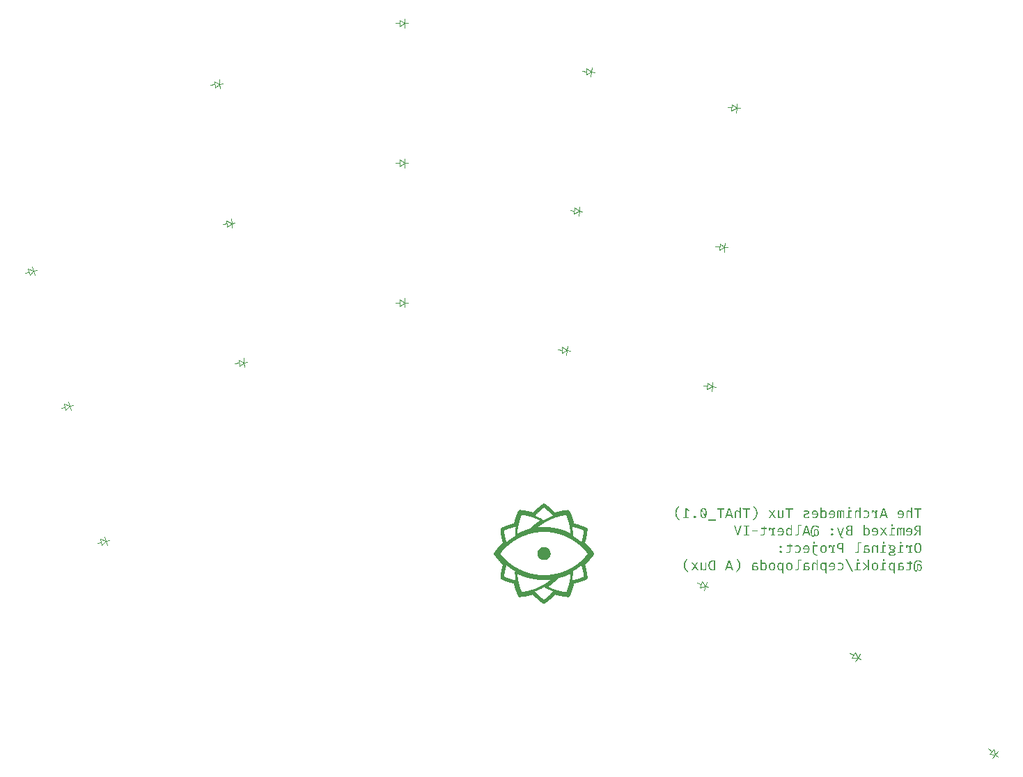
<source format=gbr>
%TF.GenerationSoftware,KiCad,Pcbnew,(5.1.10)-1*%
%TF.CreationDate,2021-09-28T22:32:17-05:00*%
%TF.ProjectId,a_duck,615f6475-636b-42e6-9b69-6361645f7063,VERSION_HERE*%
%TF.SameCoordinates,Original*%
%TF.FileFunction,Legend,Bot*%
%TF.FilePolarity,Positive*%
%FSLAX46Y46*%
G04 Gerber Fmt 4.6, Leading zero omitted, Abs format (unit mm)*
G04 Created by KiCad (PCBNEW (5.1.10)-1) date 2021-09-28 22:32:17*
%MOMM*%
%LPD*%
G01*
G04 APERTURE LIST*
%ADD10C,0.133336*%
%ADD11C,0.100000*%
G04 APERTURE END LIST*
D10*
%TO.C,svg2mod*%
G36*
X213713808Y-172781383D02*
G01*
X213713376Y-172806429D01*
X213712091Y-172831259D01*
X213709965Y-172855859D01*
X213707014Y-172880214D01*
X213703252Y-172904310D01*
X213698692Y-172928133D01*
X213693349Y-172951669D01*
X213687237Y-172974904D01*
X213680370Y-172997823D01*
X213672763Y-173020413D01*
X213664429Y-173042659D01*
X213655382Y-173064547D01*
X213645637Y-173086063D01*
X213635209Y-173107192D01*
X213624110Y-173127921D01*
X213612355Y-173148236D01*
X213599959Y-173168121D01*
X213586936Y-173187564D01*
X213573299Y-173206549D01*
X213559063Y-173225063D01*
X213544242Y-173243092D01*
X213528850Y-173260621D01*
X213512902Y-173277636D01*
X213496410Y-173294123D01*
X213479391Y-173310068D01*
X213461857Y-173325456D01*
X213443824Y-173340274D01*
X213425304Y-173354508D01*
X213406313Y-173368142D01*
X213386864Y-173381164D01*
X213366971Y-173393558D01*
X213346650Y-173405311D01*
X213325913Y-173416408D01*
X213304775Y-173426835D01*
X213283250Y-173436579D01*
X213261353Y-173445625D01*
X213239097Y-173453958D01*
X213216497Y-173461565D01*
X213193567Y-173468432D01*
X213170320Y-173474543D01*
X213146772Y-173479886D01*
X213122936Y-173484446D01*
X213098826Y-173488208D01*
X213074457Y-173491159D01*
X213049843Y-173493284D01*
X213024997Y-173494570D01*
X212999935Y-173495002D01*
X212974864Y-173494570D01*
X212950012Y-173493285D01*
X212925392Y-173491161D01*
X212901018Y-173488211D01*
X212876904Y-173484450D01*
X212853065Y-173479892D01*
X212829514Y-173474551D01*
X212806266Y-173468441D01*
X212783335Y-173461577D01*
X212760735Y-173453972D01*
X212738480Y-173445642D01*
X212716584Y-173436599D01*
X212695062Y-173426858D01*
X212673927Y-173416433D01*
X212653193Y-173405338D01*
X212632875Y-173393588D01*
X212612987Y-173381197D01*
X212593542Y-173368178D01*
X212574556Y-173354547D01*
X212556042Y-173340316D01*
X212538014Y-173325501D01*
X212520486Y-173310114D01*
X212503473Y-173294172D01*
X212486988Y-173277687D01*
X212471046Y-173260674D01*
X212455661Y-173243147D01*
X212440847Y-173225119D01*
X212426617Y-173206607D01*
X212412987Y-173187622D01*
X212399971Y-173168180D01*
X212387581Y-173148295D01*
X212375833Y-173127980D01*
X212364741Y-173107251D01*
X212354319Y-173086120D01*
X212344580Y-173064603D01*
X212335539Y-173042714D01*
X212327211Y-173020466D01*
X212319608Y-172997873D01*
X212312746Y-172974951D01*
X212306638Y-172951712D01*
X212301299Y-172928172D01*
X212296743Y-172904344D01*
X212292983Y-172880242D01*
X212290034Y-172855881D01*
X212287911Y-172831275D01*
X212286626Y-172806437D01*
X212286195Y-172781383D01*
X212286626Y-172756320D01*
X212287911Y-172731474D01*
X212290034Y-172706859D01*
X212292983Y-172682490D01*
X212296743Y-172658380D01*
X212301299Y-172634543D01*
X212306638Y-172610995D01*
X212312746Y-172587748D01*
X212319608Y-172564817D01*
X212327211Y-172542217D01*
X212335539Y-172519960D01*
X212344580Y-172498063D01*
X212354319Y-172476538D01*
X212364741Y-172455400D01*
X212375833Y-172434662D01*
X212387581Y-172414340D01*
X212399971Y-172394448D01*
X212412987Y-172374998D01*
X212426617Y-172356007D01*
X212440847Y-172337487D01*
X212455661Y-172319453D01*
X212471046Y-172301919D01*
X212486988Y-172284899D01*
X212503473Y-172268408D01*
X212520486Y-172252459D01*
X212538014Y-172237067D01*
X212556042Y-172222245D01*
X212574556Y-172208009D01*
X212593542Y-172194372D01*
X212612987Y-172181348D01*
X212632875Y-172168952D01*
X212653193Y-172157197D01*
X212673927Y-172146098D01*
X212695062Y-172135669D01*
X212716584Y-172125925D01*
X212738480Y-172116878D01*
X212760735Y-172108544D01*
X212783335Y-172100936D01*
X212806266Y-172094069D01*
X212829514Y-172087957D01*
X212853065Y-172082614D01*
X212876904Y-172078054D01*
X212901018Y-172074291D01*
X212925392Y-172071340D01*
X212950012Y-172069215D01*
X212974864Y-172067929D01*
X212999935Y-172067497D01*
X213024997Y-172067929D01*
X213049843Y-172069215D01*
X213074457Y-172071340D01*
X213098826Y-172074291D01*
X213122936Y-172078054D01*
X213146772Y-172082614D01*
X213170320Y-172087957D01*
X213193567Y-172094069D01*
X213216497Y-172100936D01*
X213239097Y-172108544D01*
X213261353Y-172116878D01*
X213283250Y-172125925D01*
X213304775Y-172135669D01*
X213325913Y-172146098D01*
X213346650Y-172157197D01*
X213366971Y-172168952D01*
X213386864Y-172181348D01*
X213406313Y-172194372D01*
X213425304Y-172208009D01*
X213443824Y-172222245D01*
X213461857Y-172237067D01*
X213479391Y-172252459D01*
X213496410Y-172268408D01*
X213512902Y-172284899D01*
X213528850Y-172301919D01*
X213544242Y-172319453D01*
X213559063Y-172337487D01*
X213573299Y-172356007D01*
X213586936Y-172374998D01*
X213599959Y-172394448D01*
X213612355Y-172414340D01*
X213624110Y-172434662D01*
X213635209Y-172455400D01*
X213645637Y-172476538D01*
X213655382Y-172498063D01*
X213664429Y-172519960D01*
X213672763Y-172542217D01*
X213680370Y-172564817D01*
X213687237Y-172587748D01*
X213693349Y-172610995D01*
X213698692Y-172634543D01*
X213703252Y-172658380D01*
X213707014Y-172682490D01*
X213709965Y-172706859D01*
X213712091Y-172731474D01*
X213713376Y-172756320D01*
X213713808Y-172781383D01*
G37*
X213713808Y-172781383D02*
X213713376Y-172806429D01*
X213712091Y-172831259D01*
X213709965Y-172855859D01*
X213707014Y-172880214D01*
X213703252Y-172904310D01*
X213698692Y-172928133D01*
X213693349Y-172951669D01*
X213687237Y-172974904D01*
X213680370Y-172997823D01*
X213672763Y-173020413D01*
X213664429Y-173042659D01*
X213655382Y-173064547D01*
X213645637Y-173086063D01*
X213635209Y-173107192D01*
X213624110Y-173127921D01*
X213612355Y-173148236D01*
X213599959Y-173168121D01*
X213586936Y-173187564D01*
X213573299Y-173206549D01*
X213559063Y-173225063D01*
X213544242Y-173243092D01*
X213528850Y-173260621D01*
X213512902Y-173277636D01*
X213496410Y-173294123D01*
X213479391Y-173310068D01*
X213461857Y-173325456D01*
X213443824Y-173340274D01*
X213425304Y-173354508D01*
X213406313Y-173368142D01*
X213386864Y-173381164D01*
X213366971Y-173393558D01*
X213346650Y-173405311D01*
X213325913Y-173416408D01*
X213304775Y-173426835D01*
X213283250Y-173436579D01*
X213261353Y-173445625D01*
X213239097Y-173453958D01*
X213216497Y-173461565D01*
X213193567Y-173468432D01*
X213170320Y-173474543D01*
X213146772Y-173479886D01*
X213122936Y-173484446D01*
X213098826Y-173488208D01*
X213074457Y-173491159D01*
X213049843Y-173493284D01*
X213024997Y-173494570D01*
X212999935Y-173495002D01*
X212974864Y-173494570D01*
X212950012Y-173493285D01*
X212925392Y-173491161D01*
X212901018Y-173488211D01*
X212876904Y-173484450D01*
X212853065Y-173479892D01*
X212829514Y-173474551D01*
X212806266Y-173468441D01*
X212783335Y-173461577D01*
X212760735Y-173453972D01*
X212738480Y-173445642D01*
X212716584Y-173436599D01*
X212695062Y-173426858D01*
X212673927Y-173416433D01*
X212653193Y-173405338D01*
X212632875Y-173393588D01*
X212612987Y-173381197D01*
X212593542Y-173368178D01*
X212574556Y-173354547D01*
X212556042Y-173340316D01*
X212538014Y-173325501D01*
X212520486Y-173310114D01*
X212503473Y-173294172D01*
X212486988Y-173277687D01*
X212471046Y-173260674D01*
X212455661Y-173243147D01*
X212440847Y-173225119D01*
X212426617Y-173206607D01*
X212412987Y-173187622D01*
X212399971Y-173168180D01*
X212387581Y-173148295D01*
X212375833Y-173127980D01*
X212364741Y-173107251D01*
X212354319Y-173086120D01*
X212344580Y-173064603D01*
X212335539Y-173042714D01*
X212327211Y-173020466D01*
X212319608Y-172997873D01*
X212312746Y-172974951D01*
X212306638Y-172951712D01*
X212301299Y-172928172D01*
X212296743Y-172904344D01*
X212292983Y-172880242D01*
X212290034Y-172855881D01*
X212287911Y-172831275D01*
X212286626Y-172806437D01*
X212286195Y-172781383D01*
X212286626Y-172756320D01*
X212287911Y-172731474D01*
X212290034Y-172706859D01*
X212292983Y-172682490D01*
X212296743Y-172658380D01*
X212301299Y-172634543D01*
X212306638Y-172610995D01*
X212312746Y-172587748D01*
X212319608Y-172564817D01*
X212327211Y-172542217D01*
X212335539Y-172519960D01*
X212344580Y-172498063D01*
X212354319Y-172476538D01*
X212364741Y-172455400D01*
X212375833Y-172434662D01*
X212387581Y-172414340D01*
X212399971Y-172394448D01*
X212412987Y-172374998D01*
X212426617Y-172356007D01*
X212440847Y-172337487D01*
X212455661Y-172319453D01*
X212471046Y-172301919D01*
X212486988Y-172284899D01*
X212503473Y-172268408D01*
X212520486Y-172252459D01*
X212538014Y-172237067D01*
X212556042Y-172222245D01*
X212574556Y-172208009D01*
X212593542Y-172194372D01*
X212612987Y-172181348D01*
X212632875Y-172168952D01*
X212653193Y-172157197D01*
X212673927Y-172146098D01*
X212695062Y-172135669D01*
X212716584Y-172125925D01*
X212738480Y-172116878D01*
X212760735Y-172108544D01*
X212783335Y-172100936D01*
X212806266Y-172094069D01*
X212829514Y-172087957D01*
X212853065Y-172082614D01*
X212876904Y-172078054D01*
X212901018Y-172074291D01*
X212925392Y-172071340D01*
X212950012Y-172069215D01*
X212974864Y-172067929D01*
X212999935Y-172067497D01*
X213024997Y-172067929D01*
X213049843Y-172069215D01*
X213074457Y-172071340D01*
X213098826Y-172074291D01*
X213122936Y-172078054D01*
X213146772Y-172082614D01*
X213170320Y-172087957D01*
X213193567Y-172094069D01*
X213216497Y-172100936D01*
X213239097Y-172108544D01*
X213261353Y-172116878D01*
X213283250Y-172125925D01*
X213304775Y-172135669D01*
X213325913Y-172146098D01*
X213346650Y-172157197D01*
X213366971Y-172168952D01*
X213386864Y-172181348D01*
X213406313Y-172194372D01*
X213425304Y-172208009D01*
X213443824Y-172222245D01*
X213461857Y-172237067D01*
X213479391Y-172252459D01*
X213496410Y-172268408D01*
X213512902Y-172284899D01*
X213528850Y-172301919D01*
X213544242Y-172319453D01*
X213559063Y-172337487D01*
X213573299Y-172356007D01*
X213586936Y-172374998D01*
X213599959Y-172394448D01*
X213612355Y-172414340D01*
X213624110Y-172434662D01*
X213635209Y-172455400D01*
X213645637Y-172476538D01*
X213655382Y-172498063D01*
X213664429Y-172519960D01*
X213672763Y-172542217D01*
X213680370Y-172564817D01*
X213687237Y-172587748D01*
X213693349Y-172610995D01*
X213698692Y-172634543D01*
X213703252Y-172658380D01*
X213707014Y-172682490D01*
X213709965Y-172706859D01*
X213712091Y-172731474D01*
X213713376Y-172756320D01*
X213713808Y-172781383D01*
G36*
X209611361Y-170613300D02*
G01*
X209636560Y-170607429D01*
X209659748Y-170594998D01*
X209682980Y-170582654D01*
X209706256Y-170570398D01*
X209729576Y-170558229D01*
X209752939Y-170546148D01*
X209776345Y-170534155D01*
X209799793Y-170522249D01*
X209823284Y-170510432D01*
X209846818Y-170498702D01*
X209870393Y-170487061D01*
X209894010Y-170475507D01*
X209917668Y-170464042D01*
X209941367Y-170452666D01*
X209965107Y-170441378D01*
X209988887Y-170430179D01*
X210012708Y-170419068D01*
X210036569Y-170408046D01*
X210060469Y-170397114D01*
X210084408Y-170386270D01*
X210108387Y-170375516D01*
X210132405Y-170364851D01*
X210156461Y-170354275D01*
X210180555Y-170343788D01*
X210204687Y-170333392D01*
X210228857Y-170323085D01*
X210253064Y-170312868D01*
X210277309Y-170302740D01*
X210301590Y-170292703D01*
X210325908Y-170282756D01*
X210350262Y-170272899D01*
X210374652Y-170263132D01*
X210399078Y-170253456D01*
X210423540Y-170243871D01*
X210448036Y-170234376D01*
X210472568Y-170224972D01*
X210497134Y-170215658D01*
X210521734Y-170206436D01*
X210546369Y-170197305D01*
X210571037Y-170188264D01*
X211313377Y-169861946D01*
X211287717Y-169868190D01*
X211262083Y-169874528D01*
X211236475Y-169880959D01*
X211210892Y-169887483D01*
X211185335Y-169894100D01*
X211159804Y-169900810D01*
X211134300Y-169907614D01*
X211108823Y-169914510D01*
X211083374Y-169921499D01*
X211057951Y-169928581D01*
X211032556Y-169935755D01*
X211007189Y-169943022D01*
X210981851Y-169950381D01*
X210956541Y-169957833D01*
X210931259Y-169965376D01*
X210906007Y-169973012D01*
X210880784Y-169980740D01*
X210855591Y-169988560D01*
X210830428Y-169996472D01*
X210805294Y-170004475D01*
X210780192Y-170012570D01*
X210755119Y-170020757D01*
X210730078Y-170029035D01*
X210705068Y-170037405D01*
X210680090Y-170045866D01*
X210655143Y-170054417D01*
X210630229Y-170063060D01*
X210605347Y-170071794D01*
X210580497Y-170080619D01*
X210555681Y-170089535D01*
X210530897Y-170098541D01*
X210506147Y-170107638D01*
X210481431Y-170116826D01*
X210456749Y-170126104D01*
X210432101Y-170135472D01*
X210407487Y-170144930D01*
X210382908Y-170154479D01*
X210358365Y-170164117D01*
X210333856Y-170173846D01*
X210309384Y-170183664D01*
X210284947Y-170193572D01*
X210260547Y-170203569D01*
X210236183Y-170213657D01*
X210211855Y-170223833D01*
X210187565Y-170234099D01*
X210163312Y-170244454D01*
X210139096Y-170254899D01*
X210114919Y-170265432D01*
X210090779Y-170276055D01*
X210066678Y-170286766D01*
X210042615Y-170297566D01*
X210018592Y-170308455D01*
X209994607Y-170319432D01*
X209970662Y-170330498D01*
X209946757Y-170341652D01*
X209922892Y-170352895D01*
X209899067Y-170364226D01*
X209875283Y-170375644D01*
X209851539Y-170387151D01*
X209827837Y-170398746D01*
X209804176Y-170410429D01*
X209780557Y-170422199D01*
X209756979Y-170434057D01*
X209733444Y-170446002D01*
X209709951Y-170458035D01*
X209686501Y-170470155D01*
X209663094Y-170482363D01*
X209664140Y-170455994D01*
X209665285Y-170429642D01*
X209666530Y-170403305D01*
X209667874Y-170376985D01*
X209669317Y-170350680D01*
X209670859Y-170324392D01*
X209672501Y-170298121D01*
X209674242Y-170271866D01*
X209676082Y-170245627D01*
X209678021Y-170219406D01*
X209680060Y-170193202D01*
X209682197Y-170167014D01*
X209684434Y-170140844D01*
X209686769Y-170114692D01*
X209689204Y-170088557D01*
X209691738Y-170062439D01*
X209694370Y-170036340D01*
X209697101Y-170010258D01*
X209699932Y-169984194D01*
X209702861Y-169958149D01*
X209705889Y-169932122D01*
X209709015Y-169906113D01*
X209712241Y-169880123D01*
X209715565Y-169854152D01*
X209718988Y-169828199D01*
X209722509Y-169802266D01*
X209726129Y-169776351D01*
X209729847Y-169750456D01*
X209733664Y-169724581D01*
X209737580Y-169698724D01*
X209741594Y-169672888D01*
X209745706Y-169647071D01*
X209749917Y-169621274D01*
X209754227Y-169595498D01*
X209758634Y-169569741D01*
X209763140Y-169544005D01*
X209767744Y-169518289D01*
X209772446Y-169492594D01*
X209777247Y-169466920D01*
X209782146Y-169441266D01*
X209787143Y-169415634D01*
X209792237Y-169390023D01*
X209797431Y-169364433D01*
X209802722Y-169338864D01*
X209808111Y-169313317D01*
X209813598Y-169287791D01*
X209819183Y-169262287D01*
X209824865Y-169236806D01*
X209830646Y-169211346D01*
X209836525Y-169185908D01*
X209842501Y-169160493D01*
X209848575Y-169135101D01*
X209854747Y-169109730D01*
X209861017Y-169084383D01*
X209867384Y-169059059D01*
X209873849Y-169033757D01*
X209880411Y-169008479D01*
X209887071Y-168983224D01*
X209893829Y-168957992D01*
X209900684Y-168932784D01*
X209907637Y-168907599D01*
X209914687Y-168882438D01*
X209921834Y-168857302D01*
X209929079Y-168832189D01*
X209936421Y-168807100D01*
X209943860Y-168782036D01*
X209951397Y-168756997D01*
X209959031Y-168731982D01*
X209966762Y-168706991D01*
X209974590Y-168682026D01*
X209982516Y-168657085D01*
X209990538Y-168632170D01*
X209998658Y-168607280D01*
X210006875Y-168582415D01*
X210015188Y-168557576D01*
X210023599Y-168532762D01*
X210032106Y-168507975D01*
X210040711Y-168483213D01*
X210049412Y-168458477D01*
X210058210Y-168433768D01*
X210067105Y-168409085D01*
X210076097Y-168384428D01*
X210085186Y-168359798D01*
X210094371Y-168335195D01*
X210103653Y-168310618D01*
X210113031Y-168286069D01*
X210122507Y-168261547D01*
X210132078Y-168237051D01*
X210141747Y-168212584D01*
X210151511Y-168188144D01*
X210161373Y-168163731D01*
X210171330Y-168139347D01*
X210181384Y-168114990D01*
X210191535Y-168090661D01*
X210201782Y-168066361D01*
X210212125Y-168042089D01*
X210222564Y-168017845D01*
X210233100Y-167993630D01*
X210259350Y-167996598D01*
X210285576Y-167999663D01*
X210311779Y-168002826D01*
X210337959Y-168006087D01*
X210364115Y-168009445D01*
X210390247Y-168012901D01*
X210416355Y-168016455D01*
X210442439Y-168020106D01*
X210468499Y-168023855D01*
X210494535Y-168027702D01*
X210520546Y-168031645D01*
X210546532Y-168035687D01*
X210572494Y-168039825D01*
X210598430Y-168044061D01*
X210624342Y-168048394D01*
X210650229Y-168052825D01*
X210676090Y-168057353D01*
X210701926Y-168061977D01*
X210727736Y-168066699D01*
X210753521Y-168071518D01*
X210779280Y-168076434D01*
X210805013Y-168081447D01*
X210830720Y-168086557D01*
X210856400Y-168091764D01*
X210882055Y-168097068D01*
X210907683Y-168102468D01*
X210933284Y-168107966D01*
X210958858Y-168113560D01*
X210984406Y-168119250D01*
X211009927Y-168125038D01*
X211035420Y-168130922D01*
X211060886Y-168136902D01*
X211086325Y-168142979D01*
X211111737Y-168149153D01*
X211137120Y-168155423D01*
X211162476Y-168161789D01*
X211187804Y-168168252D01*
X211213104Y-168174811D01*
X211238375Y-168181466D01*
X211263619Y-168188218D01*
X211288834Y-168195065D01*
X211314020Y-168202009D01*
X211339177Y-168209049D01*
X211364306Y-168216185D01*
X211389406Y-168223417D01*
X211414476Y-168230745D01*
X211439517Y-168238169D01*
X211464529Y-168245688D01*
X211489512Y-168253304D01*
X211514465Y-168261015D01*
X211539387Y-168268822D01*
X211564280Y-168276725D01*
X211589143Y-168284724D01*
X211613976Y-168292818D01*
X211638779Y-168301007D01*
X211663551Y-168309293D01*
X211688292Y-168317673D01*
X211713003Y-168326150D01*
X211737683Y-168334721D01*
X211762332Y-168343388D01*
X211786949Y-168352151D01*
X211811536Y-168361008D01*
X211836091Y-168369961D01*
X211860615Y-168379009D01*
X211885107Y-168388152D01*
X211909567Y-168397391D01*
X211933995Y-168406724D01*
X211958392Y-168416152D01*
X211982756Y-168425676D01*
X212007087Y-168435294D01*
X212031387Y-168445007D01*
X212055654Y-168454815D01*
X212079888Y-168464718D01*
X212104089Y-168474716D01*
X212128257Y-168484809D01*
X212152392Y-168494996D01*
X212176494Y-168505278D01*
X212200563Y-168515654D01*
X212224598Y-168526125D01*
X212248599Y-168536690D01*
X212272567Y-168547350D01*
X212296501Y-168558105D01*
X212320400Y-168568953D01*
X212344266Y-168579897D01*
X212368097Y-168590934D01*
X212391894Y-168602066D01*
X212415656Y-168613292D01*
X212439384Y-168624612D01*
X212463077Y-168636026D01*
X212486735Y-168647534D01*
X212510357Y-168659137D01*
X212533945Y-168670833D01*
X212557497Y-168682624D01*
X212581014Y-168694508D01*
X212604495Y-168706486D01*
X212627940Y-168718558D01*
X212651349Y-168730724D01*
X212674723Y-168742984D01*
X212652463Y-168757167D01*
X212630257Y-168771431D01*
X212608105Y-168785775D01*
X212586007Y-168800199D01*
X212563964Y-168814703D01*
X212541976Y-168829286D01*
X212520043Y-168843948D01*
X212498165Y-168858689D01*
X212476342Y-168873510D01*
X212454575Y-168888409D01*
X212432864Y-168903386D01*
X212411210Y-168918442D01*
X212389611Y-168933577D01*
X212368070Y-168948789D01*
X212346585Y-168964079D01*
X212325157Y-168979447D01*
X212303786Y-168994892D01*
X212282473Y-169010415D01*
X212261218Y-169026014D01*
X212240021Y-169041691D01*
X212218882Y-169057444D01*
X212197801Y-169073274D01*
X212176779Y-169089180D01*
X212155816Y-169105163D01*
X212134913Y-169121222D01*
X212114068Y-169137356D01*
X212093283Y-169153566D01*
X212072558Y-169169852D01*
X212051893Y-169186213D01*
X212031288Y-169202649D01*
X212010744Y-169219160D01*
X211990260Y-169235745D01*
X211969838Y-169252406D01*
X211949476Y-169269141D01*
X211929176Y-169285950D01*
X211908938Y-169302833D01*
X211888762Y-169319789D01*
X211868647Y-169336820D01*
X211848595Y-169353924D01*
X211828606Y-169371102D01*
X211808679Y-169388352D01*
X211788816Y-169405676D01*
X211769015Y-169423072D01*
X211749279Y-169440541D01*
X211729605Y-169458082D01*
X211709996Y-169475696D01*
X211690451Y-169493381D01*
X211670970Y-169511139D01*
X211651554Y-169528968D01*
X211632203Y-169546869D01*
X211612917Y-169564841D01*
X211593696Y-169582884D01*
X211574541Y-169600998D01*
X211555451Y-169619183D01*
X211536428Y-169637438D01*
X211517471Y-169655764D01*
X211498580Y-169674160D01*
X211479756Y-169692627D01*
X211460998Y-169711163D01*
X211442308Y-169729769D01*
X211423686Y-169748444D01*
X211405130Y-169767189D01*
X211386643Y-169786003D01*
X211368224Y-169804886D01*
X211349873Y-169823837D01*
X211331590Y-169842858D01*
X211313377Y-169861946D01*
X210571037Y-170188264D01*
X210595739Y-170179316D01*
X210620474Y-170170458D01*
X210645241Y-170161692D01*
X210670042Y-170153018D01*
X210694875Y-170144435D01*
X210719740Y-170135944D01*
X210744637Y-170127545D01*
X210769565Y-170119238D01*
X210794525Y-170111023D01*
X210819515Y-170102901D01*
X210844536Y-170094870D01*
X210869588Y-170086932D01*
X210894670Y-170079087D01*
X210919781Y-170071334D01*
X210944923Y-170063674D01*
X210970093Y-170056107D01*
X210995293Y-170048633D01*
X211020521Y-170041252D01*
X211045778Y-170033964D01*
X211071063Y-170026770D01*
X211096375Y-170019668D01*
X211121716Y-170012661D01*
X211147084Y-170005746D01*
X211172478Y-169998926D01*
X211197900Y-169992199D01*
X211223348Y-169985566D01*
X211248822Y-169979028D01*
X211274323Y-169972583D01*
X211299848Y-169966233D01*
X211325400Y-169959976D01*
X211350976Y-169953815D01*
X211367293Y-169946665D01*
X211379510Y-169934614D01*
X211397695Y-169915518D01*
X211415951Y-169896490D01*
X211434276Y-169877533D01*
X211452670Y-169858645D01*
X211471133Y-169839827D01*
X211489665Y-169821078D01*
X211508265Y-169802400D01*
X211526934Y-169783793D01*
X211545670Y-169765256D01*
X211564475Y-169746789D01*
X211583347Y-169728394D01*
X211602286Y-169710070D01*
X211621292Y-169691817D01*
X211640366Y-169673636D01*
X211659506Y-169655526D01*
X211678712Y-169637489D01*
X211697984Y-169619523D01*
X211717323Y-169601630D01*
X211736727Y-169583809D01*
X211756196Y-169566061D01*
X211775731Y-169548386D01*
X211795331Y-169530784D01*
X211814995Y-169513255D01*
X211834724Y-169495799D01*
X211854518Y-169478417D01*
X211874375Y-169461109D01*
X211894296Y-169443875D01*
X211914281Y-169426715D01*
X211934329Y-169409630D01*
X211954440Y-169392619D01*
X211974615Y-169375683D01*
X211994851Y-169358822D01*
X212015151Y-169342035D01*
X212035512Y-169325325D01*
X212055935Y-169308690D01*
X212076420Y-169292130D01*
X212096967Y-169275646D01*
X212117575Y-169259239D01*
X212138244Y-169242908D01*
X212158973Y-169226653D01*
X212179764Y-169210475D01*
X212200614Y-169194374D01*
X212221525Y-169178349D01*
X212242495Y-169162402D01*
X212263525Y-169146533D01*
X212284615Y-169130741D01*
X212305763Y-169115027D01*
X212326971Y-169099391D01*
X212348237Y-169083833D01*
X212369561Y-169068353D01*
X212390944Y-169052952D01*
X212412385Y-169037630D01*
X212433884Y-169022386D01*
X212455440Y-169007222D01*
X212477053Y-168992137D01*
X212498723Y-168977132D01*
X212520451Y-168962206D01*
X212542234Y-168947360D01*
X212564074Y-168932595D01*
X212585971Y-168917909D01*
X212607923Y-168903304D01*
X212629930Y-168888780D01*
X212651994Y-168874336D01*
X212674112Y-168859974D01*
X212696285Y-168845693D01*
X212718513Y-168831493D01*
X212740796Y-168817375D01*
X212763132Y-168803338D01*
X212785523Y-168789384D01*
X212804022Y-168781217D01*
X212817923Y-168765650D01*
X212823964Y-168747399D01*
X212822656Y-168728849D01*
X212814547Y-168712098D01*
X212800191Y-168699248D01*
X212798471Y-168698179D01*
X212775230Y-168685617D01*
X212751952Y-168673147D01*
X212728640Y-168660770D01*
X212705291Y-168648485D01*
X212681908Y-168636292D01*
X212658489Y-168624191D01*
X212635034Y-168612183D01*
X212611545Y-168600267D01*
X212588021Y-168588444D01*
X212564462Y-168576713D01*
X212540868Y-168565075D01*
X212517240Y-168553530D01*
X212493577Y-168542077D01*
X212469880Y-168530717D01*
X212446149Y-168519450D01*
X212422384Y-168508275D01*
X212398585Y-168497193D01*
X212374752Y-168486204D01*
X212350886Y-168475308D01*
X212326986Y-168464505D01*
X212303053Y-168453795D01*
X212279086Y-168443177D01*
X212255087Y-168432653D01*
X212231054Y-168422222D01*
X212206988Y-168411884D01*
X212182890Y-168401640D01*
X212158759Y-168391488D01*
X212134596Y-168381430D01*
X212110400Y-168371465D01*
X212086172Y-168361593D01*
X212061912Y-168351815D01*
X212037620Y-168342130D01*
X212013296Y-168332539D01*
X211988940Y-168323041D01*
X211964553Y-168313637D01*
X211940134Y-168304326D01*
X211915684Y-168295109D01*
X211891203Y-168285986D01*
X211866690Y-168276956D01*
X211842147Y-168268020D01*
X211817573Y-168259178D01*
X211792968Y-168250429D01*
X211768332Y-168241775D01*
X211743667Y-168233214D01*
X211718970Y-168224748D01*
X211694244Y-168216375D01*
X211669488Y-168208096D01*
X211644701Y-168199912D01*
X211619885Y-168191821D01*
X211595039Y-168183825D01*
X211570164Y-168175923D01*
X211545259Y-168168115D01*
X211520325Y-168160401D01*
X211495362Y-168152782D01*
X211470369Y-168145257D01*
X211445348Y-168137826D01*
X211420298Y-168130490D01*
X211395220Y-168123248D01*
X211370112Y-168116101D01*
X211344977Y-168109049D01*
X211319813Y-168102091D01*
X211294621Y-168095227D01*
X211269401Y-168088459D01*
X211244153Y-168081785D01*
X211218878Y-168075205D01*
X211193575Y-168068721D01*
X211168244Y-168062331D01*
X211142886Y-168056037D01*
X211117501Y-168049837D01*
X211092088Y-168043732D01*
X211066649Y-168037722D01*
X211041182Y-168031807D01*
X211015689Y-168025988D01*
X210990170Y-168020263D01*
X210964624Y-168014634D01*
X210939051Y-168009099D01*
X210913453Y-168003660D01*
X210887828Y-167998317D01*
X210862177Y-167993068D01*
X210836501Y-167987915D01*
X210810798Y-167982858D01*
X210785071Y-167977895D01*
X210759317Y-167973029D01*
X210733539Y-167968258D01*
X210707735Y-167963582D01*
X210681906Y-167959002D01*
X210656052Y-167954518D01*
X210630174Y-167950129D01*
X210604270Y-167945836D01*
X210578343Y-167941639D01*
X210552390Y-167937538D01*
X210526414Y-167933532D01*
X210500413Y-167929623D01*
X210474388Y-167925809D01*
X210448340Y-167922091D01*
X210422267Y-167918470D01*
X210396171Y-167914944D01*
X210370051Y-167911514D01*
X210343908Y-167908181D01*
X210317742Y-167904944D01*
X210291553Y-167901803D01*
X210265340Y-167898758D01*
X210239105Y-167895810D01*
X210212847Y-167892958D01*
X210191251Y-167893164D01*
X210171641Y-167902972D01*
X210157780Y-167920959D01*
X210147115Y-167945123D01*
X210136546Y-167969317D01*
X210126071Y-167993539D01*
X210115691Y-168017789D01*
X210105406Y-168042067D01*
X210095216Y-168066373D01*
X210085121Y-168090707D01*
X210075121Y-168115068D01*
X210065216Y-168139458D01*
X210055406Y-168163874D01*
X210045691Y-168188318D01*
X210036071Y-168212789D01*
X210026546Y-168237288D01*
X210017117Y-168261813D01*
X210007782Y-168286365D01*
X209998543Y-168310943D01*
X209989399Y-168335549D01*
X209980351Y-168360180D01*
X209971397Y-168384838D01*
X209962539Y-168409522D01*
X209953777Y-168434232D01*
X209945110Y-168458968D01*
X209936538Y-168483729D01*
X209928062Y-168508516D01*
X209919681Y-168533329D01*
X209911396Y-168558167D01*
X209903206Y-168583030D01*
X209895112Y-168607919D01*
X209887114Y-168632832D01*
X209879212Y-168657770D01*
X209871405Y-168682733D01*
X209863694Y-168707720D01*
X209856078Y-168732732D01*
X209848559Y-168757768D01*
X209841135Y-168782829D01*
X209833807Y-168807913D01*
X209826575Y-168833021D01*
X209819439Y-168858153D01*
X209812399Y-168883309D01*
X209805455Y-168908488D01*
X209798607Y-168933691D01*
X209791855Y-168958917D01*
X209785199Y-168984166D01*
X209778639Y-169009438D01*
X209772176Y-169034733D01*
X209765808Y-169060050D01*
X209759537Y-169085390D01*
X209753362Y-169110753D01*
X209747283Y-169136138D01*
X209741301Y-169161545D01*
X209735415Y-169186975D01*
X209729625Y-169212426D01*
X209723932Y-169237899D01*
X209718336Y-169263394D01*
X209712835Y-169288910D01*
X209707431Y-169314448D01*
X209702124Y-169340007D01*
X209696914Y-169365587D01*
X209691800Y-169391188D01*
X209686782Y-169416811D01*
X209681861Y-169442454D01*
X209677037Y-169468117D01*
X209672310Y-169493801D01*
X209667680Y-169519506D01*
X209663146Y-169545231D01*
X209658709Y-169570975D01*
X209654369Y-169596740D01*
X209650126Y-169622525D01*
X209645980Y-169648329D01*
X209641930Y-169674153D01*
X209637978Y-169699997D01*
X209634123Y-169725860D01*
X209630365Y-169751742D01*
X209626704Y-169777643D01*
X209623140Y-169803563D01*
X209619673Y-169829502D01*
X209616303Y-169855459D01*
X209613031Y-169881435D01*
X209609855Y-169907430D01*
X209606777Y-169933442D01*
X209603797Y-169959473D01*
X209600914Y-169985522D01*
X209598128Y-170011589D01*
X209595439Y-170037674D01*
X209592848Y-170063776D01*
X209590355Y-170089896D01*
X209587958Y-170116033D01*
X209585660Y-170142187D01*
X209583459Y-170168359D01*
X209581356Y-170194547D01*
X209579350Y-170220752D01*
X209577442Y-170246974D01*
X209575631Y-170273213D01*
X209573919Y-170299468D01*
X209572304Y-170325740D01*
X209570787Y-170352027D01*
X209569367Y-170378331D01*
X209568046Y-170404650D01*
X209566822Y-170430986D01*
X209565697Y-170457337D01*
X209564669Y-170483703D01*
X209563739Y-170510085D01*
X209562908Y-170536482D01*
X209562174Y-170562895D01*
X209565510Y-170582029D01*
X209576041Y-170598363D01*
X209592259Y-170609429D01*
X209611375Y-170613296D01*
X209611361Y-170613300D01*
G37*
X209611361Y-170613300D02*
X209636560Y-170607429D01*
X209659748Y-170594998D01*
X209682980Y-170582654D01*
X209706256Y-170570398D01*
X209729576Y-170558229D01*
X209752939Y-170546148D01*
X209776345Y-170534155D01*
X209799793Y-170522249D01*
X209823284Y-170510432D01*
X209846818Y-170498702D01*
X209870393Y-170487061D01*
X209894010Y-170475507D01*
X209917668Y-170464042D01*
X209941367Y-170452666D01*
X209965107Y-170441378D01*
X209988887Y-170430179D01*
X210012708Y-170419068D01*
X210036569Y-170408046D01*
X210060469Y-170397114D01*
X210084408Y-170386270D01*
X210108387Y-170375516D01*
X210132405Y-170364851D01*
X210156461Y-170354275D01*
X210180555Y-170343788D01*
X210204687Y-170333392D01*
X210228857Y-170323085D01*
X210253064Y-170312868D01*
X210277309Y-170302740D01*
X210301590Y-170292703D01*
X210325908Y-170282756D01*
X210350262Y-170272899D01*
X210374652Y-170263132D01*
X210399078Y-170253456D01*
X210423540Y-170243871D01*
X210448036Y-170234376D01*
X210472568Y-170224972D01*
X210497134Y-170215658D01*
X210521734Y-170206436D01*
X210546369Y-170197305D01*
X210571037Y-170188264D01*
X211313377Y-169861946D01*
X211287717Y-169868190D01*
X211262083Y-169874528D01*
X211236475Y-169880959D01*
X211210892Y-169887483D01*
X211185335Y-169894100D01*
X211159804Y-169900810D01*
X211134300Y-169907614D01*
X211108823Y-169914510D01*
X211083374Y-169921499D01*
X211057951Y-169928581D01*
X211032556Y-169935755D01*
X211007189Y-169943022D01*
X210981851Y-169950381D01*
X210956541Y-169957833D01*
X210931259Y-169965376D01*
X210906007Y-169973012D01*
X210880784Y-169980740D01*
X210855591Y-169988560D01*
X210830428Y-169996472D01*
X210805294Y-170004475D01*
X210780192Y-170012570D01*
X210755119Y-170020757D01*
X210730078Y-170029035D01*
X210705068Y-170037405D01*
X210680090Y-170045866D01*
X210655143Y-170054417D01*
X210630229Y-170063060D01*
X210605347Y-170071794D01*
X210580497Y-170080619D01*
X210555681Y-170089535D01*
X210530897Y-170098541D01*
X210506147Y-170107638D01*
X210481431Y-170116826D01*
X210456749Y-170126104D01*
X210432101Y-170135472D01*
X210407487Y-170144930D01*
X210382908Y-170154479D01*
X210358365Y-170164117D01*
X210333856Y-170173846D01*
X210309384Y-170183664D01*
X210284947Y-170193572D01*
X210260547Y-170203569D01*
X210236183Y-170213657D01*
X210211855Y-170223833D01*
X210187565Y-170234099D01*
X210163312Y-170244454D01*
X210139096Y-170254899D01*
X210114919Y-170265432D01*
X210090779Y-170276055D01*
X210066678Y-170286766D01*
X210042615Y-170297566D01*
X210018592Y-170308455D01*
X209994607Y-170319432D01*
X209970662Y-170330498D01*
X209946757Y-170341652D01*
X209922892Y-170352895D01*
X209899067Y-170364226D01*
X209875283Y-170375644D01*
X209851539Y-170387151D01*
X209827837Y-170398746D01*
X209804176Y-170410429D01*
X209780557Y-170422199D01*
X209756979Y-170434057D01*
X209733444Y-170446002D01*
X209709951Y-170458035D01*
X209686501Y-170470155D01*
X209663094Y-170482363D01*
X209664140Y-170455994D01*
X209665285Y-170429642D01*
X209666530Y-170403305D01*
X209667874Y-170376985D01*
X209669317Y-170350680D01*
X209670859Y-170324392D01*
X209672501Y-170298121D01*
X209674242Y-170271866D01*
X209676082Y-170245627D01*
X209678021Y-170219406D01*
X209680060Y-170193202D01*
X209682197Y-170167014D01*
X209684434Y-170140844D01*
X209686769Y-170114692D01*
X209689204Y-170088557D01*
X209691738Y-170062439D01*
X209694370Y-170036340D01*
X209697101Y-170010258D01*
X209699932Y-169984194D01*
X209702861Y-169958149D01*
X209705889Y-169932122D01*
X209709015Y-169906113D01*
X209712241Y-169880123D01*
X209715565Y-169854152D01*
X209718988Y-169828199D01*
X209722509Y-169802266D01*
X209726129Y-169776351D01*
X209729847Y-169750456D01*
X209733664Y-169724581D01*
X209737580Y-169698724D01*
X209741594Y-169672888D01*
X209745706Y-169647071D01*
X209749917Y-169621274D01*
X209754227Y-169595498D01*
X209758634Y-169569741D01*
X209763140Y-169544005D01*
X209767744Y-169518289D01*
X209772446Y-169492594D01*
X209777247Y-169466920D01*
X209782146Y-169441266D01*
X209787143Y-169415634D01*
X209792237Y-169390023D01*
X209797431Y-169364433D01*
X209802722Y-169338864D01*
X209808111Y-169313317D01*
X209813598Y-169287791D01*
X209819183Y-169262287D01*
X209824865Y-169236806D01*
X209830646Y-169211346D01*
X209836525Y-169185908D01*
X209842501Y-169160493D01*
X209848575Y-169135101D01*
X209854747Y-169109730D01*
X209861017Y-169084383D01*
X209867384Y-169059059D01*
X209873849Y-169033757D01*
X209880411Y-169008479D01*
X209887071Y-168983224D01*
X209893829Y-168957992D01*
X209900684Y-168932784D01*
X209907637Y-168907599D01*
X209914687Y-168882438D01*
X209921834Y-168857302D01*
X209929079Y-168832189D01*
X209936421Y-168807100D01*
X209943860Y-168782036D01*
X209951397Y-168756997D01*
X209959031Y-168731982D01*
X209966762Y-168706991D01*
X209974590Y-168682026D01*
X209982516Y-168657085D01*
X209990538Y-168632170D01*
X209998658Y-168607280D01*
X210006875Y-168582415D01*
X210015188Y-168557576D01*
X210023599Y-168532762D01*
X210032106Y-168507975D01*
X210040711Y-168483213D01*
X210049412Y-168458477D01*
X210058210Y-168433768D01*
X210067105Y-168409085D01*
X210076097Y-168384428D01*
X210085186Y-168359798D01*
X210094371Y-168335195D01*
X210103653Y-168310618D01*
X210113031Y-168286069D01*
X210122507Y-168261547D01*
X210132078Y-168237051D01*
X210141747Y-168212584D01*
X210151511Y-168188144D01*
X210161373Y-168163731D01*
X210171330Y-168139347D01*
X210181384Y-168114990D01*
X210191535Y-168090661D01*
X210201782Y-168066361D01*
X210212125Y-168042089D01*
X210222564Y-168017845D01*
X210233100Y-167993630D01*
X210259350Y-167996598D01*
X210285576Y-167999663D01*
X210311779Y-168002826D01*
X210337959Y-168006087D01*
X210364115Y-168009445D01*
X210390247Y-168012901D01*
X210416355Y-168016455D01*
X210442439Y-168020106D01*
X210468499Y-168023855D01*
X210494535Y-168027702D01*
X210520546Y-168031645D01*
X210546532Y-168035687D01*
X210572494Y-168039825D01*
X210598430Y-168044061D01*
X210624342Y-168048394D01*
X210650229Y-168052825D01*
X210676090Y-168057353D01*
X210701926Y-168061977D01*
X210727736Y-168066699D01*
X210753521Y-168071518D01*
X210779280Y-168076434D01*
X210805013Y-168081447D01*
X210830720Y-168086557D01*
X210856400Y-168091764D01*
X210882055Y-168097068D01*
X210907683Y-168102468D01*
X210933284Y-168107966D01*
X210958858Y-168113560D01*
X210984406Y-168119250D01*
X211009927Y-168125038D01*
X211035420Y-168130922D01*
X211060886Y-168136902D01*
X211086325Y-168142979D01*
X211111737Y-168149153D01*
X211137120Y-168155423D01*
X211162476Y-168161789D01*
X211187804Y-168168252D01*
X211213104Y-168174811D01*
X211238375Y-168181466D01*
X211263619Y-168188218D01*
X211288834Y-168195065D01*
X211314020Y-168202009D01*
X211339177Y-168209049D01*
X211364306Y-168216185D01*
X211389406Y-168223417D01*
X211414476Y-168230745D01*
X211439517Y-168238169D01*
X211464529Y-168245688D01*
X211489512Y-168253304D01*
X211514465Y-168261015D01*
X211539387Y-168268822D01*
X211564280Y-168276725D01*
X211589143Y-168284724D01*
X211613976Y-168292818D01*
X211638779Y-168301007D01*
X211663551Y-168309293D01*
X211688292Y-168317673D01*
X211713003Y-168326150D01*
X211737683Y-168334721D01*
X211762332Y-168343388D01*
X211786949Y-168352151D01*
X211811536Y-168361008D01*
X211836091Y-168369961D01*
X211860615Y-168379009D01*
X211885107Y-168388152D01*
X211909567Y-168397391D01*
X211933995Y-168406724D01*
X211958392Y-168416152D01*
X211982756Y-168425676D01*
X212007087Y-168435294D01*
X212031387Y-168445007D01*
X212055654Y-168454815D01*
X212079888Y-168464718D01*
X212104089Y-168474716D01*
X212128257Y-168484809D01*
X212152392Y-168494996D01*
X212176494Y-168505278D01*
X212200563Y-168515654D01*
X212224598Y-168526125D01*
X212248599Y-168536690D01*
X212272567Y-168547350D01*
X212296501Y-168558105D01*
X212320400Y-168568953D01*
X212344266Y-168579897D01*
X212368097Y-168590934D01*
X212391894Y-168602066D01*
X212415656Y-168613292D01*
X212439384Y-168624612D01*
X212463077Y-168636026D01*
X212486735Y-168647534D01*
X212510357Y-168659137D01*
X212533945Y-168670833D01*
X212557497Y-168682624D01*
X212581014Y-168694508D01*
X212604495Y-168706486D01*
X212627940Y-168718558D01*
X212651349Y-168730724D01*
X212674723Y-168742984D01*
X212652463Y-168757167D01*
X212630257Y-168771431D01*
X212608105Y-168785775D01*
X212586007Y-168800199D01*
X212563964Y-168814703D01*
X212541976Y-168829286D01*
X212520043Y-168843948D01*
X212498165Y-168858689D01*
X212476342Y-168873510D01*
X212454575Y-168888409D01*
X212432864Y-168903386D01*
X212411210Y-168918442D01*
X212389611Y-168933577D01*
X212368070Y-168948789D01*
X212346585Y-168964079D01*
X212325157Y-168979447D01*
X212303786Y-168994892D01*
X212282473Y-169010415D01*
X212261218Y-169026014D01*
X212240021Y-169041691D01*
X212218882Y-169057444D01*
X212197801Y-169073274D01*
X212176779Y-169089180D01*
X212155816Y-169105163D01*
X212134913Y-169121222D01*
X212114068Y-169137356D01*
X212093283Y-169153566D01*
X212072558Y-169169852D01*
X212051893Y-169186213D01*
X212031288Y-169202649D01*
X212010744Y-169219160D01*
X211990260Y-169235745D01*
X211969838Y-169252406D01*
X211949476Y-169269141D01*
X211929176Y-169285950D01*
X211908938Y-169302833D01*
X211888762Y-169319789D01*
X211868647Y-169336820D01*
X211848595Y-169353924D01*
X211828606Y-169371102D01*
X211808679Y-169388352D01*
X211788816Y-169405676D01*
X211769015Y-169423072D01*
X211749279Y-169440541D01*
X211729605Y-169458082D01*
X211709996Y-169475696D01*
X211690451Y-169493381D01*
X211670970Y-169511139D01*
X211651554Y-169528968D01*
X211632203Y-169546869D01*
X211612917Y-169564841D01*
X211593696Y-169582884D01*
X211574541Y-169600998D01*
X211555451Y-169619183D01*
X211536428Y-169637438D01*
X211517471Y-169655764D01*
X211498580Y-169674160D01*
X211479756Y-169692627D01*
X211460998Y-169711163D01*
X211442308Y-169729769D01*
X211423686Y-169748444D01*
X211405130Y-169767189D01*
X211386643Y-169786003D01*
X211368224Y-169804886D01*
X211349873Y-169823837D01*
X211331590Y-169842858D01*
X211313377Y-169861946D01*
X210571037Y-170188264D01*
X210595739Y-170179316D01*
X210620474Y-170170458D01*
X210645241Y-170161692D01*
X210670042Y-170153018D01*
X210694875Y-170144435D01*
X210719740Y-170135944D01*
X210744637Y-170127545D01*
X210769565Y-170119238D01*
X210794525Y-170111023D01*
X210819515Y-170102901D01*
X210844536Y-170094870D01*
X210869588Y-170086932D01*
X210894670Y-170079087D01*
X210919781Y-170071334D01*
X210944923Y-170063674D01*
X210970093Y-170056107D01*
X210995293Y-170048633D01*
X211020521Y-170041252D01*
X211045778Y-170033964D01*
X211071063Y-170026770D01*
X211096375Y-170019668D01*
X211121716Y-170012661D01*
X211147084Y-170005746D01*
X211172478Y-169998926D01*
X211197900Y-169992199D01*
X211223348Y-169985566D01*
X211248822Y-169979028D01*
X211274323Y-169972583D01*
X211299848Y-169966233D01*
X211325400Y-169959976D01*
X211350976Y-169953815D01*
X211367293Y-169946665D01*
X211379510Y-169934614D01*
X211397695Y-169915518D01*
X211415951Y-169896490D01*
X211434276Y-169877533D01*
X211452670Y-169858645D01*
X211471133Y-169839827D01*
X211489665Y-169821078D01*
X211508265Y-169802400D01*
X211526934Y-169783793D01*
X211545670Y-169765256D01*
X211564475Y-169746789D01*
X211583347Y-169728394D01*
X211602286Y-169710070D01*
X211621292Y-169691817D01*
X211640366Y-169673636D01*
X211659506Y-169655526D01*
X211678712Y-169637489D01*
X211697984Y-169619523D01*
X211717323Y-169601630D01*
X211736727Y-169583809D01*
X211756196Y-169566061D01*
X211775731Y-169548386D01*
X211795331Y-169530784D01*
X211814995Y-169513255D01*
X211834724Y-169495799D01*
X211854518Y-169478417D01*
X211874375Y-169461109D01*
X211894296Y-169443875D01*
X211914281Y-169426715D01*
X211934329Y-169409630D01*
X211954440Y-169392619D01*
X211974615Y-169375683D01*
X211994851Y-169358822D01*
X212015151Y-169342035D01*
X212035512Y-169325325D01*
X212055935Y-169308690D01*
X212076420Y-169292130D01*
X212096967Y-169275646D01*
X212117575Y-169259239D01*
X212138244Y-169242908D01*
X212158973Y-169226653D01*
X212179764Y-169210475D01*
X212200614Y-169194374D01*
X212221525Y-169178349D01*
X212242495Y-169162402D01*
X212263525Y-169146533D01*
X212284615Y-169130741D01*
X212305763Y-169115027D01*
X212326971Y-169099391D01*
X212348237Y-169083833D01*
X212369561Y-169068353D01*
X212390944Y-169052952D01*
X212412385Y-169037630D01*
X212433884Y-169022386D01*
X212455440Y-169007222D01*
X212477053Y-168992137D01*
X212498723Y-168977132D01*
X212520451Y-168962206D01*
X212542234Y-168947360D01*
X212564074Y-168932595D01*
X212585971Y-168917909D01*
X212607923Y-168903304D01*
X212629930Y-168888780D01*
X212651994Y-168874336D01*
X212674112Y-168859974D01*
X212696285Y-168845693D01*
X212718513Y-168831493D01*
X212740796Y-168817375D01*
X212763132Y-168803338D01*
X212785523Y-168789384D01*
X212804022Y-168781217D01*
X212817923Y-168765650D01*
X212823964Y-168747399D01*
X212822656Y-168728849D01*
X212814547Y-168712098D01*
X212800191Y-168699248D01*
X212798471Y-168698179D01*
X212775230Y-168685617D01*
X212751952Y-168673147D01*
X212728640Y-168660770D01*
X212705291Y-168648485D01*
X212681908Y-168636292D01*
X212658489Y-168624191D01*
X212635034Y-168612183D01*
X212611545Y-168600267D01*
X212588021Y-168588444D01*
X212564462Y-168576713D01*
X212540868Y-168565075D01*
X212517240Y-168553530D01*
X212493577Y-168542077D01*
X212469880Y-168530717D01*
X212446149Y-168519450D01*
X212422384Y-168508275D01*
X212398585Y-168497193D01*
X212374752Y-168486204D01*
X212350886Y-168475308D01*
X212326986Y-168464505D01*
X212303053Y-168453795D01*
X212279086Y-168443177D01*
X212255087Y-168432653D01*
X212231054Y-168422222D01*
X212206988Y-168411884D01*
X212182890Y-168401640D01*
X212158759Y-168391488D01*
X212134596Y-168381430D01*
X212110400Y-168371465D01*
X212086172Y-168361593D01*
X212061912Y-168351815D01*
X212037620Y-168342130D01*
X212013296Y-168332539D01*
X211988940Y-168323041D01*
X211964553Y-168313637D01*
X211940134Y-168304326D01*
X211915684Y-168295109D01*
X211891203Y-168285986D01*
X211866690Y-168276956D01*
X211842147Y-168268020D01*
X211817573Y-168259178D01*
X211792968Y-168250429D01*
X211768332Y-168241775D01*
X211743667Y-168233214D01*
X211718970Y-168224748D01*
X211694244Y-168216375D01*
X211669488Y-168208096D01*
X211644701Y-168199912D01*
X211619885Y-168191821D01*
X211595039Y-168183825D01*
X211570164Y-168175923D01*
X211545259Y-168168115D01*
X211520325Y-168160401D01*
X211495362Y-168152782D01*
X211470369Y-168145257D01*
X211445348Y-168137826D01*
X211420298Y-168130490D01*
X211395220Y-168123248D01*
X211370112Y-168116101D01*
X211344977Y-168109049D01*
X211319813Y-168102091D01*
X211294621Y-168095227D01*
X211269401Y-168088459D01*
X211244153Y-168081785D01*
X211218878Y-168075205D01*
X211193575Y-168068721D01*
X211168244Y-168062331D01*
X211142886Y-168056037D01*
X211117501Y-168049837D01*
X211092088Y-168043732D01*
X211066649Y-168037722D01*
X211041182Y-168031807D01*
X211015689Y-168025988D01*
X210990170Y-168020263D01*
X210964624Y-168014634D01*
X210939051Y-168009099D01*
X210913453Y-168003660D01*
X210887828Y-167998317D01*
X210862177Y-167993068D01*
X210836501Y-167987915D01*
X210810798Y-167982858D01*
X210785071Y-167977895D01*
X210759317Y-167973029D01*
X210733539Y-167968258D01*
X210707735Y-167963582D01*
X210681906Y-167959002D01*
X210656052Y-167954518D01*
X210630174Y-167950129D01*
X210604270Y-167945836D01*
X210578343Y-167941639D01*
X210552390Y-167937538D01*
X210526414Y-167933532D01*
X210500413Y-167929623D01*
X210474388Y-167925809D01*
X210448340Y-167922091D01*
X210422267Y-167918470D01*
X210396171Y-167914944D01*
X210370051Y-167911514D01*
X210343908Y-167908181D01*
X210317742Y-167904944D01*
X210291553Y-167901803D01*
X210265340Y-167898758D01*
X210239105Y-167895810D01*
X210212847Y-167892958D01*
X210191251Y-167893164D01*
X210171641Y-167902972D01*
X210157780Y-167920959D01*
X210147115Y-167945123D01*
X210136546Y-167969317D01*
X210126071Y-167993539D01*
X210115691Y-168017789D01*
X210105406Y-168042067D01*
X210095216Y-168066373D01*
X210085121Y-168090707D01*
X210075121Y-168115068D01*
X210065216Y-168139458D01*
X210055406Y-168163874D01*
X210045691Y-168188318D01*
X210036071Y-168212789D01*
X210026546Y-168237288D01*
X210017117Y-168261813D01*
X210007782Y-168286365D01*
X209998543Y-168310943D01*
X209989399Y-168335549D01*
X209980351Y-168360180D01*
X209971397Y-168384838D01*
X209962539Y-168409522D01*
X209953777Y-168434232D01*
X209945110Y-168458968D01*
X209936538Y-168483729D01*
X209928062Y-168508516D01*
X209919681Y-168533329D01*
X209911396Y-168558167D01*
X209903206Y-168583030D01*
X209895112Y-168607919D01*
X209887114Y-168632832D01*
X209879212Y-168657770D01*
X209871405Y-168682733D01*
X209863694Y-168707720D01*
X209856078Y-168732732D01*
X209848559Y-168757768D01*
X209841135Y-168782829D01*
X209833807Y-168807913D01*
X209826575Y-168833021D01*
X209819439Y-168858153D01*
X209812399Y-168883309D01*
X209805455Y-168908488D01*
X209798607Y-168933691D01*
X209791855Y-168958917D01*
X209785199Y-168984166D01*
X209778639Y-169009438D01*
X209772176Y-169034733D01*
X209765808Y-169060050D01*
X209759537Y-169085390D01*
X209753362Y-169110753D01*
X209747283Y-169136138D01*
X209741301Y-169161545D01*
X209735415Y-169186975D01*
X209729625Y-169212426D01*
X209723932Y-169237899D01*
X209718336Y-169263394D01*
X209712835Y-169288910D01*
X209707431Y-169314448D01*
X209702124Y-169340007D01*
X209696914Y-169365587D01*
X209691800Y-169391188D01*
X209686782Y-169416811D01*
X209681861Y-169442454D01*
X209677037Y-169468117D01*
X209672310Y-169493801D01*
X209667680Y-169519506D01*
X209663146Y-169545231D01*
X209658709Y-169570975D01*
X209654369Y-169596740D01*
X209650126Y-169622525D01*
X209645980Y-169648329D01*
X209641930Y-169674153D01*
X209637978Y-169699997D01*
X209634123Y-169725860D01*
X209630365Y-169751742D01*
X209626704Y-169777643D01*
X209623140Y-169803563D01*
X209619673Y-169829502D01*
X209616303Y-169855459D01*
X209613031Y-169881435D01*
X209609855Y-169907430D01*
X209606777Y-169933442D01*
X209603797Y-169959473D01*
X209600914Y-169985522D01*
X209598128Y-170011589D01*
X209595439Y-170037674D01*
X209592848Y-170063776D01*
X209590355Y-170089896D01*
X209587958Y-170116033D01*
X209585660Y-170142187D01*
X209583459Y-170168359D01*
X209581356Y-170194547D01*
X209579350Y-170220752D01*
X209577442Y-170246974D01*
X209575631Y-170273213D01*
X209573919Y-170299468D01*
X209572304Y-170325740D01*
X209570787Y-170352027D01*
X209569367Y-170378331D01*
X209568046Y-170404650D01*
X209566822Y-170430986D01*
X209565697Y-170457337D01*
X209564669Y-170483703D01*
X209563739Y-170510085D01*
X209562908Y-170536482D01*
X209562174Y-170562895D01*
X209565510Y-170582029D01*
X209576041Y-170598363D01*
X209592259Y-170609429D01*
X209611375Y-170613296D01*
X209611361Y-170613300D01*
G36*
X216383024Y-170626500D02*
G01*
X216312365Y-170323234D01*
X216313923Y-170349587D01*
X216315382Y-170375957D01*
X216316740Y-170402342D01*
X216317999Y-170428744D01*
X216319157Y-170455162D01*
X216296111Y-170443235D01*
X216273024Y-170431394D01*
X216249897Y-170419640D01*
X216226730Y-170407972D01*
X216203523Y-170396391D01*
X216180277Y-170384897D01*
X216156991Y-170373489D01*
X216133666Y-170362168D01*
X216110303Y-170350934D01*
X216086901Y-170339786D01*
X216063461Y-170328726D01*
X216039984Y-170317752D01*
X216016469Y-170306866D01*
X215992916Y-170296066D01*
X215969327Y-170285354D01*
X215945701Y-170274728D01*
X215922039Y-170264190D01*
X215898340Y-170253739D01*
X215874606Y-170243375D01*
X215850837Y-170233099D01*
X215827032Y-170222910D01*
X215803192Y-170212809D01*
X215779318Y-170202795D01*
X215755410Y-170192868D01*
X215731467Y-170183029D01*
X215707491Y-170173278D01*
X215683481Y-170163614D01*
X215659438Y-170154038D01*
X215635362Y-170144550D01*
X215611254Y-170135149D01*
X215587113Y-170125837D01*
X215562941Y-170116612D01*
X215538736Y-170107475D01*
X215514501Y-170098426D01*
X215490234Y-170089466D01*
X215465936Y-170080593D01*
X215441608Y-170071808D01*
X215417249Y-170063112D01*
X215392861Y-170054504D01*
X215368442Y-170045984D01*
X215343995Y-170037553D01*
X215319518Y-170029210D01*
X215295013Y-170020955D01*
X215270479Y-170012789D01*
X215245917Y-170004711D01*
X215221326Y-169996722D01*
X215196709Y-169988822D01*
X215172064Y-169981010D01*
X215147391Y-169973287D01*
X215122692Y-169965653D01*
X215097967Y-169958107D01*
X215073215Y-169950651D01*
X215048438Y-169943283D01*
X215023634Y-169936004D01*
X214998806Y-169928814D01*
X214973952Y-169921714D01*
X214949074Y-169914702D01*
X214924171Y-169907780D01*
X214899244Y-169900947D01*
X214874293Y-169894203D01*
X214849319Y-169887548D01*
X214824321Y-169880983D01*
X214799300Y-169874507D01*
X214774257Y-169868120D01*
X214749191Y-169861823D01*
X214724103Y-169855616D01*
X214698993Y-169849498D01*
X214673862Y-169843469D01*
X214648709Y-169837531D01*
X214623535Y-169831682D01*
X214598341Y-169825923D01*
X214573126Y-169820254D01*
X214547891Y-169814674D01*
X214522637Y-169809185D01*
X214497362Y-169803785D01*
X214472069Y-169798476D01*
X214446756Y-169793257D01*
X214421425Y-169788127D01*
X214396076Y-169783088D01*
X214370708Y-169778139D01*
X214345323Y-169773281D01*
X214319920Y-169768512D01*
X214294500Y-169763834D01*
X214269063Y-169759247D01*
X214243610Y-169754749D01*
X214218140Y-169750343D01*
X214192654Y-169746027D01*
X214167152Y-169741801D01*
X214141635Y-169737666D01*
X214116102Y-169733622D01*
X214090555Y-169729669D01*
X214064993Y-169725806D01*
X214039417Y-169722034D01*
X214013827Y-169718353D01*
X213988223Y-169714763D01*
X213962605Y-169711264D01*
X213936975Y-169707857D01*
X213911331Y-169704540D01*
X213885675Y-169701314D01*
X213860007Y-169698179D01*
X213834327Y-169695136D01*
X213808635Y-169692184D01*
X213782931Y-169689323D01*
X213757217Y-169686554D01*
X213731492Y-169683876D01*
X213705756Y-169681289D01*
X213680009Y-169678794D01*
X213654253Y-169676391D01*
X213628488Y-169674079D01*
X213602712Y-169671858D01*
X213576928Y-169669730D01*
X213551135Y-169667693D01*
X213525334Y-169665748D01*
X213499524Y-169663895D01*
X213473706Y-169662134D01*
X213447881Y-169660465D01*
X213422048Y-169658887D01*
X213396208Y-169657402D01*
X213370362Y-169656009D01*
X213344508Y-169654708D01*
X213318649Y-169653499D01*
X213292784Y-169652382D01*
X213266913Y-169651358D01*
X213241037Y-169650426D01*
X213215156Y-169649587D01*
X213189270Y-169648839D01*
X213163380Y-169648185D01*
X213137485Y-169647622D01*
X213111587Y-169647153D01*
X213085685Y-169646776D01*
X213059780Y-169646491D01*
X213033871Y-169646300D01*
X213007960Y-169646201D01*
X212982047Y-169646195D01*
X212956131Y-169646282D01*
X212930214Y-169646461D01*
X212904295Y-169646734D01*
X212878375Y-169647100D01*
X212852454Y-169647558D01*
X212826532Y-169648110D01*
X212800610Y-169648755D01*
X212774687Y-169649493D01*
X212748765Y-169650325D01*
X212722843Y-169651249D01*
X212696922Y-169652267D01*
X212671002Y-169653379D01*
X212645084Y-169654584D01*
X212619167Y-169655882D01*
X212593252Y-169657274D01*
X212567339Y-169658759D01*
X212541429Y-169660338D01*
X212515521Y-169662011D01*
X212489617Y-169663778D01*
X212463716Y-169665638D01*
X212437818Y-169667592D01*
X212411925Y-169669640D01*
X212386036Y-169671782D01*
X212360151Y-169674018D01*
X212334271Y-169676347D01*
X212308397Y-169678771D01*
X212282527Y-169681289D01*
X212256664Y-169683902D01*
X212230806Y-169686608D01*
X212204954Y-169689409D01*
X212179110Y-169692303D01*
X212153272Y-169695293D01*
X212127441Y-169698376D01*
X212101617Y-169701555D01*
X212075802Y-169704827D01*
X212049994Y-169708194D01*
X212024195Y-169711656D01*
X211998404Y-169715213D01*
X211972622Y-169718864D01*
X211946849Y-169722609D01*
X211966312Y-169705217D01*
X211985840Y-169687902D01*
X212005432Y-169670665D01*
X212025088Y-169653505D01*
X212044808Y-169636424D01*
X212064591Y-169619421D01*
X212084437Y-169602495D01*
X212104346Y-169585649D01*
X212124317Y-169568880D01*
X212144350Y-169552191D01*
X212164445Y-169535580D01*
X212184602Y-169519048D01*
X212204820Y-169502595D01*
X212225098Y-169486222D01*
X212245438Y-169469928D01*
X212265837Y-169453713D01*
X212286297Y-169437578D01*
X212306816Y-169421523D01*
X212327395Y-169405547D01*
X212348033Y-169389652D01*
X212368729Y-169373837D01*
X212389484Y-169358102D01*
X212410297Y-169342448D01*
X212431168Y-169326874D01*
X212452097Y-169311381D01*
X212473083Y-169295970D01*
X212494126Y-169280639D01*
X212515225Y-169265389D01*
X212536381Y-169250221D01*
X212557593Y-169235134D01*
X212578860Y-169220129D01*
X212600183Y-169205205D01*
X212621562Y-169190364D01*
X212642995Y-169175604D01*
X212664482Y-169160927D01*
X212686024Y-169146332D01*
X212707619Y-169131819D01*
X212729269Y-169117389D01*
X212750971Y-169103042D01*
X212772727Y-169088778D01*
X212794535Y-169074596D01*
X212816396Y-169060498D01*
X212838308Y-169046484D01*
X212860273Y-169032552D01*
X212882289Y-169018705D01*
X212904356Y-169004941D01*
X212926474Y-168991260D01*
X212948643Y-168977664D01*
X212970861Y-168964152D01*
X212993130Y-168950725D01*
X213015449Y-168937382D01*
X213037817Y-168924123D01*
X213060233Y-168910949D01*
X213082699Y-168897860D01*
X213105213Y-168884856D01*
X213127775Y-168871937D01*
X213150385Y-168859103D01*
X213173043Y-168846355D01*
X213195748Y-168833693D01*
X213218499Y-168821116D01*
X213241297Y-168808625D01*
X213264142Y-168796220D01*
X213287033Y-168783901D01*
X213309969Y-168771668D01*
X213332951Y-168759522D01*
X213355978Y-168747463D01*
X213379049Y-168735490D01*
X213402165Y-168723604D01*
X213425325Y-168711804D01*
X213448530Y-168700092D01*
X213471777Y-168688468D01*
X213495068Y-168676930D01*
X213518402Y-168665481D01*
X213541779Y-168654119D01*
X213565198Y-168642844D01*
X213588659Y-168631658D01*
X213612162Y-168620560D01*
X213635706Y-168609550D01*
X213659291Y-168598628D01*
X213682917Y-168587795D01*
X213706584Y-168577051D01*
X213730291Y-168566396D01*
X213754038Y-168555829D01*
X213777824Y-168545352D01*
X213801650Y-168534963D01*
X213825515Y-168524665D01*
X213849419Y-168514455D01*
X213873361Y-168504336D01*
X213897341Y-168494306D01*
X213921359Y-168484366D01*
X213945414Y-168474516D01*
X213969506Y-168464757D01*
X213993636Y-168455088D01*
X214017802Y-168445509D01*
X214042004Y-168436021D01*
X214066242Y-168426624D01*
X214090516Y-168417317D01*
X214114825Y-168408102D01*
X214139170Y-168398978D01*
X214163549Y-168389945D01*
X214187962Y-168381004D01*
X214212410Y-168372155D01*
X214236892Y-168363397D01*
X214261407Y-168354731D01*
X214285955Y-168346158D01*
X214310536Y-168337676D01*
X214335150Y-168329287D01*
X214359796Y-168320990D01*
X214384475Y-168312786D01*
X214409184Y-168304675D01*
X214433926Y-168296656D01*
X214458698Y-168288731D01*
X214483502Y-168280899D01*
X214508335Y-168273160D01*
X214533199Y-168265515D01*
X214558093Y-168257963D01*
X214583016Y-168250505D01*
X214607969Y-168243141D01*
X214632951Y-168235871D01*
X214657961Y-168228695D01*
X214683000Y-168221614D01*
X214708067Y-168214626D01*
X214733161Y-168207734D01*
X214758283Y-168200936D01*
X214783432Y-168194233D01*
X214808609Y-168187626D01*
X214833811Y-168181113D01*
X214859040Y-168174696D01*
X214884295Y-168168374D01*
X214909575Y-168162148D01*
X214934881Y-168156017D01*
X214960211Y-168149982D01*
X214985567Y-168144044D01*
X215010947Y-168138201D01*
X215036351Y-168132455D01*
X215061779Y-168126805D01*
X215087230Y-168121252D01*
X215112704Y-168115796D01*
X215138202Y-168110436D01*
X215163722Y-168105173D01*
X215189264Y-168100008D01*
X215214828Y-168094940D01*
X215240414Y-168089969D01*
X215266022Y-168085096D01*
X215291650Y-168080320D01*
X215317299Y-168075643D01*
X215342969Y-168071063D01*
X215368659Y-168066582D01*
X215394368Y-168062198D01*
X215420098Y-168057913D01*
X215445846Y-168053727D01*
X215471614Y-168049640D01*
X215497400Y-168045651D01*
X215523204Y-168041761D01*
X215549026Y-168037971D01*
X215574867Y-168034279D01*
X215600724Y-168030687D01*
X215626599Y-168027195D01*
X215652490Y-168023802D01*
X215678398Y-168020509D01*
X215704323Y-168017316D01*
X215730263Y-168014223D01*
X215756218Y-168011231D01*
X215766741Y-168035525D01*
X215777166Y-168059848D01*
X215787494Y-168084200D01*
X215797725Y-168108580D01*
X215807859Y-168132988D01*
X215817896Y-168157425D01*
X215827835Y-168181890D01*
X215837678Y-168206383D01*
X215847422Y-168230903D01*
X215857070Y-168255452D01*
X215866620Y-168280027D01*
X215876073Y-168304631D01*
X215885428Y-168329261D01*
X215894686Y-168353919D01*
X215903847Y-168378603D01*
X215912909Y-168403315D01*
X215921875Y-168428053D01*
X215930742Y-168452818D01*
X215939513Y-168477609D01*
X215948185Y-168502426D01*
X215956760Y-168527270D01*
X215965237Y-168552140D01*
X215973616Y-168577035D01*
X215981898Y-168601957D01*
X215990081Y-168626904D01*
X215998167Y-168651876D01*
X216006155Y-168676874D01*
X216014045Y-168701897D01*
X216021837Y-168726946D01*
X216029532Y-168752019D01*
X216037128Y-168777117D01*
X216044626Y-168802239D01*
X216052026Y-168827387D01*
X216059328Y-168852558D01*
X216066532Y-168877754D01*
X216073638Y-168902974D01*
X216080645Y-168928218D01*
X216087555Y-168953486D01*
X216094366Y-168978777D01*
X216101079Y-169004092D01*
X216107693Y-169029431D01*
X216114209Y-169054793D01*
X216120627Y-169080178D01*
X216126946Y-169105586D01*
X216133167Y-169131017D01*
X216139289Y-169156471D01*
X216145313Y-169181947D01*
X216151239Y-169207446D01*
X216157066Y-169232967D01*
X216162794Y-169258510D01*
X216168423Y-169284076D01*
X216173954Y-169309663D01*
X216179386Y-169335273D01*
X216184720Y-169360904D01*
X216189955Y-169386556D01*
X216195091Y-169412230D01*
X216200128Y-169437925D01*
X216205066Y-169463641D01*
X216209905Y-169489378D01*
X216214646Y-169515136D01*
X216219287Y-169540915D01*
X216223830Y-169566715D01*
X216228273Y-169592534D01*
X216232618Y-169618375D01*
X216236863Y-169644235D01*
X216241010Y-169670115D01*
X216245057Y-169696015D01*
X216249005Y-169721935D01*
X216252854Y-169747875D01*
X216256603Y-169773834D01*
X216260253Y-169799812D01*
X216263804Y-169825810D01*
X216267256Y-169851827D01*
X216270608Y-169877862D01*
X216273861Y-169903917D01*
X216277015Y-169929990D01*
X216280069Y-169956082D01*
X216283023Y-169982192D01*
X216285878Y-170008320D01*
X216288634Y-170034466D01*
X216291290Y-170060631D01*
X216293846Y-170086813D01*
X216296303Y-170113013D01*
X216298660Y-170139231D01*
X216300917Y-170165466D01*
X216303074Y-170191718D01*
X216305132Y-170217987D01*
X216307090Y-170244274D01*
X216308948Y-170270577D01*
X216310707Y-170296897D01*
X216312365Y-170323234D01*
X216383024Y-170626500D01*
X216403392Y-170623902D01*
X216421158Y-170615700D01*
X216437475Y-170601279D01*
X216449376Y-170583629D01*
X216453692Y-170563164D01*
X216452955Y-170536698D01*
X216452119Y-170510247D01*
X216451185Y-170483810D01*
X216450153Y-170457389D01*
X216449023Y-170430983D01*
X216447795Y-170404593D01*
X216446468Y-170378218D01*
X216445044Y-170351859D01*
X216443522Y-170325516D01*
X216441901Y-170299189D01*
X216440183Y-170272878D01*
X216438367Y-170246583D01*
X216436453Y-170220304D01*
X216434442Y-170194043D01*
X216432332Y-170167797D01*
X216430125Y-170141569D01*
X216427820Y-170115357D01*
X216425417Y-170089163D01*
X216422917Y-170062986D01*
X216420319Y-170036826D01*
X216417623Y-170010683D01*
X216414830Y-169984559D01*
X216411939Y-169958452D01*
X216408951Y-169932362D01*
X216405865Y-169906291D01*
X216402681Y-169880238D01*
X216399401Y-169854203D01*
X216396023Y-169828187D01*
X216392547Y-169802189D01*
X216388974Y-169776210D01*
X216385304Y-169750249D01*
X216381537Y-169724308D01*
X216377672Y-169698386D01*
X216373710Y-169672482D01*
X216369651Y-169646599D01*
X216365495Y-169620734D01*
X216361242Y-169594890D01*
X216356891Y-169569065D01*
X216352444Y-169543259D01*
X216347899Y-169517474D01*
X216343258Y-169491709D01*
X216338519Y-169465965D01*
X216333684Y-169440240D01*
X216328751Y-169414537D01*
X216323722Y-169388853D01*
X216318596Y-169363191D01*
X216313373Y-169337550D01*
X216308053Y-169311930D01*
X216302637Y-169286331D01*
X216297124Y-169260753D01*
X216291514Y-169235197D01*
X216285807Y-169209662D01*
X216280004Y-169184149D01*
X216274104Y-169158658D01*
X216268108Y-169133189D01*
X216262015Y-169107742D01*
X216255826Y-169082318D01*
X216249540Y-169056916D01*
X216243158Y-169031536D01*
X216236679Y-169006179D01*
X216230104Y-168980845D01*
X216223432Y-168955534D01*
X216216664Y-168930246D01*
X216209800Y-168904981D01*
X216202840Y-168879740D01*
X216195783Y-168854522D01*
X216188630Y-168829327D01*
X216181381Y-168804157D01*
X216174036Y-168779010D01*
X216166595Y-168753887D01*
X216159057Y-168728789D01*
X216151424Y-168703714D01*
X216143694Y-168678665D01*
X216135869Y-168653639D01*
X216127947Y-168628639D01*
X216119930Y-168603663D01*
X216111817Y-168578712D01*
X216103608Y-168553786D01*
X216095303Y-168528886D01*
X216086902Y-168504011D01*
X216078405Y-168479161D01*
X216069813Y-168454337D01*
X216061125Y-168429539D01*
X216052341Y-168404766D01*
X216043462Y-168380020D01*
X216034487Y-168355300D01*
X216025416Y-168330606D01*
X216016250Y-168305938D01*
X216006989Y-168281297D01*
X215997631Y-168256683D01*
X215988179Y-168232095D01*
X215978631Y-168207535D01*
X215968987Y-168183002D01*
X215959248Y-168158496D01*
X215949414Y-168134017D01*
X215939484Y-168109565D01*
X215929460Y-168085142D01*
X215919339Y-168060746D01*
X215909124Y-168036378D01*
X215898813Y-168012038D01*
X215888408Y-167987726D01*
X215877907Y-167963443D01*
X215867311Y-167939188D01*
X215856620Y-167914961D01*
X215842150Y-167894318D01*
X215821755Y-167881024D01*
X215797953Y-167876027D01*
X215786886Y-167876294D01*
X215761003Y-167879103D01*
X215735136Y-167882009D01*
X215709283Y-167885013D01*
X215683446Y-167888114D01*
X215657624Y-167891313D01*
X215631818Y-167894609D01*
X215606028Y-167898003D01*
X215580254Y-167901493D01*
X215554497Y-167905081D01*
X215528758Y-167908765D01*
X215503035Y-167912546D01*
X215477330Y-167916423D01*
X215451643Y-167920397D01*
X215425974Y-167924467D01*
X215400323Y-167928633D01*
X215374691Y-167932895D01*
X215349078Y-167937252D01*
X215323485Y-167941706D01*
X215297911Y-167946255D01*
X215272357Y-167950899D01*
X215246823Y-167955639D01*
X215221310Y-167960474D01*
X215195817Y-167965404D01*
X215170345Y-167970429D01*
X215144895Y-167975549D01*
X215119466Y-167980763D01*
X215094059Y-167986072D01*
X215068675Y-167991475D01*
X215043313Y-167996972D01*
X215017973Y-168002564D01*
X214992657Y-168008249D01*
X214967364Y-168014028D01*
X214942095Y-168019901D01*
X214916850Y-168025867D01*
X214891628Y-168031927D01*
X214866432Y-168038080D01*
X214841260Y-168044327D01*
X214816113Y-168050666D01*
X214790992Y-168057098D01*
X214765896Y-168063623D01*
X214740827Y-168070240D01*
X214715783Y-168076950D01*
X214690766Y-168083753D01*
X214665776Y-168090647D01*
X214640814Y-168097634D01*
X214615878Y-168104712D01*
X214590970Y-168111883D01*
X214566090Y-168119145D01*
X214541239Y-168126498D01*
X214516416Y-168133943D01*
X214491622Y-168141479D01*
X214466857Y-168149107D01*
X214442121Y-168156825D01*
X214417416Y-168164634D01*
X214392740Y-168172534D01*
X214368095Y-168180525D01*
X214343480Y-168188606D01*
X214318896Y-168196777D01*
X214294343Y-168205039D01*
X214269822Y-168213390D01*
X214245332Y-168221832D01*
X214220875Y-168230363D01*
X214196450Y-168238984D01*
X214172057Y-168247694D01*
X214147697Y-168256494D01*
X214123371Y-168265383D01*
X214099078Y-168274361D01*
X214074819Y-168283429D01*
X214050594Y-168292585D01*
X214026403Y-168301829D01*
X214002247Y-168311163D01*
X213978126Y-168320585D01*
X213954040Y-168330095D01*
X213929990Y-168339693D01*
X213905975Y-168349379D01*
X213881997Y-168359153D01*
X213858055Y-168369015D01*
X213834150Y-168378965D01*
X213810281Y-168389002D01*
X213786450Y-168399127D01*
X213762657Y-168409338D01*
X213738901Y-168419637D01*
X213715183Y-168430023D01*
X213691504Y-168440496D01*
X213667864Y-168451055D01*
X213644262Y-168461701D01*
X213620700Y-168472433D01*
X213597178Y-168483252D01*
X213573695Y-168494157D01*
X213550252Y-168505148D01*
X213526850Y-168516224D01*
X213503489Y-168527387D01*
X213480169Y-168538635D01*
X213456890Y-168549969D01*
X213433652Y-168561387D01*
X213410457Y-168572892D01*
X213387303Y-168584481D01*
X213364193Y-168596155D01*
X213341125Y-168607914D01*
X213318100Y-168619758D01*
X213295118Y-168631686D01*
X213272180Y-168643699D01*
X213249286Y-168655796D01*
X213226436Y-168667977D01*
X213203631Y-168680242D01*
X213180870Y-168692591D01*
X213158154Y-168705024D01*
X213135484Y-168717540D01*
X213112860Y-168730140D01*
X213090281Y-168742823D01*
X213067749Y-168755590D01*
X213045263Y-168768439D01*
X213022824Y-168781371D01*
X213000433Y-168794387D01*
X212978088Y-168807485D01*
X212955791Y-168820665D01*
X212933543Y-168833928D01*
X212911342Y-168847273D01*
X212889190Y-168860700D01*
X212867087Y-168874209D01*
X212845033Y-168887800D01*
X212823029Y-168901473D01*
X212801074Y-168915228D01*
X212779169Y-168929063D01*
X212757315Y-168942981D01*
X212735511Y-168956979D01*
X212713758Y-168971058D01*
X212692056Y-168985219D01*
X212670406Y-168999460D01*
X212648807Y-169013782D01*
X212627261Y-169028184D01*
X212605766Y-169042667D01*
X212584325Y-169057230D01*
X212562936Y-169071873D01*
X212541601Y-169086596D01*
X212520318Y-169101399D01*
X212499090Y-169116281D01*
X212477916Y-169131244D01*
X212456796Y-169146285D01*
X212435731Y-169161406D01*
X212414721Y-169176606D01*
X212393766Y-169191886D01*
X212372866Y-169207244D01*
X212352022Y-169222681D01*
X212331235Y-169238196D01*
X212310503Y-169253790D01*
X212289829Y-169269462D01*
X212269211Y-169285213D01*
X212248651Y-169301042D01*
X212228148Y-169316949D01*
X212207703Y-169332933D01*
X212187316Y-169348995D01*
X212166988Y-169365135D01*
X212146718Y-169381352D01*
X212126507Y-169397647D01*
X212106355Y-169414019D01*
X212086264Y-169430467D01*
X212066231Y-169446993D01*
X212046260Y-169463595D01*
X212026348Y-169480274D01*
X212006497Y-169497030D01*
X211986707Y-169513862D01*
X211966979Y-169530770D01*
X211947312Y-169547754D01*
X211927707Y-169564814D01*
X211908164Y-169581950D01*
X211888684Y-169599162D01*
X211869267Y-169616449D01*
X211849912Y-169633811D01*
X211830621Y-169651249D01*
X211811393Y-169668762D01*
X211792230Y-169686350D01*
X211773130Y-169704013D01*
X211754095Y-169721751D01*
X211735125Y-169739563D01*
X211716220Y-169757450D01*
X211697380Y-169775411D01*
X211683581Y-169794402D01*
X211677480Y-169816330D01*
X211679230Y-169839032D01*
X211688980Y-169860347D01*
X211703936Y-169875450D01*
X211722330Y-169884765D01*
X211742549Y-169888005D01*
X211762981Y-169884882D01*
X211788620Y-169880379D01*
X211814270Y-169875973D01*
X211839932Y-169871664D01*
X211865605Y-169867451D01*
X211891289Y-169863334D01*
X211916984Y-169859314D01*
X211942688Y-169855390D01*
X211968403Y-169851562D01*
X211994127Y-169847831D01*
X212019861Y-169844196D01*
X212045603Y-169840657D01*
X212071354Y-169837214D01*
X212097114Y-169833868D01*
X212122882Y-169830617D01*
X212148658Y-169827462D01*
X212174441Y-169824403D01*
X212200232Y-169821440D01*
X212226030Y-169818573D01*
X212251834Y-169815802D01*
X212277645Y-169813126D01*
X212303461Y-169810546D01*
X212329284Y-169808062D01*
X212355112Y-169805673D01*
X212380946Y-169803380D01*
X212406784Y-169801183D01*
X212432627Y-169799080D01*
X212458474Y-169797073D01*
X212484326Y-169795162D01*
X212510181Y-169793346D01*
X212536040Y-169791625D01*
X212561902Y-169789999D01*
X212587766Y-169788469D01*
X212613634Y-169787033D01*
X212639503Y-169785693D01*
X212665375Y-169784448D01*
X212691248Y-169783298D01*
X212717123Y-169782242D01*
X212742999Y-169781282D01*
X212768876Y-169780416D01*
X212794753Y-169779645D01*
X212820631Y-169778969D01*
X212846508Y-169778388D01*
X212872386Y-169777901D01*
X212898262Y-169777509D01*
X212924138Y-169777211D01*
X212950012Y-169777008D01*
X212975885Y-169776899D01*
X213001757Y-169776885D01*
X213027626Y-169776965D01*
X213053492Y-169777139D01*
X213079357Y-169777408D01*
X213105218Y-169777771D01*
X213131075Y-169778228D01*
X213156930Y-169778779D01*
X213182780Y-169779425D01*
X213208626Y-169780164D01*
X213234468Y-169780997D01*
X213260306Y-169781924D01*
X213286138Y-169782946D01*
X213311964Y-169784060D01*
X213337786Y-169785269D01*
X213363601Y-169786572D01*
X213389410Y-169787968D01*
X213415213Y-169789458D01*
X213441009Y-169791041D01*
X213466798Y-169792718D01*
X213492579Y-169794489D01*
X213518353Y-169796353D01*
X213544119Y-169798310D01*
X213569877Y-169800361D01*
X213595626Y-169802505D01*
X213621366Y-169804743D01*
X213647097Y-169807073D01*
X213672819Y-169809497D01*
X213698531Y-169812014D01*
X213724233Y-169814624D01*
X213749925Y-169817327D01*
X213775606Y-169820123D01*
X213801277Y-169823012D01*
X213826936Y-169825994D01*
X213852584Y-169829069D01*
X213878220Y-169832237D01*
X213903844Y-169835497D01*
X213929455Y-169838850D01*
X213955054Y-169842296D01*
X213980640Y-169845834D01*
X214006213Y-169849465D01*
X214031772Y-169853188D01*
X214057318Y-169857004D01*
X214082850Y-169860912D01*
X214108367Y-169864913D01*
X214133869Y-169869006D01*
X214159356Y-169873191D01*
X214184829Y-169877469D01*
X214210285Y-169881839D01*
X214235726Y-169886300D01*
X214261151Y-169890854D01*
X214286559Y-169895500D01*
X214311950Y-169900238D01*
X214337325Y-169905068D01*
X214362682Y-169909990D01*
X214388022Y-169915004D01*
X214413343Y-169920109D01*
X214438647Y-169925307D01*
X214463932Y-169930596D01*
X214489198Y-169935976D01*
X214514445Y-169941449D01*
X214539673Y-169947012D01*
X214564881Y-169952668D01*
X214590069Y-169958415D01*
X214615237Y-169964253D01*
X214640384Y-169970183D01*
X214665511Y-169976204D01*
X214690616Y-169982316D01*
X214715700Y-169988520D01*
X214740763Y-169994814D01*
X214765803Y-170001200D01*
X214790821Y-170007677D01*
X214815817Y-170014246D01*
X214840789Y-170020905D01*
X214865739Y-170027655D01*
X214890665Y-170034496D01*
X214915567Y-170041427D01*
X214940445Y-170048450D01*
X214965299Y-170055563D01*
X214990128Y-170062768D01*
X215014932Y-170070062D01*
X215039711Y-170077448D01*
X215064465Y-170084924D01*
X215089193Y-170092490D01*
X215113894Y-170100148D01*
X215138569Y-170107895D01*
X215163218Y-170115733D01*
X215187840Y-170123661D01*
X215212434Y-170131680D01*
X215237001Y-170139788D01*
X215261540Y-170147987D01*
X215286050Y-170156277D01*
X215310533Y-170164656D01*
X215334986Y-170173125D01*
X215359411Y-170181684D01*
X215383806Y-170190334D01*
X215408172Y-170199073D01*
X215432508Y-170207902D01*
X215456813Y-170216821D01*
X215481088Y-170225830D01*
X215505333Y-170234928D01*
X215529546Y-170244116D01*
X215553728Y-170253394D01*
X215577878Y-170262761D01*
X215601996Y-170272218D01*
X215626082Y-170281765D01*
X215650136Y-170291400D01*
X215674156Y-170301126D01*
X215698144Y-170310940D01*
X215722098Y-170320844D01*
X215746018Y-170330837D01*
X215769905Y-170340920D01*
X215793757Y-170351091D01*
X215817574Y-170361352D01*
X215841357Y-170371702D01*
X215865104Y-170382140D01*
X215888816Y-170392668D01*
X215912492Y-170403285D01*
X215936133Y-170413990D01*
X215959736Y-170424785D01*
X215983304Y-170435668D01*
X216006834Y-170446640D01*
X216030327Y-170457700D01*
X216053782Y-170468849D01*
X216077200Y-170480087D01*
X216100580Y-170491414D01*
X216123921Y-170502828D01*
X216147224Y-170514332D01*
X216170487Y-170525924D01*
X216193711Y-170537604D01*
X216216896Y-170549372D01*
X216240041Y-170561229D01*
X216263146Y-170573174D01*
X216286210Y-170585207D01*
X216309234Y-170597328D01*
X216332216Y-170609537D01*
X216355157Y-170621835D01*
X216368639Y-170625268D01*
X216383024Y-170626504D01*
X216383024Y-170626500D01*
G37*
X216383024Y-170626500D02*
X216312365Y-170323234D01*
X216313923Y-170349587D01*
X216315382Y-170375957D01*
X216316740Y-170402342D01*
X216317999Y-170428744D01*
X216319157Y-170455162D01*
X216296111Y-170443235D01*
X216273024Y-170431394D01*
X216249897Y-170419640D01*
X216226730Y-170407972D01*
X216203523Y-170396391D01*
X216180277Y-170384897D01*
X216156991Y-170373489D01*
X216133666Y-170362168D01*
X216110303Y-170350934D01*
X216086901Y-170339786D01*
X216063461Y-170328726D01*
X216039984Y-170317752D01*
X216016469Y-170306866D01*
X215992916Y-170296066D01*
X215969327Y-170285354D01*
X215945701Y-170274728D01*
X215922039Y-170264190D01*
X215898340Y-170253739D01*
X215874606Y-170243375D01*
X215850837Y-170233099D01*
X215827032Y-170222910D01*
X215803192Y-170212809D01*
X215779318Y-170202795D01*
X215755410Y-170192868D01*
X215731467Y-170183029D01*
X215707491Y-170173278D01*
X215683481Y-170163614D01*
X215659438Y-170154038D01*
X215635362Y-170144550D01*
X215611254Y-170135149D01*
X215587113Y-170125837D01*
X215562941Y-170116612D01*
X215538736Y-170107475D01*
X215514501Y-170098426D01*
X215490234Y-170089466D01*
X215465936Y-170080593D01*
X215441608Y-170071808D01*
X215417249Y-170063112D01*
X215392861Y-170054504D01*
X215368442Y-170045984D01*
X215343995Y-170037553D01*
X215319518Y-170029210D01*
X215295013Y-170020955D01*
X215270479Y-170012789D01*
X215245917Y-170004711D01*
X215221326Y-169996722D01*
X215196709Y-169988822D01*
X215172064Y-169981010D01*
X215147391Y-169973287D01*
X215122692Y-169965653D01*
X215097967Y-169958107D01*
X215073215Y-169950651D01*
X215048438Y-169943283D01*
X215023634Y-169936004D01*
X214998806Y-169928814D01*
X214973952Y-169921714D01*
X214949074Y-169914702D01*
X214924171Y-169907780D01*
X214899244Y-169900947D01*
X214874293Y-169894203D01*
X214849319Y-169887548D01*
X214824321Y-169880983D01*
X214799300Y-169874507D01*
X214774257Y-169868120D01*
X214749191Y-169861823D01*
X214724103Y-169855616D01*
X214698993Y-169849498D01*
X214673862Y-169843469D01*
X214648709Y-169837531D01*
X214623535Y-169831682D01*
X214598341Y-169825923D01*
X214573126Y-169820254D01*
X214547891Y-169814674D01*
X214522637Y-169809185D01*
X214497362Y-169803785D01*
X214472069Y-169798476D01*
X214446756Y-169793257D01*
X214421425Y-169788127D01*
X214396076Y-169783088D01*
X214370708Y-169778139D01*
X214345323Y-169773281D01*
X214319920Y-169768512D01*
X214294500Y-169763834D01*
X214269063Y-169759247D01*
X214243610Y-169754749D01*
X214218140Y-169750343D01*
X214192654Y-169746027D01*
X214167152Y-169741801D01*
X214141635Y-169737666D01*
X214116102Y-169733622D01*
X214090555Y-169729669D01*
X214064993Y-169725806D01*
X214039417Y-169722034D01*
X214013827Y-169718353D01*
X213988223Y-169714763D01*
X213962605Y-169711264D01*
X213936975Y-169707857D01*
X213911331Y-169704540D01*
X213885675Y-169701314D01*
X213860007Y-169698179D01*
X213834327Y-169695136D01*
X213808635Y-169692184D01*
X213782931Y-169689323D01*
X213757217Y-169686554D01*
X213731492Y-169683876D01*
X213705756Y-169681289D01*
X213680009Y-169678794D01*
X213654253Y-169676391D01*
X213628488Y-169674079D01*
X213602712Y-169671858D01*
X213576928Y-169669730D01*
X213551135Y-169667693D01*
X213525334Y-169665748D01*
X213499524Y-169663895D01*
X213473706Y-169662134D01*
X213447881Y-169660465D01*
X213422048Y-169658887D01*
X213396208Y-169657402D01*
X213370362Y-169656009D01*
X213344508Y-169654708D01*
X213318649Y-169653499D01*
X213292784Y-169652382D01*
X213266913Y-169651358D01*
X213241037Y-169650426D01*
X213215156Y-169649587D01*
X213189270Y-169648839D01*
X213163380Y-169648185D01*
X213137485Y-169647622D01*
X213111587Y-169647153D01*
X213085685Y-169646776D01*
X213059780Y-169646491D01*
X213033871Y-169646300D01*
X213007960Y-169646201D01*
X212982047Y-169646195D01*
X212956131Y-169646282D01*
X212930214Y-169646461D01*
X212904295Y-169646734D01*
X212878375Y-169647100D01*
X212852454Y-169647558D01*
X212826532Y-169648110D01*
X212800610Y-169648755D01*
X212774687Y-169649493D01*
X212748765Y-169650325D01*
X212722843Y-169651249D01*
X212696922Y-169652267D01*
X212671002Y-169653379D01*
X212645084Y-169654584D01*
X212619167Y-169655882D01*
X212593252Y-169657274D01*
X212567339Y-169658759D01*
X212541429Y-169660338D01*
X212515521Y-169662011D01*
X212489617Y-169663778D01*
X212463716Y-169665638D01*
X212437818Y-169667592D01*
X212411925Y-169669640D01*
X212386036Y-169671782D01*
X212360151Y-169674018D01*
X212334271Y-169676347D01*
X212308397Y-169678771D01*
X212282527Y-169681289D01*
X212256664Y-169683902D01*
X212230806Y-169686608D01*
X212204954Y-169689409D01*
X212179110Y-169692303D01*
X212153272Y-169695293D01*
X212127441Y-169698376D01*
X212101617Y-169701555D01*
X212075802Y-169704827D01*
X212049994Y-169708194D01*
X212024195Y-169711656D01*
X211998404Y-169715213D01*
X211972622Y-169718864D01*
X211946849Y-169722609D01*
X211966312Y-169705217D01*
X211985840Y-169687902D01*
X212005432Y-169670665D01*
X212025088Y-169653505D01*
X212044808Y-169636424D01*
X212064591Y-169619421D01*
X212084437Y-169602495D01*
X212104346Y-169585649D01*
X212124317Y-169568880D01*
X212144350Y-169552191D01*
X212164445Y-169535580D01*
X212184602Y-169519048D01*
X212204820Y-169502595D01*
X212225098Y-169486222D01*
X212245438Y-169469928D01*
X212265837Y-169453713D01*
X212286297Y-169437578D01*
X212306816Y-169421523D01*
X212327395Y-169405547D01*
X212348033Y-169389652D01*
X212368729Y-169373837D01*
X212389484Y-169358102D01*
X212410297Y-169342448D01*
X212431168Y-169326874D01*
X212452097Y-169311381D01*
X212473083Y-169295970D01*
X212494126Y-169280639D01*
X212515225Y-169265389D01*
X212536381Y-169250221D01*
X212557593Y-169235134D01*
X212578860Y-169220129D01*
X212600183Y-169205205D01*
X212621562Y-169190364D01*
X212642995Y-169175604D01*
X212664482Y-169160927D01*
X212686024Y-169146332D01*
X212707619Y-169131819D01*
X212729269Y-169117389D01*
X212750971Y-169103042D01*
X212772727Y-169088778D01*
X212794535Y-169074596D01*
X212816396Y-169060498D01*
X212838308Y-169046484D01*
X212860273Y-169032552D01*
X212882289Y-169018705D01*
X212904356Y-169004941D01*
X212926474Y-168991260D01*
X212948643Y-168977664D01*
X212970861Y-168964152D01*
X212993130Y-168950725D01*
X213015449Y-168937382D01*
X213037817Y-168924123D01*
X213060233Y-168910949D01*
X213082699Y-168897860D01*
X213105213Y-168884856D01*
X213127775Y-168871937D01*
X213150385Y-168859103D01*
X213173043Y-168846355D01*
X213195748Y-168833693D01*
X213218499Y-168821116D01*
X213241297Y-168808625D01*
X213264142Y-168796220D01*
X213287033Y-168783901D01*
X213309969Y-168771668D01*
X213332951Y-168759522D01*
X213355978Y-168747463D01*
X213379049Y-168735490D01*
X213402165Y-168723604D01*
X213425325Y-168711804D01*
X213448530Y-168700092D01*
X213471777Y-168688468D01*
X213495068Y-168676930D01*
X213518402Y-168665481D01*
X213541779Y-168654119D01*
X213565198Y-168642844D01*
X213588659Y-168631658D01*
X213612162Y-168620560D01*
X213635706Y-168609550D01*
X213659291Y-168598628D01*
X213682917Y-168587795D01*
X213706584Y-168577051D01*
X213730291Y-168566396D01*
X213754038Y-168555829D01*
X213777824Y-168545352D01*
X213801650Y-168534963D01*
X213825515Y-168524665D01*
X213849419Y-168514455D01*
X213873361Y-168504336D01*
X213897341Y-168494306D01*
X213921359Y-168484366D01*
X213945414Y-168474516D01*
X213969506Y-168464757D01*
X213993636Y-168455088D01*
X214017802Y-168445509D01*
X214042004Y-168436021D01*
X214066242Y-168426624D01*
X214090516Y-168417317D01*
X214114825Y-168408102D01*
X214139170Y-168398978D01*
X214163549Y-168389945D01*
X214187962Y-168381004D01*
X214212410Y-168372155D01*
X214236892Y-168363397D01*
X214261407Y-168354731D01*
X214285955Y-168346158D01*
X214310536Y-168337676D01*
X214335150Y-168329287D01*
X214359796Y-168320990D01*
X214384475Y-168312786D01*
X214409184Y-168304675D01*
X214433926Y-168296656D01*
X214458698Y-168288731D01*
X214483502Y-168280899D01*
X214508335Y-168273160D01*
X214533199Y-168265515D01*
X214558093Y-168257963D01*
X214583016Y-168250505D01*
X214607969Y-168243141D01*
X214632951Y-168235871D01*
X214657961Y-168228695D01*
X214683000Y-168221614D01*
X214708067Y-168214626D01*
X214733161Y-168207734D01*
X214758283Y-168200936D01*
X214783432Y-168194233D01*
X214808609Y-168187626D01*
X214833811Y-168181113D01*
X214859040Y-168174696D01*
X214884295Y-168168374D01*
X214909575Y-168162148D01*
X214934881Y-168156017D01*
X214960211Y-168149982D01*
X214985567Y-168144044D01*
X215010947Y-168138201D01*
X215036351Y-168132455D01*
X215061779Y-168126805D01*
X215087230Y-168121252D01*
X215112704Y-168115796D01*
X215138202Y-168110436D01*
X215163722Y-168105173D01*
X215189264Y-168100008D01*
X215214828Y-168094940D01*
X215240414Y-168089969D01*
X215266022Y-168085096D01*
X215291650Y-168080320D01*
X215317299Y-168075643D01*
X215342969Y-168071063D01*
X215368659Y-168066582D01*
X215394368Y-168062198D01*
X215420098Y-168057913D01*
X215445846Y-168053727D01*
X215471614Y-168049640D01*
X215497400Y-168045651D01*
X215523204Y-168041761D01*
X215549026Y-168037971D01*
X215574867Y-168034279D01*
X215600724Y-168030687D01*
X215626599Y-168027195D01*
X215652490Y-168023802D01*
X215678398Y-168020509D01*
X215704323Y-168017316D01*
X215730263Y-168014223D01*
X215756218Y-168011231D01*
X215766741Y-168035525D01*
X215777166Y-168059848D01*
X215787494Y-168084200D01*
X215797725Y-168108580D01*
X215807859Y-168132988D01*
X215817896Y-168157425D01*
X215827835Y-168181890D01*
X215837678Y-168206383D01*
X215847422Y-168230903D01*
X215857070Y-168255452D01*
X215866620Y-168280027D01*
X215876073Y-168304631D01*
X215885428Y-168329261D01*
X215894686Y-168353919D01*
X215903847Y-168378603D01*
X215912909Y-168403315D01*
X215921875Y-168428053D01*
X215930742Y-168452818D01*
X215939513Y-168477609D01*
X215948185Y-168502426D01*
X215956760Y-168527270D01*
X215965237Y-168552140D01*
X215973616Y-168577035D01*
X215981898Y-168601957D01*
X215990081Y-168626904D01*
X215998167Y-168651876D01*
X216006155Y-168676874D01*
X216014045Y-168701897D01*
X216021837Y-168726946D01*
X216029532Y-168752019D01*
X216037128Y-168777117D01*
X216044626Y-168802239D01*
X216052026Y-168827387D01*
X216059328Y-168852558D01*
X216066532Y-168877754D01*
X216073638Y-168902974D01*
X216080645Y-168928218D01*
X216087555Y-168953486D01*
X216094366Y-168978777D01*
X216101079Y-169004092D01*
X216107693Y-169029431D01*
X216114209Y-169054793D01*
X216120627Y-169080178D01*
X216126946Y-169105586D01*
X216133167Y-169131017D01*
X216139289Y-169156471D01*
X216145313Y-169181947D01*
X216151239Y-169207446D01*
X216157066Y-169232967D01*
X216162794Y-169258510D01*
X216168423Y-169284076D01*
X216173954Y-169309663D01*
X216179386Y-169335273D01*
X216184720Y-169360904D01*
X216189955Y-169386556D01*
X216195091Y-169412230D01*
X216200128Y-169437925D01*
X216205066Y-169463641D01*
X216209905Y-169489378D01*
X216214646Y-169515136D01*
X216219287Y-169540915D01*
X216223830Y-169566715D01*
X216228273Y-169592534D01*
X216232618Y-169618375D01*
X216236863Y-169644235D01*
X216241010Y-169670115D01*
X216245057Y-169696015D01*
X216249005Y-169721935D01*
X216252854Y-169747875D01*
X216256603Y-169773834D01*
X216260253Y-169799812D01*
X216263804Y-169825810D01*
X216267256Y-169851827D01*
X216270608Y-169877862D01*
X216273861Y-169903917D01*
X216277015Y-169929990D01*
X216280069Y-169956082D01*
X216283023Y-169982192D01*
X216285878Y-170008320D01*
X216288634Y-170034466D01*
X216291290Y-170060631D01*
X216293846Y-170086813D01*
X216296303Y-170113013D01*
X216298660Y-170139231D01*
X216300917Y-170165466D01*
X216303074Y-170191718D01*
X216305132Y-170217987D01*
X216307090Y-170244274D01*
X216308948Y-170270577D01*
X216310707Y-170296897D01*
X216312365Y-170323234D01*
X216383024Y-170626500D01*
X216403392Y-170623902D01*
X216421158Y-170615700D01*
X216437475Y-170601279D01*
X216449376Y-170583629D01*
X216453692Y-170563164D01*
X216452955Y-170536698D01*
X216452119Y-170510247D01*
X216451185Y-170483810D01*
X216450153Y-170457389D01*
X216449023Y-170430983D01*
X216447795Y-170404593D01*
X216446468Y-170378218D01*
X216445044Y-170351859D01*
X216443522Y-170325516D01*
X216441901Y-170299189D01*
X216440183Y-170272878D01*
X216438367Y-170246583D01*
X216436453Y-170220304D01*
X216434442Y-170194043D01*
X216432332Y-170167797D01*
X216430125Y-170141569D01*
X216427820Y-170115357D01*
X216425417Y-170089163D01*
X216422917Y-170062986D01*
X216420319Y-170036826D01*
X216417623Y-170010683D01*
X216414830Y-169984559D01*
X216411939Y-169958452D01*
X216408951Y-169932362D01*
X216405865Y-169906291D01*
X216402681Y-169880238D01*
X216399401Y-169854203D01*
X216396023Y-169828187D01*
X216392547Y-169802189D01*
X216388974Y-169776210D01*
X216385304Y-169750249D01*
X216381537Y-169724308D01*
X216377672Y-169698386D01*
X216373710Y-169672482D01*
X216369651Y-169646599D01*
X216365495Y-169620734D01*
X216361242Y-169594890D01*
X216356891Y-169569065D01*
X216352444Y-169543259D01*
X216347899Y-169517474D01*
X216343258Y-169491709D01*
X216338519Y-169465965D01*
X216333684Y-169440240D01*
X216328751Y-169414537D01*
X216323722Y-169388853D01*
X216318596Y-169363191D01*
X216313373Y-169337550D01*
X216308053Y-169311930D01*
X216302637Y-169286331D01*
X216297124Y-169260753D01*
X216291514Y-169235197D01*
X216285807Y-169209662D01*
X216280004Y-169184149D01*
X216274104Y-169158658D01*
X216268108Y-169133189D01*
X216262015Y-169107742D01*
X216255826Y-169082318D01*
X216249540Y-169056916D01*
X216243158Y-169031536D01*
X216236679Y-169006179D01*
X216230104Y-168980845D01*
X216223432Y-168955534D01*
X216216664Y-168930246D01*
X216209800Y-168904981D01*
X216202840Y-168879740D01*
X216195783Y-168854522D01*
X216188630Y-168829327D01*
X216181381Y-168804157D01*
X216174036Y-168779010D01*
X216166595Y-168753887D01*
X216159057Y-168728789D01*
X216151424Y-168703714D01*
X216143694Y-168678665D01*
X216135869Y-168653639D01*
X216127947Y-168628639D01*
X216119930Y-168603663D01*
X216111817Y-168578712D01*
X216103608Y-168553786D01*
X216095303Y-168528886D01*
X216086902Y-168504011D01*
X216078405Y-168479161D01*
X216069813Y-168454337D01*
X216061125Y-168429539D01*
X216052341Y-168404766D01*
X216043462Y-168380020D01*
X216034487Y-168355300D01*
X216025416Y-168330606D01*
X216016250Y-168305938D01*
X216006989Y-168281297D01*
X215997631Y-168256683D01*
X215988179Y-168232095D01*
X215978631Y-168207535D01*
X215968987Y-168183002D01*
X215959248Y-168158496D01*
X215949414Y-168134017D01*
X215939484Y-168109565D01*
X215929460Y-168085142D01*
X215919339Y-168060746D01*
X215909124Y-168036378D01*
X215898813Y-168012038D01*
X215888408Y-167987726D01*
X215877907Y-167963443D01*
X215867311Y-167939188D01*
X215856620Y-167914961D01*
X215842150Y-167894318D01*
X215821755Y-167881024D01*
X215797953Y-167876027D01*
X215786886Y-167876294D01*
X215761003Y-167879103D01*
X215735136Y-167882009D01*
X215709283Y-167885013D01*
X215683446Y-167888114D01*
X215657624Y-167891313D01*
X215631818Y-167894609D01*
X215606028Y-167898003D01*
X215580254Y-167901493D01*
X215554497Y-167905081D01*
X215528758Y-167908765D01*
X215503035Y-167912546D01*
X215477330Y-167916423D01*
X215451643Y-167920397D01*
X215425974Y-167924467D01*
X215400323Y-167928633D01*
X215374691Y-167932895D01*
X215349078Y-167937252D01*
X215323485Y-167941706D01*
X215297911Y-167946255D01*
X215272357Y-167950899D01*
X215246823Y-167955639D01*
X215221310Y-167960474D01*
X215195817Y-167965404D01*
X215170345Y-167970429D01*
X215144895Y-167975549D01*
X215119466Y-167980763D01*
X215094059Y-167986072D01*
X215068675Y-167991475D01*
X215043313Y-167996972D01*
X215017973Y-168002564D01*
X214992657Y-168008249D01*
X214967364Y-168014028D01*
X214942095Y-168019901D01*
X214916850Y-168025867D01*
X214891628Y-168031927D01*
X214866432Y-168038080D01*
X214841260Y-168044327D01*
X214816113Y-168050666D01*
X214790992Y-168057098D01*
X214765896Y-168063623D01*
X214740827Y-168070240D01*
X214715783Y-168076950D01*
X214690766Y-168083753D01*
X214665776Y-168090647D01*
X214640814Y-168097634D01*
X214615878Y-168104712D01*
X214590970Y-168111883D01*
X214566090Y-168119145D01*
X214541239Y-168126498D01*
X214516416Y-168133943D01*
X214491622Y-168141479D01*
X214466857Y-168149107D01*
X214442121Y-168156825D01*
X214417416Y-168164634D01*
X214392740Y-168172534D01*
X214368095Y-168180525D01*
X214343480Y-168188606D01*
X214318896Y-168196777D01*
X214294343Y-168205039D01*
X214269822Y-168213390D01*
X214245332Y-168221832D01*
X214220875Y-168230363D01*
X214196450Y-168238984D01*
X214172057Y-168247694D01*
X214147697Y-168256494D01*
X214123371Y-168265383D01*
X214099078Y-168274361D01*
X214074819Y-168283429D01*
X214050594Y-168292585D01*
X214026403Y-168301829D01*
X214002247Y-168311163D01*
X213978126Y-168320585D01*
X213954040Y-168330095D01*
X213929990Y-168339693D01*
X213905975Y-168349379D01*
X213881997Y-168359153D01*
X213858055Y-168369015D01*
X213834150Y-168378965D01*
X213810281Y-168389002D01*
X213786450Y-168399127D01*
X213762657Y-168409338D01*
X213738901Y-168419637D01*
X213715183Y-168430023D01*
X213691504Y-168440496D01*
X213667864Y-168451055D01*
X213644262Y-168461701D01*
X213620700Y-168472433D01*
X213597178Y-168483252D01*
X213573695Y-168494157D01*
X213550252Y-168505148D01*
X213526850Y-168516224D01*
X213503489Y-168527387D01*
X213480169Y-168538635D01*
X213456890Y-168549969D01*
X213433652Y-168561387D01*
X213410457Y-168572892D01*
X213387303Y-168584481D01*
X213364193Y-168596155D01*
X213341125Y-168607914D01*
X213318100Y-168619758D01*
X213295118Y-168631686D01*
X213272180Y-168643699D01*
X213249286Y-168655796D01*
X213226436Y-168667977D01*
X213203631Y-168680242D01*
X213180870Y-168692591D01*
X213158154Y-168705024D01*
X213135484Y-168717540D01*
X213112860Y-168730140D01*
X213090281Y-168742823D01*
X213067749Y-168755590D01*
X213045263Y-168768439D01*
X213022824Y-168781371D01*
X213000433Y-168794387D01*
X212978088Y-168807485D01*
X212955791Y-168820665D01*
X212933543Y-168833928D01*
X212911342Y-168847273D01*
X212889190Y-168860700D01*
X212867087Y-168874209D01*
X212845033Y-168887800D01*
X212823029Y-168901473D01*
X212801074Y-168915228D01*
X212779169Y-168929063D01*
X212757315Y-168942981D01*
X212735511Y-168956979D01*
X212713758Y-168971058D01*
X212692056Y-168985219D01*
X212670406Y-168999460D01*
X212648807Y-169013782D01*
X212627261Y-169028184D01*
X212605766Y-169042667D01*
X212584325Y-169057230D01*
X212562936Y-169071873D01*
X212541601Y-169086596D01*
X212520318Y-169101399D01*
X212499090Y-169116281D01*
X212477916Y-169131244D01*
X212456796Y-169146285D01*
X212435731Y-169161406D01*
X212414721Y-169176606D01*
X212393766Y-169191886D01*
X212372866Y-169207244D01*
X212352022Y-169222681D01*
X212331235Y-169238196D01*
X212310503Y-169253790D01*
X212289829Y-169269462D01*
X212269211Y-169285213D01*
X212248651Y-169301042D01*
X212228148Y-169316949D01*
X212207703Y-169332933D01*
X212187316Y-169348995D01*
X212166988Y-169365135D01*
X212146718Y-169381352D01*
X212126507Y-169397647D01*
X212106355Y-169414019D01*
X212086264Y-169430467D01*
X212066231Y-169446993D01*
X212046260Y-169463595D01*
X212026348Y-169480274D01*
X212006497Y-169497030D01*
X211986707Y-169513862D01*
X211966979Y-169530770D01*
X211947312Y-169547754D01*
X211927707Y-169564814D01*
X211908164Y-169581950D01*
X211888684Y-169599162D01*
X211869267Y-169616449D01*
X211849912Y-169633811D01*
X211830621Y-169651249D01*
X211811393Y-169668762D01*
X211792230Y-169686350D01*
X211773130Y-169704013D01*
X211754095Y-169721751D01*
X211735125Y-169739563D01*
X211716220Y-169757450D01*
X211697380Y-169775411D01*
X211683581Y-169794402D01*
X211677480Y-169816330D01*
X211679230Y-169839032D01*
X211688980Y-169860347D01*
X211703936Y-169875450D01*
X211722330Y-169884765D01*
X211742549Y-169888005D01*
X211762981Y-169884882D01*
X211788620Y-169880379D01*
X211814270Y-169875973D01*
X211839932Y-169871664D01*
X211865605Y-169867451D01*
X211891289Y-169863334D01*
X211916984Y-169859314D01*
X211942688Y-169855390D01*
X211968403Y-169851562D01*
X211994127Y-169847831D01*
X212019861Y-169844196D01*
X212045603Y-169840657D01*
X212071354Y-169837214D01*
X212097114Y-169833868D01*
X212122882Y-169830617D01*
X212148658Y-169827462D01*
X212174441Y-169824403D01*
X212200232Y-169821440D01*
X212226030Y-169818573D01*
X212251834Y-169815802D01*
X212277645Y-169813126D01*
X212303461Y-169810546D01*
X212329284Y-169808062D01*
X212355112Y-169805673D01*
X212380946Y-169803380D01*
X212406784Y-169801183D01*
X212432627Y-169799080D01*
X212458474Y-169797073D01*
X212484326Y-169795162D01*
X212510181Y-169793346D01*
X212536040Y-169791625D01*
X212561902Y-169789999D01*
X212587766Y-169788469D01*
X212613634Y-169787033D01*
X212639503Y-169785693D01*
X212665375Y-169784448D01*
X212691248Y-169783298D01*
X212717123Y-169782242D01*
X212742999Y-169781282D01*
X212768876Y-169780416D01*
X212794753Y-169779645D01*
X212820631Y-169778969D01*
X212846508Y-169778388D01*
X212872386Y-169777901D01*
X212898262Y-169777509D01*
X212924138Y-169777211D01*
X212950012Y-169777008D01*
X212975885Y-169776899D01*
X213001757Y-169776885D01*
X213027626Y-169776965D01*
X213053492Y-169777139D01*
X213079357Y-169777408D01*
X213105218Y-169777771D01*
X213131075Y-169778228D01*
X213156930Y-169778779D01*
X213182780Y-169779425D01*
X213208626Y-169780164D01*
X213234468Y-169780997D01*
X213260306Y-169781924D01*
X213286138Y-169782946D01*
X213311964Y-169784060D01*
X213337786Y-169785269D01*
X213363601Y-169786572D01*
X213389410Y-169787968D01*
X213415213Y-169789458D01*
X213441009Y-169791041D01*
X213466798Y-169792718D01*
X213492579Y-169794489D01*
X213518353Y-169796353D01*
X213544119Y-169798310D01*
X213569877Y-169800361D01*
X213595626Y-169802505D01*
X213621366Y-169804743D01*
X213647097Y-169807073D01*
X213672819Y-169809497D01*
X213698531Y-169812014D01*
X213724233Y-169814624D01*
X213749925Y-169817327D01*
X213775606Y-169820123D01*
X213801277Y-169823012D01*
X213826936Y-169825994D01*
X213852584Y-169829069D01*
X213878220Y-169832237D01*
X213903844Y-169835497D01*
X213929455Y-169838850D01*
X213955054Y-169842296D01*
X213980640Y-169845834D01*
X214006213Y-169849465D01*
X214031772Y-169853188D01*
X214057318Y-169857004D01*
X214082850Y-169860912D01*
X214108367Y-169864913D01*
X214133869Y-169869006D01*
X214159356Y-169873191D01*
X214184829Y-169877469D01*
X214210285Y-169881839D01*
X214235726Y-169886300D01*
X214261151Y-169890854D01*
X214286559Y-169895500D01*
X214311950Y-169900238D01*
X214337325Y-169905068D01*
X214362682Y-169909990D01*
X214388022Y-169915004D01*
X214413343Y-169920109D01*
X214438647Y-169925307D01*
X214463932Y-169930596D01*
X214489198Y-169935976D01*
X214514445Y-169941449D01*
X214539673Y-169947012D01*
X214564881Y-169952668D01*
X214590069Y-169958415D01*
X214615237Y-169964253D01*
X214640384Y-169970183D01*
X214665511Y-169976204D01*
X214690616Y-169982316D01*
X214715700Y-169988520D01*
X214740763Y-169994814D01*
X214765803Y-170001200D01*
X214790821Y-170007677D01*
X214815817Y-170014246D01*
X214840789Y-170020905D01*
X214865739Y-170027655D01*
X214890665Y-170034496D01*
X214915567Y-170041427D01*
X214940445Y-170048450D01*
X214965299Y-170055563D01*
X214990128Y-170062768D01*
X215014932Y-170070062D01*
X215039711Y-170077448D01*
X215064465Y-170084924D01*
X215089193Y-170092490D01*
X215113894Y-170100148D01*
X215138569Y-170107895D01*
X215163218Y-170115733D01*
X215187840Y-170123661D01*
X215212434Y-170131680D01*
X215237001Y-170139788D01*
X215261540Y-170147987D01*
X215286050Y-170156277D01*
X215310533Y-170164656D01*
X215334986Y-170173125D01*
X215359411Y-170181684D01*
X215383806Y-170190334D01*
X215408172Y-170199073D01*
X215432508Y-170207902D01*
X215456813Y-170216821D01*
X215481088Y-170225830D01*
X215505333Y-170234928D01*
X215529546Y-170244116D01*
X215553728Y-170253394D01*
X215577878Y-170262761D01*
X215601996Y-170272218D01*
X215626082Y-170281765D01*
X215650136Y-170291400D01*
X215674156Y-170301126D01*
X215698144Y-170310940D01*
X215722098Y-170320844D01*
X215746018Y-170330837D01*
X215769905Y-170340920D01*
X215793757Y-170351091D01*
X215817574Y-170361352D01*
X215841357Y-170371702D01*
X215865104Y-170382140D01*
X215888816Y-170392668D01*
X215912492Y-170403285D01*
X215936133Y-170413990D01*
X215959736Y-170424785D01*
X215983304Y-170435668D01*
X216006834Y-170446640D01*
X216030327Y-170457700D01*
X216053782Y-170468849D01*
X216077200Y-170480087D01*
X216100580Y-170491414D01*
X216123921Y-170502828D01*
X216147224Y-170514332D01*
X216170487Y-170525924D01*
X216193711Y-170537604D01*
X216216896Y-170549372D01*
X216240041Y-170561229D01*
X216263146Y-170573174D01*
X216286210Y-170585207D01*
X216309234Y-170597328D01*
X216332216Y-170609537D01*
X216355157Y-170621835D01*
X216368639Y-170625268D01*
X216383024Y-170626504D01*
X216383024Y-170626500D01*
G36*
X212999659Y-178781250D02*
G01*
X213020707Y-178779562D01*
X213040843Y-178774650D01*
X213059753Y-178766738D01*
X213077126Y-178756051D01*
X213098534Y-178741117D01*
X213119888Y-178726106D01*
X213141188Y-178711018D01*
X213162434Y-178695854D01*
X213183624Y-178680614D01*
X213204759Y-178665298D01*
X213225840Y-178649907D01*
X213246864Y-178634440D01*
X213267833Y-178618897D01*
X213288746Y-178603280D01*
X213309603Y-178587587D01*
X213330403Y-178571820D01*
X213351146Y-178555978D01*
X213371833Y-178540063D01*
X213392462Y-178524073D01*
X213413033Y-178508009D01*
X213433547Y-178491872D01*
X213454004Y-178475661D01*
X213474401Y-178459377D01*
X213494741Y-178443020D01*
X213515022Y-178426590D01*
X213535243Y-178410088D01*
X213555406Y-178393513D01*
X213575509Y-178376866D01*
X213595553Y-178360148D01*
X213615537Y-178343357D01*
X213635460Y-178326495D01*
X213655323Y-178309562D01*
X213675126Y-178292558D01*
X213694868Y-178275483D01*
X213714548Y-178258337D01*
X213734167Y-178241120D01*
X213753725Y-178223834D01*
X213773221Y-178206477D01*
X213792655Y-178189051D01*
X213812026Y-178171555D01*
X213831335Y-178153989D01*
X213850581Y-178136355D01*
X213869764Y-178118651D01*
X213888883Y-178100879D01*
X213907939Y-178083038D01*
X213926932Y-178065129D01*
X213945860Y-178047151D01*
X213964724Y-178029106D01*
X213983523Y-178010993D01*
X214002258Y-177992813D01*
X214020928Y-177974565D01*
X214039532Y-177956250D01*
X214058071Y-177937868D01*
X214076545Y-177919420D01*
X214094952Y-177900905D01*
X214113293Y-177882324D01*
X214131567Y-177863677D01*
X214149775Y-177844964D01*
X214167916Y-177826186D01*
X214185990Y-177807342D01*
X214203996Y-177788433D01*
X214221935Y-177769459D01*
X214239806Y-177750420D01*
X214257608Y-177731317D01*
X214275342Y-177712149D01*
X214293008Y-177692917D01*
X214310604Y-177673622D01*
X214335508Y-177681545D01*
X214360441Y-177689378D01*
X214385402Y-177697121D01*
X214410391Y-177704774D01*
X214435408Y-177712336D01*
X214460453Y-177719808D01*
X214485525Y-177727190D01*
X214510624Y-177734481D01*
X214535750Y-177741681D01*
X214560902Y-177748791D01*
X214586079Y-177755810D01*
X214611282Y-177762738D01*
X214636511Y-177769575D01*
X214661764Y-177776321D01*
X214687042Y-177782976D01*
X214712344Y-177789541D01*
X214737670Y-177796014D01*
X214763020Y-177802396D01*
X214788393Y-177808686D01*
X214813789Y-177814886D01*
X214839207Y-177820994D01*
X214864647Y-177827010D01*
X214890110Y-177832935D01*
X214915594Y-177838768D01*
X214941099Y-177844510D01*
X214966626Y-177850160D01*
X214992172Y-177855719D01*
X215017739Y-177861185D01*
X215043326Y-177866560D01*
X215068933Y-177871842D01*
X215094559Y-177877033D01*
X215120203Y-177882132D01*
X215145866Y-177887138D01*
X215171548Y-177892052D01*
X215197247Y-177896874D01*
X215222964Y-177901604D01*
X215248699Y-177906241D01*
X215274450Y-177910785D01*
X215300218Y-177915238D01*
X215326001Y-177919597D01*
X215351801Y-177923864D01*
X215377617Y-177928038D01*
X215403448Y-177932120D01*
X215429293Y-177936108D01*
X215455154Y-177940004D01*
X215481028Y-177943806D01*
X215506916Y-177947516D01*
X215532818Y-177951133D01*
X215558734Y-177954656D01*
X215584662Y-177958086D01*
X215610603Y-177961423D01*
X215636556Y-177964666D01*
X215662521Y-177967816D01*
X215688497Y-177970873D01*
X215714485Y-177973836D01*
X215740484Y-177976705D01*
X215766493Y-177979481D01*
X215792513Y-177982163D01*
X215818542Y-177984751D01*
X215844581Y-177987245D01*
X215870630Y-177989645D01*
X215896687Y-177991951D01*
X215922753Y-177994164D01*
X215944086Y-177994297D01*
X215967010Y-177990425D01*
X215988764Y-177982715D01*
X216008821Y-177971473D01*
X216026656Y-177957007D01*
X216041742Y-177939622D01*
X216053555Y-177919625D01*
X216064655Y-177895948D01*
X216075670Y-177872231D01*
X216086599Y-177848475D01*
X216097443Y-177824680D01*
X216108201Y-177800847D01*
X216118874Y-177776975D01*
X216129460Y-177753066D01*
X216139960Y-177729119D01*
X216150375Y-177705135D01*
X216160702Y-177681114D01*
X216170944Y-177657056D01*
X216181099Y-177632962D01*
X216191167Y-177608832D01*
X216201149Y-177584666D01*
X216211044Y-177560465D01*
X216220852Y-177536229D01*
X216230573Y-177511958D01*
X216240207Y-177487652D01*
X216249753Y-177463312D01*
X216259212Y-177438939D01*
X216268584Y-177414531D01*
X216277868Y-177390091D01*
X216287064Y-177365617D01*
X216296172Y-177341111D01*
X216305193Y-177316573D01*
X216314125Y-177292003D01*
X216322969Y-177267400D01*
X216331725Y-177242767D01*
X216340393Y-177218102D01*
X216348972Y-177193407D01*
X216357462Y-177168681D01*
X216365864Y-177143924D01*
X216374177Y-177119138D01*
X216382401Y-177094323D01*
X216390535Y-177069478D01*
X216398581Y-177044604D01*
X216406537Y-177019701D01*
X216414404Y-176994770D01*
X216422182Y-176969812D01*
X216429869Y-176944825D01*
X216437467Y-176919811D01*
X216444976Y-176894770D01*
X216452394Y-176869702D01*
X216459722Y-176844607D01*
X216466960Y-176819486D01*
X216474107Y-176794340D01*
X216481165Y-176769168D01*
X216488131Y-176743970D01*
X216495007Y-176718748D01*
X216501793Y-176693501D01*
X216508487Y-176668230D01*
X216515091Y-176642934D01*
X216521603Y-176617615D01*
X216528024Y-176592272D01*
X216534354Y-176566907D01*
X216540593Y-176541518D01*
X216546740Y-176516107D01*
X216552795Y-176490674D01*
X216558758Y-176465219D01*
X216564630Y-176439742D01*
X216570410Y-176414244D01*
X216576097Y-176388725D01*
X216581693Y-176363185D01*
X216607393Y-176357551D01*
X216633073Y-176351824D01*
X216658732Y-176346002D01*
X216684371Y-176340088D01*
X216709988Y-176334081D01*
X216735585Y-176327980D01*
X216761159Y-176321786D01*
X216786711Y-176315500D01*
X216812241Y-176309120D01*
X216837749Y-176302648D01*
X216863233Y-176296084D01*
X216888694Y-176289427D01*
X216914131Y-176282678D01*
X216939544Y-176275836D01*
X216964932Y-176268903D01*
X216990296Y-176261877D01*
X217015635Y-176254760D01*
X217040949Y-176247550D01*
X217066237Y-176240249D01*
X217091498Y-176232857D01*
X217116734Y-176225373D01*
X217141943Y-176217798D01*
X217167124Y-176210131D01*
X217192279Y-176202374D01*
X217217406Y-176194525D01*
X217242504Y-176186586D01*
X217267575Y-176178556D01*
X217292617Y-176170435D01*
X217317630Y-176162223D01*
X217342613Y-176153922D01*
X217367567Y-176145529D01*
X217392491Y-176137047D01*
X217417384Y-176128474D01*
X217442247Y-176119812D01*
X217467079Y-176111059D01*
X217491880Y-176102217D01*
X217516649Y-176093285D01*
X217541386Y-176084264D01*
X217566091Y-176075153D01*
X217590764Y-176065953D01*
X217615403Y-176056664D01*
X217640009Y-176047285D01*
X217664582Y-176037817D01*
X217689120Y-176028261D01*
X217713625Y-176018616D01*
X217738095Y-176008882D01*
X217762529Y-175999060D01*
X217786929Y-175989149D01*
X217811293Y-175979149D01*
X217835621Y-175969062D01*
X217859913Y-175958886D01*
X217884169Y-175948623D01*
X217908387Y-175938271D01*
X217932569Y-175927832D01*
X217956713Y-175917305D01*
X217980819Y-175906691D01*
X218004886Y-175895989D01*
X218028916Y-175885200D01*
X218052906Y-175874323D01*
X218076857Y-175863359D01*
X218100769Y-175852309D01*
X218124641Y-175841171D01*
X218144643Y-175832471D01*
X218162658Y-175820798D01*
X218178397Y-175806490D01*
X218191575Y-175789887D01*
X218201902Y-175771327D01*
X218209091Y-175751150D01*
X218212856Y-175729695D01*
X218212908Y-175707301D01*
X218210689Y-175681209D01*
X218208376Y-175655125D01*
X218205969Y-175629049D01*
X218203467Y-175602982D01*
X218200871Y-175576924D01*
X218198180Y-175550875D01*
X218195396Y-175524836D01*
X218192517Y-175498807D01*
X218189545Y-175472789D01*
X218186479Y-175446781D01*
X218183319Y-175420784D01*
X218180065Y-175394798D01*
X218176717Y-175368824D01*
X218173276Y-175342862D01*
X218169741Y-175316913D01*
X218166113Y-175290976D01*
X218162391Y-175265052D01*
X218158576Y-175239142D01*
X218154668Y-175213245D01*
X218150666Y-175187362D01*
X218146572Y-175161494D01*
X218142384Y-175135640D01*
X218138103Y-175109802D01*
X218133730Y-175083979D01*
X218129264Y-175058171D01*
X218124704Y-175032380D01*
X218120052Y-175006605D01*
X218115308Y-174980847D01*
X218110471Y-174955106D01*
X218105541Y-174929382D01*
X218100519Y-174903676D01*
X218095405Y-174877988D01*
X218090198Y-174852318D01*
X218084900Y-174826667D01*
X218079509Y-174801036D01*
X218074026Y-174775423D01*
X218068451Y-174749831D01*
X218062784Y-174724258D01*
X218057025Y-174698706D01*
X218051174Y-174673175D01*
X218045232Y-174647665D01*
X218039198Y-174622176D01*
X218033072Y-174596709D01*
X218026855Y-174571264D01*
X218020547Y-174545842D01*
X218014147Y-174520442D01*
X218007656Y-174495066D01*
X218001073Y-174469712D01*
X217994400Y-174444383D01*
X217987635Y-174419078D01*
X217980780Y-174393797D01*
X217973833Y-174368541D01*
X217966796Y-174343311D01*
X217959667Y-174318105D01*
X217952448Y-174292926D01*
X217945139Y-174267772D01*
X217937738Y-174242645D01*
X217930248Y-174217545D01*
X217922666Y-174192472D01*
X217914995Y-174167427D01*
X217907233Y-174142409D01*
X217899381Y-174117420D01*
X217891438Y-174092458D01*
X217910897Y-174074713D01*
X217930291Y-174056897D01*
X217949620Y-174039011D01*
X217968884Y-174021055D01*
X217988082Y-174003029D01*
X218007216Y-173984933D01*
X218026283Y-173966769D01*
X218045285Y-173948535D01*
X218064221Y-173930233D01*
X218083090Y-173911862D01*
X218101893Y-173893423D01*
X218120629Y-173874916D01*
X218139297Y-173856342D01*
X218157899Y-173837700D01*
X218176433Y-173818991D01*
X218194899Y-173800215D01*
X218213298Y-173781373D01*
X218231628Y-173762464D01*
X218249889Y-173743489D01*
X218268083Y-173724448D01*
X218286207Y-173705341D01*
X218304262Y-173686170D01*
X218322248Y-173666933D01*
X218340164Y-173647631D01*
X218358010Y-173628265D01*
X218375787Y-173608834D01*
X218393493Y-173589340D01*
X218411129Y-173569781D01*
X218428694Y-173550160D01*
X218446188Y-173530474D01*
X218463610Y-173510726D01*
X218480962Y-173490915D01*
X218498242Y-173471042D01*
X218515450Y-173451106D01*
X218532586Y-173431109D01*
X218549650Y-173411050D01*
X218566641Y-173390929D01*
X218583559Y-173370747D01*
X218600405Y-173350504D01*
X218617177Y-173330200D01*
X218633876Y-173309836D01*
X218650501Y-173289412D01*
X218667052Y-173268928D01*
X218683529Y-173248384D01*
X218699932Y-173227781D01*
X218716260Y-173207119D01*
X218732514Y-173186398D01*
X218748692Y-173165618D01*
X218764795Y-173144780D01*
X218780823Y-173123884D01*
X218796774Y-173102930D01*
X218812650Y-173081918D01*
X218828450Y-173060850D01*
X218844173Y-173039724D01*
X218859820Y-173018541D01*
X218875390Y-172997301D01*
X218890883Y-172976006D01*
X218906298Y-172954654D01*
X218921636Y-172933247D01*
X218936896Y-172911784D01*
X218952078Y-172890266D01*
X218967182Y-172868693D01*
X218981291Y-172849400D01*
X218991607Y-172828040D01*
X218997916Y-172805191D01*
X219000002Y-172781431D01*
X218997651Y-172757338D01*
X218990649Y-172733489D01*
X218983782Y-172719005D01*
X218975315Y-172705622D01*
X218960362Y-172684175D01*
X218945333Y-172662783D01*
X218930227Y-172641445D01*
X218915044Y-172620162D01*
X218899785Y-172598934D01*
X218884451Y-172577762D01*
X218869040Y-172556645D01*
X218853555Y-172535583D01*
X218837994Y-172514578D01*
X218822357Y-172493629D01*
X218806647Y-172472737D01*
X218790861Y-172451901D01*
X218775001Y-172431122D01*
X218759067Y-172410401D01*
X218743059Y-172389737D01*
X218726977Y-172369131D01*
X218710822Y-172348584D01*
X218694594Y-172328094D01*
X218678292Y-172307663D01*
X218661917Y-172287291D01*
X218645470Y-172266978D01*
X218628951Y-172246724D01*
X218612359Y-172226530D01*
X218595695Y-172206396D01*
X218578960Y-172186322D01*
X218562152Y-172166308D01*
X218545274Y-172146354D01*
X218528324Y-172126462D01*
X218511304Y-172106631D01*
X218494213Y-172086861D01*
X218477051Y-172067152D01*
X218459819Y-172047506D01*
X218442517Y-172027921D01*
X218425145Y-172008399D01*
X218407704Y-171988940D01*
X218390193Y-171969543D01*
X218372613Y-171950210D01*
X218354965Y-171930940D01*
X218337247Y-171911733D01*
X218319461Y-171892591D01*
X218301607Y-171873512D01*
X218283684Y-171854498D01*
X218265694Y-171835549D01*
X218247636Y-171816664D01*
X218229510Y-171797845D01*
X218211318Y-171779091D01*
X218193058Y-171760402D01*
X218174732Y-171741780D01*
X218156339Y-171723223D01*
X218137880Y-171704733D01*
X218119354Y-171686310D01*
X218100763Y-171667954D01*
X218082106Y-171649665D01*
X218063384Y-171631443D01*
X218044596Y-171613289D01*
X218025743Y-171595203D01*
X218006826Y-171577185D01*
X217987844Y-171559235D01*
X217968797Y-171541354D01*
X217949687Y-171523542D01*
X217930512Y-171505799D01*
X217911274Y-171488126D01*
X217891972Y-171470522D01*
X217899958Y-171445391D01*
X217907854Y-171420231D01*
X217915657Y-171395042D01*
X217923369Y-171369826D01*
X217930990Y-171344581D01*
X217938519Y-171319309D01*
X217945956Y-171294010D01*
X217953301Y-171268684D01*
X217960554Y-171243331D01*
X217967715Y-171217952D01*
X217974784Y-171192548D01*
X217981761Y-171167118D01*
X217988646Y-171141662D01*
X217995439Y-171116182D01*
X218002139Y-171090678D01*
X218008746Y-171065149D01*
X218015262Y-171039596D01*
X218021684Y-171014020D01*
X218028014Y-170988420D01*
X218034252Y-170962798D01*
X218040396Y-170937153D01*
X218046448Y-170911486D01*
X218052407Y-170885797D01*
X218058273Y-170860086D01*
X218064045Y-170834354D01*
X218069725Y-170808601D01*
X218075311Y-170782828D01*
X218080805Y-170757034D01*
X218086204Y-170731220D01*
X218091511Y-170705387D01*
X218096724Y-170679535D01*
X218101843Y-170653663D01*
X218106869Y-170627773D01*
X218111801Y-170601865D01*
X218116639Y-170575939D01*
X218121384Y-170549995D01*
X218126034Y-170524034D01*
X218130591Y-170498056D01*
X218135054Y-170472061D01*
X218139422Y-170446050D01*
X218143696Y-170420023D01*
X218147876Y-170393980D01*
X218151962Y-170367922D01*
X218155953Y-170341849D01*
X218159850Y-170315762D01*
X218163652Y-170289660D01*
X218167360Y-170263544D01*
X218170973Y-170237414D01*
X218174491Y-170211271D01*
X218177915Y-170185115D01*
X218181243Y-170158946D01*
X218184477Y-170132765D01*
X218187616Y-170106572D01*
X218190659Y-170080367D01*
X218193607Y-170054151D01*
X218196460Y-170027924D01*
X218199218Y-170001686D01*
X218201881Y-169975437D01*
X218204447Y-169949179D01*
X218206919Y-169922911D01*
X218209295Y-169896633D01*
X218211575Y-169870347D01*
X218213471Y-169847773D01*
X218211368Y-169824962D01*
X218205175Y-169802478D01*
X218195529Y-169782183D01*
X218182856Y-169764186D01*
X218167552Y-169748736D01*
X218150015Y-169736083D01*
X218130641Y-169726476D01*
X218107078Y-169715457D01*
X218083476Y-169704524D01*
X218059836Y-169693675D01*
X218036157Y-169682910D01*
X218012440Y-169672231D01*
X217988686Y-169661636D01*
X217964894Y-169651127D01*
X217941064Y-169640703D01*
X217917198Y-169630364D01*
X217893295Y-169620111D01*
X217869356Y-169609943D01*
X217845381Y-169599861D01*
X217821371Y-169589864D01*
X217797325Y-169579954D01*
X217773244Y-169570129D01*
X217749128Y-169560391D01*
X217724978Y-169550739D01*
X217700793Y-169541173D01*
X217676575Y-169531693D01*
X217652323Y-169522300D01*
X217628039Y-169512994D01*
X217603721Y-169503774D01*
X217579370Y-169494641D01*
X217554987Y-169485596D01*
X217530573Y-169476637D01*
X217506126Y-169467765D01*
X217481648Y-169458981D01*
X217457139Y-169450284D01*
X217432599Y-169441675D01*
X217408029Y-169433153D01*
X217383428Y-169424719D01*
X217358798Y-169416373D01*
X217334138Y-169408114D01*
X217309449Y-169399944D01*
X217284731Y-169391862D01*
X217259984Y-169383868D01*
X217235209Y-169375963D01*
X217210405Y-169368146D01*
X217185574Y-169360417D01*
X217160716Y-169352778D01*
X217135830Y-169345227D01*
X217110918Y-169337765D01*
X217085979Y-169330392D01*
X217061013Y-169323108D01*
X217036022Y-169315913D01*
X217011005Y-169308808D01*
X216985963Y-169301792D01*
X216960896Y-169294866D01*
X216935804Y-169288030D01*
X216910688Y-169281283D01*
X216885548Y-169274626D01*
X216860383Y-169268059D01*
X216835196Y-169261583D01*
X216809985Y-169255196D01*
X216784751Y-169248900D01*
X216759495Y-169242694D01*
X216734216Y-169236579D01*
X216708915Y-169230555D01*
X216683593Y-169224621D01*
X216658249Y-169218778D01*
X216632885Y-169213026D01*
X216607499Y-169207365D01*
X216582093Y-169201796D01*
X216576491Y-169176230D01*
X216570798Y-169150685D01*
X216565012Y-169125160D01*
X216559135Y-169099656D01*
X216553166Y-169074173D01*
X216547105Y-169048711D01*
X216540953Y-169023271D01*
X216534709Y-168997853D01*
X216528374Y-168972458D01*
X216521948Y-168947085D01*
X216515431Y-168921735D01*
X216508823Y-168896409D01*
X216502124Y-168871106D01*
X216495334Y-168845827D01*
X216488454Y-168820572D01*
X216481482Y-168795342D01*
X216474421Y-168770137D01*
X216467269Y-168744958D01*
X216460027Y-168719804D01*
X216452694Y-168694676D01*
X216445272Y-168669574D01*
X216437760Y-168644499D01*
X216430157Y-168619451D01*
X216422465Y-168594430D01*
X216414684Y-168569436D01*
X216406812Y-168544471D01*
X216398852Y-168519534D01*
X216390802Y-168494625D01*
X216382662Y-168469745D01*
X216374434Y-168444895D01*
X216366116Y-168420074D01*
X216357710Y-168395283D01*
X216349215Y-168370522D01*
X216340631Y-168345791D01*
X216331958Y-168321092D01*
X216323197Y-168296424D01*
X216314347Y-168271787D01*
X216305409Y-168247182D01*
X216296383Y-168222609D01*
X216287269Y-168198068D01*
X216278067Y-168173561D01*
X216268776Y-168149086D01*
X216259398Y-168124645D01*
X216249933Y-168100238D01*
X216240379Y-168075865D01*
X216230738Y-168051526D01*
X216221010Y-168027222D01*
X216211195Y-168002954D01*
X216201292Y-167978720D01*
X216191302Y-167954523D01*
X216181225Y-167930361D01*
X216171061Y-167906236D01*
X216160811Y-167882147D01*
X216150474Y-167858096D01*
X216140050Y-167834082D01*
X216129540Y-167810106D01*
X216118943Y-167786167D01*
X216108260Y-167762267D01*
X216097491Y-167738406D01*
X216086636Y-167714584D01*
X216075694Y-167690801D01*
X216064667Y-167667058D01*
X216053555Y-167643354D01*
X216041027Y-167622227D01*
X216024937Y-167603937D01*
X216005723Y-167588922D01*
X215983821Y-167577619D01*
X215964157Y-167571426D01*
X215943396Y-167568078D01*
X215922487Y-167568019D01*
X215896415Y-167570244D01*
X215870352Y-167572562D01*
X215844298Y-167574974D01*
X215818254Y-167577480D01*
X215792219Y-167580079D01*
X215766196Y-167582771D01*
X215740182Y-167585557D01*
X215714180Y-167588436D01*
X215688189Y-167591409D01*
X215662209Y-167594474D01*
X215636241Y-167597633D01*
X215610286Y-167600884D01*
X215584343Y-167604229D01*
X215558412Y-167607667D01*
X215532495Y-167611197D01*
X215506592Y-167614821D01*
X215480702Y-167618537D01*
X215454826Y-167622345D01*
X215428965Y-167626247D01*
X215403118Y-167630241D01*
X215377286Y-167634327D01*
X215351470Y-167638506D01*
X215325670Y-167642778D01*
X215299886Y-167647141D01*
X215274117Y-167651597D01*
X215248366Y-167656145D01*
X215222632Y-167660786D01*
X215196915Y-167665518D01*
X215171215Y-167670343D01*
X215145534Y-167675259D01*
X215119870Y-167680267D01*
X215094226Y-167685367D01*
X215068600Y-167690559D01*
X215042993Y-167695843D01*
X215017406Y-167701218D01*
X214991839Y-167706685D01*
X214966292Y-167712244D01*
X214940766Y-167717893D01*
X214915260Y-167723635D01*
X214889776Y-167729468D01*
X214864313Y-167735392D01*
X214838871Y-167741407D01*
X214813452Y-167747513D01*
X214788056Y-167753711D01*
X214762682Y-167759999D01*
X214737331Y-167766379D01*
X214712003Y-167772849D01*
X214686700Y-167779411D01*
X214661420Y-167786063D01*
X214636164Y-167792806D01*
X214610934Y-167799639D01*
X214585728Y-167806564D01*
X214560547Y-167813579D01*
X214535392Y-167820684D01*
X214510264Y-167827880D01*
X214485161Y-167835166D01*
X214460085Y-167842542D01*
X214435036Y-167850009D01*
X214410014Y-167857566D01*
X214385019Y-167865213D01*
X214360053Y-167872950D01*
X214335115Y-167880777D01*
X214310205Y-167888695D01*
X214292627Y-167869424D01*
X214274980Y-167850216D01*
X214257265Y-167831072D01*
X214239480Y-167811992D01*
X214221628Y-167792975D01*
X214203707Y-167774022D01*
X214185719Y-167755134D01*
X214167662Y-167736310D01*
X214149539Y-167717550D01*
X214131348Y-167698856D01*
X214113090Y-167680227D01*
X214094766Y-167661663D01*
X214076375Y-167643165D01*
X214057918Y-167624732D01*
X214039396Y-167606366D01*
X214020807Y-167588066D01*
X214002153Y-167569832D01*
X213983434Y-167551666D01*
X213964650Y-167533566D01*
X213945801Y-167515533D01*
X213926887Y-167497568D01*
X213907910Y-167479671D01*
X213888868Y-167461841D01*
X213869763Y-167444080D01*
X213850594Y-167426387D01*
X213831362Y-167408762D01*
X213812067Y-167391206D01*
X213792709Y-167373719D01*
X213773289Y-167356302D01*
X213753806Y-167338954D01*
X213734261Y-167321676D01*
X213714655Y-167304467D01*
X213694987Y-167287329D01*
X213675257Y-167270261D01*
X213655467Y-167253264D01*
X213635616Y-167236338D01*
X213615704Y-167219482D01*
X213595732Y-167202698D01*
X213575699Y-167185986D01*
X213555607Y-167169345D01*
X213535455Y-167152776D01*
X213515244Y-167136280D01*
X213494974Y-167119855D01*
X213474645Y-167103504D01*
X213454257Y-167087225D01*
X213433811Y-167071020D01*
X213413306Y-167054888D01*
X213392744Y-167038829D01*
X213372124Y-167022844D01*
X213351447Y-167006934D01*
X213330712Y-166991097D01*
X213309921Y-166975335D01*
X213289073Y-166959648D01*
X213268168Y-166944035D01*
X213247207Y-166928498D01*
X213226191Y-166913036D01*
X213205118Y-166897650D01*
X213183990Y-166882339D01*
X213162807Y-166867105D01*
X213141569Y-166851947D01*
X213120276Y-166836865D01*
X213098928Y-166821860D01*
X213077527Y-166806933D01*
X213055993Y-166793982D01*
X213032059Y-166785332D01*
X213009841Y-166781657D01*
X212987526Y-166781791D01*
X212965627Y-166785668D01*
X212944656Y-166793226D01*
X212925125Y-166804399D01*
X212903666Y-166819359D01*
X212882261Y-166834395D01*
X212860911Y-166849509D01*
X212839615Y-166864699D01*
X212818374Y-166879965D01*
X212797187Y-166895307D01*
X212776057Y-166910726D01*
X212754981Y-166926219D01*
X212733962Y-166941789D01*
X212712999Y-166957434D01*
X212692091Y-166973154D01*
X212671241Y-166988948D01*
X212650447Y-167004817D01*
X212629711Y-167020761D01*
X212609031Y-167036779D01*
X212588410Y-167052871D01*
X212567846Y-167069036D01*
X212547340Y-167085276D01*
X212526892Y-167101588D01*
X212506503Y-167117974D01*
X212486173Y-167134432D01*
X212465902Y-167150964D01*
X212445690Y-167167568D01*
X212425538Y-167184244D01*
X212405445Y-167200992D01*
X212385413Y-167217812D01*
X212365441Y-167234703D01*
X212345529Y-167251666D01*
X212325678Y-167268700D01*
X212305889Y-167285805D01*
X212286160Y-167302981D01*
X212266493Y-167320228D01*
X212246888Y-167337545D01*
X212227345Y-167354932D01*
X212207865Y-167372388D01*
X212188447Y-167389915D01*
X212169091Y-167407511D01*
X212149799Y-167425176D01*
X212130570Y-167442911D01*
X212111405Y-167460714D01*
X212092303Y-167478586D01*
X212073265Y-167496526D01*
X212054292Y-167514534D01*
X212035383Y-167532611D01*
X212016539Y-167550755D01*
X211997761Y-167568967D01*
X211979047Y-167587246D01*
X211960399Y-167605592D01*
X211941817Y-167624005D01*
X211923300Y-167642485D01*
X211904851Y-167661031D01*
X211886467Y-167679644D01*
X211868151Y-167698322D01*
X211849901Y-167717067D01*
X211831719Y-167735877D01*
X211813604Y-167754752D01*
X211795557Y-167773693D01*
X211777578Y-167792699D01*
X211759668Y-167811769D01*
X211741826Y-167830904D01*
X211724053Y-167850104D01*
X211706348Y-167869367D01*
X211688714Y-167888694D01*
X211663785Y-167880771D01*
X211638829Y-167872937D01*
X211613846Y-167865194D01*
X211588836Y-167857540D01*
X211563800Y-167849977D01*
X211538737Y-167842504D01*
X211513649Y-167835121D01*
X211488535Y-167827829D01*
X211463396Y-167820627D01*
X211438231Y-167813516D01*
X211413043Y-167806495D01*
X211387830Y-167799565D01*
X211362593Y-167792725D01*
X211337332Y-167785977D01*
X211312048Y-167779319D01*
X211286741Y-167772752D01*
X211261412Y-167766276D01*
X211236060Y-167759891D01*
X211210686Y-167753597D01*
X211185291Y-167747394D01*
X211159874Y-167741283D01*
X211134436Y-167735263D01*
X211108978Y-167729334D01*
X211083499Y-167723497D01*
X211058000Y-167717751D01*
X211032481Y-167712097D01*
X211006943Y-167706534D01*
X210981386Y-167701064D01*
X210955810Y-167695685D01*
X210930215Y-167690397D01*
X210904602Y-167685202D01*
X210878972Y-167680099D01*
X210853324Y-167675087D01*
X210827659Y-167670168D01*
X210801977Y-167665341D01*
X210776279Y-167660607D01*
X210750564Y-167655964D01*
X210724834Y-167651414D01*
X210699088Y-167646957D01*
X210673327Y-167642592D01*
X210647551Y-167638319D01*
X210621760Y-167634139D01*
X210595956Y-167630052D01*
X210570137Y-167626058D01*
X210544304Y-167622157D01*
X210518459Y-167618348D01*
X210492600Y-167614633D01*
X210466729Y-167611010D01*
X210440845Y-167607481D01*
X210414950Y-167604045D01*
X210389043Y-167600702D01*
X210363124Y-167597452D01*
X210337195Y-167594296D01*
X210311255Y-167591233D01*
X210285304Y-167588264D01*
X210259343Y-167585389D01*
X210233373Y-167582607D01*
X210207393Y-167579919D01*
X210181405Y-167577324D01*
X210155407Y-167574824D01*
X210129401Y-167572417D01*
X210103387Y-167570104D01*
X210077365Y-167567886D01*
X210052166Y-167568285D01*
X210029952Y-167572704D01*
X210008857Y-167580701D01*
X209989399Y-167591986D01*
X209972096Y-167606272D01*
X209957468Y-167623268D01*
X209946032Y-167642687D01*
X209934906Y-167666409D01*
X209923867Y-167690171D01*
X209912913Y-167713971D01*
X209902045Y-167737811D01*
X209891263Y-167761688D01*
X209880568Y-167785604D01*
X209869958Y-167809558D01*
X209859436Y-167833549D01*
X209848999Y-167857577D01*
X209838650Y-167881642D01*
X209828387Y-167905744D01*
X209818211Y-167929882D01*
X209808122Y-167954056D01*
X209798120Y-167978265D01*
X209788205Y-168002510D01*
X209778377Y-168026789D01*
X209768637Y-168051104D01*
X209758985Y-168075452D01*
X209749420Y-168099835D01*
X209739943Y-168124251D01*
X209730553Y-168148701D01*
X209721252Y-168173183D01*
X209712039Y-168197699D01*
X209702913Y-168222247D01*
X209693876Y-168246827D01*
X209684928Y-168271439D01*
X209676068Y-168296082D01*
X209667296Y-168320756D01*
X209658614Y-168345462D01*
X209650020Y-168370197D01*
X209641515Y-168394963D01*
X209633099Y-168419759D01*
X209624772Y-168444585D01*
X209616534Y-168469439D01*
X209608386Y-168494323D01*
X209600328Y-168519235D01*
X209592358Y-168544176D01*
X209584479Y-168569144D01*
X209576689Y-168594141D01*
X209568990Y-168619164D01*
X209561380Y-168644215D01*
X209553860Y-168669292D01*
X209546431Y-168694396D01*
X209539092Y-168719526D01*
X209531843Y-168744682D01*
X209524685Y-168769863D01*
X209517618Y-168795069D01*
X209510641Y-168820300D01*
X209503756Y-168845555D01*
X209496961Y-168870835D01*
X209490257Y-168896139D01*
X209483645Y-168921466D01*
X209477124Y-168946816D01*
X209470694Y-168972190D01*
X209464356Y-168997585D01*
X209458110Y-169023004D01*
X209451955Y-169048444D01*
X209445892Y-169073906D01*
X209439921Y-169099389D01*
X209434043Y-169124893D01*
X209428256Y-169150418D01*
X209422562Y-169175963D01*
X209416960Y-169201529D01*
X209391254Y-169207175D01*
X209365567Y-169212915D01*
X209339901Y-169218748D01*
X209314256Y-169224674D01*
X209288632Y-169230693D01*
X209263030Y-169236804D01*
X209237449Y-169243008D01*
X209211891Y-169249304D01*
X209186354Y-169255693D01*
X209160841Y-169262174D01*
X209135351Y-169268747D01*
X209109885Y-169275413D01*
X209084442Y-169282170D01*
X209059023Y-169289019D01*
X209033629Y-169295960D01*
X209008260Y-169302992D01*
X208982916Y-169310116D01*
X208957598Y-169317332D01*
X208932305Y-169324638D01*
X208907039Y-169332036D01*
X208881799Y-169339525D01*
X208856586Y-169347105D01*
X208831400Y-169354776D01*
X208806242Y-169362537D01*
X208781112Y-169370390D01*
X208756010Y-169378333D01*
X208730937Y-169386366D01*
X208705892Y-169394489D01*
X208680877Y-169402703D01*
X208655891Y-169411007D01*
X208630936Y-169419401D01*
X208606010Y-169427885D01*
X208581116Y-169436459D01*
X208556252Y-169445122D01*
X208531419Y-169453875D01*
X208506618Y-169462717D01*
X208481850Y-169471649D01*
X208457113Y-169480670D01*
X208432409Y-169489781D01*
X208407738Y-169498980D01*
X208383101Y-169508268D01*
X208358497Y-169517645D01*
X208333927Y-169527111D01*
X208309391Y-169536665D01*
X208284890Y-169546308D01*
X208260425Y-169556040D01*
X208235994Y-169565859D01*
X208211599Y-169575767D01*
X208187241Y-169585763D01*
X208162918Y-169595847D01*
X208138633Y-169606018D01*
X208114384Y-169616278D01*
X208090173Y-169626625D01*
X208066000Y-169637060D01*
X208041864Y-169647582D01*
X208017767Y-169658191D01*
X207993709Y-169668888D01*
X207969690Y-169679672D01*
X207945711Y-169690543D01*
X207921771Y-169701500D01*
X207897871Y-169712545D01*
X207874012Y-169723676D01*
X207852990Y-169733153D01*
X207834172Y-169746008D01*
X207817933Y-169761846D01*
X207804649Y-169780273D01*
X207794695Y-169800895D01*
X207788448Y-169823317D01*
X207786282Y-169847146D01*
X207786811Y-169858346D01*
X207789017Y-169884393D01*
X207791317Y-169910432D01*
X207793711Y-169936462D01*
X207796199Y-169962484D01*
X207798782Y-169988496D01*
X207801458Y-170014498D01*
X207804229Y-170040490D01*
X207807093Y-170066472D01*
X207810051Y-170092444D01*
X207813103Y-170118404D01*
X207816249Y-170144353D01*
X207819488Y-170170291D01*
X207822821Y-170196217D01*
X207826247Y-170222130D01*
X207829767Y-170248031D01*
X207833380Y-170273919D01*
X207837087Y-170299794D01*
X207840886Y-170325655D01*
X207844779Y-170351503D01*
X207848765Y-170377336D01*
X207852845Y-170403155D01*
X207857017Y-170428959D01*
X207861282Y-170454749D01*
X207865640Y-170480522D01*
X207870090Y-170506280D01*
X207874634Y-170532022D01*
X207879270Y-170557747D01*
X207883998Y-170583456D01*
X207888820Y-170609148D01*
X207893733Y-170634822D01*
X207898740Y-170660479D01*
X207903838Y-170686118D01*
X207909029Y-170711738D01*
X207914312Y-170737340D01*
X207919687Y-170762923D01*
X207925154Y-170788487D01*
X207930714Y-170814031D01*
X207936365Y-170839555D01*
X207942108Y-170865059D01*
X207947943Y-170890542D01*
X207953870Y-170916005D01*
X207959888Y-170941446D01*
X207965999Y-170966866D01*
X207972200Y-170992264D01*
X207978493Y-171017640D01*
X207984878Y-171042993D01*
X207991354Y-171068324D01*
X207997922Y-171093631D01*
X208004580Y-171118916D01*
X208011330Y-171144176D01*
X208018171Y-171169412D01*
X208025103Y-171194624D01*
X208032126Y-171219812D01*
X208039240Y-171244974D01*
X208046445Y-171270111D01*
X208053741Y-171295222D01*
X208061127Y-171320307D01*
X208068604Y-171345366D01*
X208076172Y-171370398D01*
X208083830Y-171395404D01*
X208091579Y-171420382D01*
X208099418Y-171445332D01*
X208107348Y-171470255D01*
X208088103Y-171487807D01*
X208068921Y-171505428D01*
X208049803Y-171523117D01*
X208030749Y-171540874D01*
X208011758Y-171558699D01*
X207992832Y-171576591D01*
X207973971Y-171594551D01*
X207955174Y-171612577D01*
X207936441Y-171630671D01*
X207917774Y-171648831D01*
X207899173Y-171667057D01*
X207880636Y-171685349D01*
X207862166Y-171703707D01*
X207843762Y-171722131D01*
X207825424Y-171740620D01*
X207807152Y-171759174D01*
X207788947Y-171777793D01*
X207770809Y-171796476D01*
X207752738Y-171815224D01*
X207734734Y-171834036D01*
X207716798Y-171852912D01*
X207698930Y-171871852D01*
X207681130Y-171890855D01*
X207663398Y-171909921D01*
X207645734Y-171929049D01*
X207628139Y-171948241D01*
X207610613Y-171967495D01*
X207593157Y-171986811D01*
X207575769Y-172006189D01*
X207558451Y-172025629D01*
X207541203Y-172045130D01*
X207524025Y-172064693D01*
X207506918Y-172084316D01*
X207489880Y-172104000D01*
X207472914Y-172123745D01*
X207456018Y-172143549D01*
X207439194Y-172163414D01*
X207422441Y-172183339D01*
X207405759Y-172203323D01*
X207389150Y-172223366D01*
X207372612Y-172243468D01*
X207356147Y-172263629D01*
X207339754Y-172283849D01*
X207323434Y-172304127D01*
X207307187Y-172324462D01*
X207291013Y-172344856D01*
X207274912Y-172365307D01*
X207258885Y-172385816D01*
X207242932Y-172406381D01*
X207227053Y-172427004D01*
X207211248Y-172447683D01*
X207195518Y-172468418D01*
X207179862Y-172489209D01*
X207164282Y-172510056D01*
X207148776Y-172530959D01*
X207133347Y-172551917D01*
X207117992Y-172572931D01*
X207102714Y-172593999D01*
X207087511Y-172615122D01*
X207072385Y-172636299D01*
X207057336Y-172657530D01*
X207042363Y-172678815D01*
X207027467Y-172700154D01*
X207015863Y-172718203D01*
X207007234Y-172737939D01*
X207001854Y-172759050D01*
X207000000Y-172781223D01*
X207001692Y-172802370D01*
X207006633Y-172822591D01*
X207014626Y-172841563D01*
X207025469Y-172858959D01*
X207040403Y-172880362D01*
X207055414Y-172901711D01*
X207070501Y-172923006D01*
X207085666Y-172944247D01*
X207100906Y-172965434D01*
X207116223Y-172986567D01*
X207131615Y-173007644D01*
X207147084Y-173028667D01*
X207162627Y-173049634D01*
X207178246Y-173070546D01*
X207193940Y-173091402D01*
X207209709Y-173112202D01*
X207225552Y-173132945D01*
X207241470Y-173153632D01*
X207257462Y-173174262D01*
X207273528Y-173194835D01*
X207289667Y-173215350D01*
X207305880Y-173235808D01*
X207322167Y-173256208D01*
X207338526Y-173276549D01*
X207354958Y-173296832D01*
X207371463Y-173317057D01*
X207388041Y-173337222D01*
X207404690Y-173357328D01*
X207421411Y-173377375D01*
X207438205Y-173397362D01*
X207455069Y-173417289D01*
X207472006Y-173437155D01*
X207489013Y-173456961D01*
X207506091Y-173476706D01*
X207523240Y-173496390D01*
X207540459Y-173516013D01*
X207557748Y-173535574D01*
X207575108Y-173555074D01*
X207592537Y-173574511D01*
X207610036Y-173593885D01*
X207627604Y-173613197D01*
X207645241Y-173632447D01*
X207662948Y-173651633D01*
X207680723Y-173670755D01*
X207698566Y-173689814D01*
X207716478Y-173708809D01*
X207734458Y-173727739D01*
X207752505Y-173746605D01*
X207770621Y-173765407D01*
X207788803Y-173784143D01*
X207807053Y-173802814D01*
X207825370Y-173821420D01*
X207843754Y-173839959D01*
X207862204Y-173858433D01*
X207880720Y-173876840D01*
X207899303Y-173895181D01*
X207917951Y-173913455D01*
X207936666Y-173931662D01*
X207955445Y-173949801D01*
X207974290Y-173967873D01*
X207993200Y-173985876D01*
X208012174Y-174003812D01*
X208031214Y-174021679D01*
X208050317Y-174039478D01*
X208069485Y-174057207D01*
X208088717Y-174074868D01*
X208108012Y-174092458D01*
X208100089Y-174117349D01*
X208092256Y-174142267D01*
X208084513Y-174167213D01*
X208076860Y-174192185D01*
X208069298Y-174217184D01*
X208061826Y-174242209D01*
X208054445Y-174267260D01*
X208047154Y-174292336D01*
X208039953Y-174317438D01*
X208032844Y-174342565D01*
X208025825Y-174367716D01*
X208018897Y-174392892D01*
X208012059Y-174418092D01*
X208005313Y-174443315D01*
X207998657Y-174468562D01*
X207992093Y-174493832D01*
X207985619Y-174519125D01*
X207979237Y-174544440D01*
X207972946Y-174569777D01*
X207966746Y-174595136D01*
X207960638Y-174620517D01*
X207954621Y-174645918D01*
X207948695Y-174671341D01*
X207942861Y-174696784D01*
X207937118Y-174722247D01*
X207931467Y-174747730D01*
X207925908Y-174773233D01*
X207920440Y-174798755D01*
X207915064Y-174824296D01*
X207909780Y-174849856D01*
X207904588Y-174875434D01*
X207899488Y-174901030D01*
X207894480Y-174926643D01*
X207889564Y-174952274D01*
X207884741Y-174977922D01*
X207880009Y-175003587D01*
X207875370Y-175029268D01*
X207870823Y-175054965D01*
X207866369Y-175080678D01*
X207862007Y-175106407D01*
X207857737Y-175132150D01*
X207853560Y-175157909D01*
X207849476Y-175183682D01*
X207845485Y-175209469D01*
X207841586Y-175235270D01*
X207837780Y-175261084D01*
X207834067Y-175286912D01*
X207830447Y-175312753D01*
X207826920Y-175338606D01*
X207823486Y-175364472D01*
X207820145Y-175390350D01*
X207816898Y-175416239D01*
X207813744Y-175442140D01*
X207810682Y-175468052D01*
X207807715Y-175493974D01*
X207804841Y-175519907D01*
X207802060Y-175545850D01*
X207799373Y-175571802D01*
X207796779Y-175597764D01*
X207794280Y-175623736D01*
X207791873Y-175649716D01*
X207789561Y-175675704D01*
X207787343Y-175701701D01*
X207786417Y-175716502D01*
X207788473Y-175739739D01*
X207794410Y-175761664D01*
X207803880Y-175781909D01*
X207816536Y-175800108D01*
X207832031Y-175815896D01*
X207850017Y-175828906D01*
X207870147Y-175838771D01*
X207893709Y-175849790D01*
X207917311Y-175860723D01*
X207940951Y-175871571D01*
X207964629Y-175882334D01*
X207988345Y-175893012D01*
X208012098Y-175903604D01*
X208035889Y-175914111D01*
X208059716Y-175924533D01*
X208083580Y-175934868D01*
X208107480Y-175945119D01*
X208131416Y-175955283D01*
X208155388Y-175965361D01*
X208179395Y-175975354D01*
X208203437Y-175985260D01*
X208227513Y-175995080D01*
X208251624Y-176004814D01*
X208275769Y-176014461D01*
X208299947Y-176024022D01*
X208324159Y-176033496D01*
X208348403Y-176042884D01*
X208372681Y-176052184D01*
X208396991Y-176061398D01*
X208421333Y-176070525D01*
X208445706Y-176079565D01*
X208470112Y-176088518D01*
X208494548Y-176097383D01*
X208519015Y-176106162D01*
X208543512Y-176114852D01*
X208568040Y-176123455D01*
X208592597Y-176131971D01*
X208617184Y-176140399D01*
X208641800Y-176148738D01*
X208666445Y-176156990D01*
X208691119Y-176165154D01*
X208715821Y-176173230D01*
X208740550Y-176181218D01*
X208765307Y-176189117D01*
X208790092Y-176196928D01*
X208814903Y-176204650D01*
X208839741Y-176212284D01*
X208864606Y-176219829D01*
X208889496Y-176227285D01*
X208914412Y-176234653D01*
X208939354Y-176241931D01*
X208964320Y-176249121D01*
X208989311Y-176256221D01*
X209014327Y-176263232D01*
X209039366Y-176270153D01*
X209064429Y-176276985D01*
X209089516Y-176283727D01*
X209114626Y-176290380D01*
X209139759Y-176296943D01*
X209164914Y-176303416D01*
X209190091Y-176309800D01*
X209215290Y-176316093D01*
X209240511Y-176322296D01*
X209265752Y-176328409D01*
X209291015Y-176334431D01*
X209316298Y-176340363D01*
X209341601Y-176346205D01*
X209366925Y-176351956D01*
X209392268Y-176357616D01*
X209417630Y-176363185D01*
X209423231Y-176388713D01*
X209428925Y-176414220D01*
X209434711Y-176439707D01*
X209440588Y-176465173D01*
X209446557Y-176490618D01*
X209452618Y-176516041D01*
X209458770Y-176541444D01*
X209465013Y-176566824D01*
X209471348Y-176592181D01*
X209477774Y-176617517D01*
X209484292Y-176642829D01*
X209490900Y-176668118D01*
X209497599Y-176693384D01*
X209504389Y-176718625D01*
X209511269Y-176743843D01*
X209518240Y-176769036D01*
X209525302Y-176794204D01*
X209532454Y-176819347D01*
X209539696Y-176844464D01*
X209547028Y-176869556D01*
X209554451Y-176894622D01*
X209561963Y-176919661D01*
X209569565Y-176944673D01*
X209577257Y-176969659D01*
X209585039Y-176994617D01*
X209592910Y-177019547D01*
X209600871Y-177044450D01*
X209608921Y-177069324D01*
X209617060Y-177094170D01*
X209625289Y-177118986D01*
X209633606Y-177143774D01*
X209642013Y-177168531D01*
X209650508Y-177193259D01*
X209659092Y-177217957D01*
X209667765Y-177242624D01*
X209676526Y-177267261D01*
X209685375Y-177291866D01*
X209694313Y-177316439D01*
X209703339Y-177340981D01*
X209712454Y-177365491D01*
X209721656Y-177389969D01*
X209730946Y-177414413D01*
X209740324Y-177438825D01*
X209749790Y-177463203D01*
X209759343Y-177487548D01*
X209768984Y-177511858D01*
X209778712Y-177536134D01*
X209788528Y-177560376D01*
X209798431Y-177584582D01*
X209808420Y-177608754D01*
X209818497Y-177632890D01*
X209828661Y-177656989D01*
X209838912Y-177681053D01*
X209849249Y-177705080D01*
X209859673Y-177729070D01*
X209870183Y-177753023D01*
X209880780Y-177776939D01*
X209891463Y-177800817D01*
X209902232Y-177824656D01*
X209913087Y-177848457D01*
X209924028Y-177872220D01*
X209935055Y-177895943D01*
X209946168Y-177919627D01*
X209957786Y-177939498D01*
X209972490Y-177956780D01*
X209989852Y-177971174D01*
X210009448Y-177982380D01*
X210030851Y-177990098D01*
X210053635Y-177994027D01*
X210076837Y-177994161D01*
X210102896Y-177991949D01*
X210128948Y-177989642D01*
X210154990Y-177987242D01*
X210181024Y-177984748D01*
X210207048Y-177982160D01*
X210233062Y-177979478D01*
X210259066Y-177976702D01*
X210285060Y-177973833D01*
X210311043Y-177970870D01*
X210337015Y-177967813D01*
X210362976Y-177964663D01*
X210388925Y-177961419D01*
X210414862Y-177958083D01*
X210440787Y-177954653D01*
X210466699Y-177951129D01*
X210492597Y-177947513D01*
X210518483Y-177943803D01*
X210544354Y-177940000D01*
X210570212Y-177936105D01*
X210596055Y-177932116D01*
X210621884Y-177928035D01*
X210647697Y-177923861D01*
X210673495Y-177919594D01*
X210699278Y-177915234D01*
X210725044Y-177910782D01*
X210750794Y-177906237D01*
X210776527Y-177901600D01*
X210802244Y-177896871D01*
X210827942Y-177892049D01*
X210853623Y-177887135D01*
X210879286Y-177882128D01*
X210904931Y-177877030D01*
X210930557Y-177871839D01*
X210956164Y-177866557D01*
X210981752Y-177861182D01*
X211007319Y-177855716D01*
X211032867Y-177850157D01*
X211058395Y-177844507D01*
X211083901Y-177838765D01*
X211109387Y-177832932D01*
X211134851Y-177827007D01*
X211160294Y-177820991D01*
X211185714Y-177814883D01*
X211211113Y-177808683D01*
X211236488Y-177802393D01*
X211261841Y-177796011D01*
X211287170Y-177789538D01*
X211312475Y-177782974D01*
X211337756Y-177776318D01*
X211363013Y-177769572D01*
X211388246Y-177762735D01*
X211413453Y-177755807D01*
X211438635Y-177748788D01*
X211463791Y-177741678D01*
X211488921Y-177734478D01*
X211514025Y-177727187D01*
X211539102Y-177719806D01*
X211564152Y-177712334D01*
X211589175Y-177704771D01*
X211614170Y-177697119D01*
X211639137Y-177689376D01*
X211664075Y-177681542D01*
X211688985Y-177673619D01*
X211706537Y-177692864D01*
X211724158Y-177712046D01*
X211741848Y-177731165D01*
X211759606Y-177750220D01*
X211777432Y-177769212D01*
X211795327Y-177788139D01*
X211813288Y-177807003D01*
X211831318Y-177825801D01*
X211849414Y-177844536D01*
X211867577Y-177863205D01*
X211885807Y-177881809D01*
X211904104Y-177900348D01*
X211922466Y-177918821D01*
X211940895Y-177937229D01*
X211959389Y-177955570D01*
X211977949Y-177973846D01*
X211996573Y-177992055D01*
X212015263Y-178010197D01*
X212034018Y-178028273D01*
X212052837Y-178046281D01*
X212071720Y-178064222D01*
X212090667Y-178082096D01*
X212109678Y-178099901D01*
X212128752Y-178117639D01*
X212147889Y-178135309D01*
X212167090Y-178152910D01*
X212186353Y-178170443D01*
X212205679Y-178187906D01*
X212225067Y-178205301D01*
X212244517Y-178222627D01*
X212264029Y-178239882D01*
X212283602Y-178257069D01*
X212303236Y-178274185D01*
X212322932Y-178291231D01*
X212342688Y-178308207D01*
X212362505Y-178325112D01*
X212382382Y-178341946D01*
X212402319Y-178358709D01*
X212422315Y-178375401D01*
X212442372Y-178392021D01*
X212462487Y-178408570D01*
X212482662Y-178425046D01*
X212502895Y-178441451D01*
X212523187Y-178457783D01*
X212543538Y-178474043D01*
X212563946Y-178490229D01*
X212584412Y-178506343D01*
X212604936Y-178522383D01*
X212625517Y-178538350D01*
X212646155Y-178554244D01*
X212666850Y-178570063D01*
X212687601Y-178585808D01*
X212708409Y-178601479D01*
X212729273Y-178617075D01*
X212750192Y-178632596D01*
X212771167Y-178648043D01*
X212792198Y-178663414D01*
X212813284Y-178678710D01*
X212834424Y-178693930D01*
X212855619Y-178709074D01*
X212876869Y-178724141D01*
X212898173Y-178739133D01*
X212919530Y-178754048D01*
X212937245Y-178765554D01*
X212956747Y-178774098D01*
X212977674Y-178779417D01*
X214163404Y-177446147D01*
X214145994Y-177465628D01*
X214128511Y-177485043D01*
X214110956Y-177504392D01*
X214093329Y-177523674D01*
X214075631Y-177542890D01*
X214057860Y-177562038D01*
X214040019Y-177581120D01*
X214022106Y-177600134D01*
X214004123Y-177619081D01*
X213986070Y-177637959D01*
X213967946Y-177656770D01*
X213949752Y-177675513D01*
X213931489Y-177694186D01*
X213913157Y-177712792D01*
X213894755Y-177731328D01*
X213876285Y-177749795D01*
X213857746Y-177768193D01*
X213839139Y-177786521D01*
X213820464Y-177804779D01*
X213801721Y-177822967D01*
X213782911Y-177841085D01*
X213764034Y-177859133D01*
X213745090Y-177877109D01*
X213726079Y-177895015D01*
X213707002Y-177912849D01*
X213687859Y-177930612D01*
X213668650Y-177948304D01*
X213649376Y-177965923D01*
X213630036Y-177983470D01*
X213610632Y-178000945D01*
X213591162Y-178018348D01*
X213571629Y-178035678D01*
X213552031Y-178052934D01*
X213532370Y-178070118D01*
X213512645Y-178087228D01*
X213492856Y-178104264D01*
X213473005Y-178121226D01*
X213453091Y-178138115D01*
X213433114Y-178154928D01*
X213413075Y-178171668D01*
X213392975Y-178188332D01*
X213372812Y-178204922D01*
X213352588Y-178221436D01*
X213332304Y-178237874D01*
X213311958Y-178254237D01*
X213291552Y-178270524D01*
X213271085Y-178286735D01*
X213250559Y-178302870D01*
X213229972Y-178318927D01*
X213209327Y-178334908D01*
X213188622Y-178350812D01*
X213167858Y-178366639D01*
X213147035Y-178382388D01*
X213126154Y-178398059D01*
X213105216Y-178413653D01*
X213084219Y-178429168D01*
X213063164Y-178444604D01*
X213042053Y-178459962D01*
X213020884Y-178475241D01*
X212999659Y-178490442D01*
X212978394Y-178475215D01*
X212957187Y-178459908D01*
X212936037Y-178444522D01*
X212914945Y-178429058D01*
X212893911Y-178413514D01*
X212872935Y-178397892D01*
X212852018Y-178382191D01*
X212831161Y-178366413D01*
X212810362Y-178350556D01*
X212789623Y-178334622D01*
X212768943Y-178318611D01*
X212748323Y-178302522D01*
X212727764Y-178286357D01*
X212707265Y-178270114D01*
X212686827Y-178253796D01*
X212666450Y-178237401D01*
X212646134Y-178220930D01*
X212625880Y-178204384D01*
X212605687Y-178187762D01*
X212585556Y-178171065D01*
X212565488Y-178154293D01*
X212545482Y-178137447D01*
X212525540Y-178120525D01*
X212505660Y-178103530D01*
X212485843Y-178086461D01*
X212466090Y-178069317D01*
X212446401Y-178052101D01*
X212426777Y-178034811D01*
X212407216Y-178017448D01*
X212387720Y-178000012D01*
X212368289Y-177982504D01*
X212348923Y-177964923D01*
X212329623Y-177947270D01*
X212310388Y-177929546D01*
X212291219Y-177911749D01*
X212272116Y-177893882D01*
X212253080Y-177875943D01*
X212234111Y-177857934D01*
X212215208Y-177839853D01*
X212196373Y-177821703D01*
X212177605Y-177803482D01*
X212158905Y-177785192D01*
X212140272Y-177766831D01*
X212121709Y-177748402D01*
X212103213Y-177729903D01*
X212084787Y-177711335D01*
X212066429Y-177692698D01*
X212048141Y-177673993D01*
X212029922Y-177655220D01*
X212011773Y-177636379D01*
X211993695Y-177617470D01*
X211975686Y-177598493D01*
X211957748Y-177579450D01*
X211939881Y-177560339D01*
X211922085Y-177541161D01*
X211904361Y-177521917D01*
X211886708Y-177502607D01*
X211869127Y-177483231D01*
X211851618Y-177463788D01*
X211834182Y-177444281D01*
X211818699Y-177426983D01*
X211800593Y-177412859D01*
X211780374Y-177402163D01*
X211758552Y-177395145D01*
X211735638Y-177392057D01*
X211712144Y-177393152D01*
X211688580Y-177398680D01*
X211663564Y-177406960D01*
X211638516Y-177415145D01*
X211613437Y-177423236D01*
X211588327Y-177431231D01*
X211563187Y-177439133D01*
X211538016Y-177446939D01*
X211512816Y-177454650D01*
X211487586Y-177462267D01*
X211462327Y-177469788D01*
X211437040Y-177477214D01*
X211411724Y-177484545D01*
X211386380Y-177491781D01*
X211361009Y-177498922D01*
X211335610Y-177505967D01*
X211310185Y-177512916D01*
X211284733Y-177519770D01*
X211259256Y-177526529D01*
X211233752Y-177533192D01*
X211208223Y-177539759D01*
X211182669Y-177546230D01*
X211157091Y-177552605D01*
X211131488Y-177558884D01*
X211105862Y-177565067D01*
X211080212Y-177571154D01*
X211054539Y-177577145D01*
X211028843Y-177583039D01*
X211003125Y-177588837D01*
X210977385Y-177594539D01*
X210951623Y-177600144D01*
X210925840Y-177605652D01*
X210900036Y-177611064D01*
X210874211Y-177616379D01*
X210848367Y-177621597D01*
X210822502Y-177626719D01*
X210796619Y-177631743D01*
X210770716Y-177636670D01*
X210744794Y-177641501D01*
X210718854Y-177646234D01*
X210692897Y-177650870D01*
X210666921Y-177655408D01*
X210640929Y-177659849D01*
X210614920Y-177664193D01*
X210588894Y-177668439D01*
X210562852Y-177672587D01*
X210536794Y-177676638D01*
X210510722Y-177680591D01*
X210484634Y-177684446D01*
X210458531Y-177688203D01*
X210432415Y-177691862D01*
X210406284Y-177695423D01*
X210380140Y-177698886D01*
X210353983Y-177702250D01*
X210327813Y-177705517D01*
X210301631Y-177708685D01*
X210275437Y-177711754D01*
X210249231Y-177714725D01*
X210223014Y-177717598D01*
X210196786Y-177720371D01*
X210170548Y-177723046D01*
X210144299Y-177725623D01*
X210133530Y-177701849D01*
X210122849Y-177678036D01*
X210112256Y-177654183D01*
X210101753Y-177630292D01*
X210091337Y-177606362D01*
X210081011Y-177582395D01*
X210070774Y-177558389D01*
X210060626Y-177534346D01*
X210050567Y-177510266D01*
X210040598Y-177486149D01*
X210030718Y-177461996D01*
X210020927Y-177437807D01*
X210011227Y-177413582D01*
X210001616Y-177389321D01*
X209992096Y-177365025D01*
X209982665Y-177340695D01*
X209973325Y-177316330D01*
X209964075Y-177291931D01*
X209954916Y-177267498D01*
X209945848Y-177243032D01*
X209936870Y-177218532D01*
X209927984Y-177194000D01*
X209919188Y-177169435D01*
X209910484Y-177144839D01*
X209901871Y-177120210D01*
X209893349Y-177095550D01*
X209884919Y-177070859D01*
X209876581Y-177046137D01*
X209868334Y-177021385D01*
X209860180Y-176996603D01*
X209852117Y-176971791D01*
X209844147Y-176946949D01*
X209836270Y-176922078D01*
X209828484Y-176897179D01*
X209820792Y-176872251D01*
X209813192Y-176847295D01*
X209805685Y-176822311D01*
X209798271Y-176797300D01*
X209790950Y-176772261D01*
X209783723Y-176747196D01*
X209776589Y-176722105D01*
X209769548Y-176696987D01*
X209762601Y-176671843D01*
X209755748Y-176646674D01*
X209748989Y-176621480D01*
X209742324Y-176596262D01*
X209735753Y-176571018D01*
X209729277Y-176545751D01*
X209722894Y-176520460D01*
X209716607Y-176495145D01*
X209710414Y-176469807D01*
X209704316Y-176444447D01*
X209698313Y-176419064D01*
X209692405Y-176393659D01*
X209686592Y-176368232D01*
X209680875Y-176342784D01*
X209675253Y-176317314D01*
X209669726Y-176291824D01*
X209664296Y-176266314D01*
X209658961Y-176240783D01*
X209654978Y-176218845D01*
X209647294Y-176197782D01*
X209636010Y-176178119D01*
X209621227Y-176160381D01*
X209605023Y-176146676D01*
X209587094Y-176135847D01*
X209567864Y-176128017D01*
X209547760Y-176123313D01*
X209522110Y-176117984D01*
X209496479Y-176112559D01*
X209470869Y-176107037D01*
X209445279Y-176101418D01*
X209419710Y-176095703D01*
X209394163Y-176089892D01*
X209368637Y-176083985D01*
X209343133Y-176077982D01*
X209317651Y-176071883D01*
X209292192Y-176065688D01*
X209266755Y-176059397D01*
X209241342Y-176053011D01*
X209215953Y-176046529D01*
X209190587Y-176039953D01*
X209165246Y-176033281D01*
X209139930Y-176026514D01*
X209114638Y-176019652D01*
X209089371Y-176012696D01*
X209064131Y-176005645D01*
X209038916Y-175998499D01*
X209013727Y-175991259D01*
X208988566Y-175983925D01*
X208963431Y-175976497D01*
X208938323Y-175968974D01*
X208913243Y-175961358D01*
X208888191Y-175953648D01*
X208863167Y-175945845D01*
X208838172Y-175937948D01*
X208813206Y-175929957D01*
X208788270Y-175921874D01*
X208763363Y-175913697D01*
X208738486Y-175905427D01*
X208713639Y-175897064D01*
X208688823Y-175888609D01*
X208664038Y-175880061D01*
X208639284Y-175871421D01*
X208614563Y-175862688D01*
X208589873Y-175853863D01*
X208565215Y-175844946D01*
X208540590Y-175835937D01*
X208515998Y-175826836D01*
X208491440Y-175817643D01*
X208466915Y-175808359D01*
X208442425Y-175798983D01*
X208417968Y-175789516D01*
X208393547Y-175779957D01*
X208369160Y-175770308D01*
X208344809Y-175760567D01*
X208320494Y-175750736D01*
X208296215Y-175740814D01*
X208271972Y-175730802D01*
X208247766Y-175720699D01*
X208223597Y-175710505D01*
X208199465Y-175700222D01*
X208175371Y-175689848D01*
X208151315Y-175679384D01*
X208127298Y-175668831D01*
X208103319Y-175658188D01*
X208079380Y-175647455D01*
X208055480Y-175636632D01*
X208058049Y-175610437D01*
X208060717Y-175584251D01*
X208063484Y-175558075D01*
X208066350Y-175531910D01*
X208069314Y-175505756D01*
X208072377Y-175479613D01*
X208075539Y-175453482D01*
X208078798Y-175427363D01*
X208082156Y-175401257D01*
X208085613Y-175375163D01*
X208089167Y-175349082D01*
X208092820Y-175323015D01*
X208096570Y-175296961D01*
X208100419Y-175270922D01*
X208104365Y-175244897D01*
X208108410Y-175218887D01*
X208112552Y-175192893D01*
X208116792Y-175166914D01*
X208121129Y-175140951D01*
X208125564Y-175115004D01*
X208130096Y-175089074D01*
X208134726Y-175063161D01*
X208139454Y-175037265D01*
X208144278Y-175011387D01*
X208149200Y-174985527D01*
X208154219Y-174959686D01*
X208159334Y-174933863D01*
X208164547Y-174908060D01*
X208169857Y-174882276D01*
X208175264Y-174856512D01*
X208180767Y-174830768D01*
X208186367Y-174805045D01*
X208192064Y-174779343D01*
X208197857Y-174753662D01*
X208203747Y-174728002D01*
X208209733Y-174702365D01*
X208215816Y-174676750D01*
X208221995Y-174651157D01*
X208228270Y-174625588D01*
X208234641Y-174600042D01*
X208241109Y-174574520D01*
X208247672Y-174549022D01*
X208254331Y-174523549D01*
X208261086Y-174498100D01*
X208267937Y-174472677D01*
X208274884Y-174447279D01*
X208281926Y-174421907D01*
X208289064Y-174396561D01*
X208296298Y-174371242D01*
X208303627Y-174345950D01*
X208311051Y-174320686D01*
X208318570Y-174295449D01*
X208326185Y-174270240D01*
X208333895Y-174245059D01*
X208341700Y-174219907D01*
X208349600Y-174194784D01*
X208357595Y-174169691D01*
X208365685Y-174144628D01*
X208373870Y-174119595D01*
X208382149Y-174094592D01*
X208387189Y-174074483D01*
X208388941Y-174053900D01*
X208387449Y-174033257D01*
X208382005Y-174010975D01*
X208372901Y-173989805D01*
X208360404Y-173970461D01*
X208344779Y-173953655D01*
X208325105Y-173936137D01*
X208305498Y-173918546D01*
X208285958Y-173900881D01*
X208266485Y-173883142D01*
X208247080Y-173865330D01*
X208227742Y-173847446D01*
X208208472Y-173829489D01*
X208189270Y-173811460D01*
X208170137Y-173793358D01*
X208151072Y-173775185D01*
X208132076Y-173756941D01*
X208113149Y-173738625D01*
X208094291Y-173720239D01*
X208075503Y-173701781D01*
X208056784Y-173683254D01*
X208038136Y-173664656D01*
X208019558Y-173645989D01*
X208001050Y-173627252D01*
X207982613Y-173608446D01*
X207964247Y-173589571D01*
X207945952Y-173570627D01*
X207927728Y-173551615D01*
X207909576Y-173532535D01*
X207891496Y-173513387D01*
X207873489Y-173494172D01*
X207855553Y-173474889D01*
X207837690Y-173455539D01*
X207819900Y-173436122D01*
X207802184Y-173416639D01*
X207784540Y-173397090D01*
X207766970Y-173377475D01*
X207749474Y-173357794D01*
X207732052Y-173338048D01*
X207714704Y-173318237D01*
X207697430Y-173298361D01*
X207680232Y-173278421D01*
X207663108Y-173258416D01*
X207646059Y-173238348D01*
X207629086Y-173218216D01*
X207612189Y-173198020D01*
X207595367Y-173177761D01*
X207578622Y-173157440D01*
X207561953Y-173137056D01*
X207545361Y-173116609D01*
X207528846Y-173096101D01*
X207512408Y-173075531D01*
X207496047Y-173054899D01*
X207479763Y-173034206D01*
X207463558Y-173013453D01*
X207447430Y-172992639D01*
X207431381Y-172971764D01*
X207415411Y-172950829D01*
X207399519Y-172929835D01*
X207383706Y-172908781D01*
X207367973Y-172887668D01*
X207352318Y-172866496D01*
X207336744Y-172845265D01*
X207321250Y-172823976D01*
X207305835Y-172802629D01*
X207290502Y-172781224D01*
X207305728Y-172759958D01*
X207321035Y-172738750D01*
X207336421Y-172717598D01*
X207351886Y-172696504D01*
X207367431Y-172675468D01*
X207383054Y-172654490D01*
X207398756Y-172633570D01*
X207414536Y-172612709D01*
X207430395Y-172591907D01*
X207446331Y-172571163D01*
X207462345Y-172550479D01*
X207478436Y-172529855D01*
X207494605Y-172509291D01*
X207510850Y-172488786D01*
X207527172Y-172468343D01*
X207543571Y-172447960D01*
X207560046Y-172427637D01*
X207576597Y-172407377D01*
X207593224Y-172387177D01*
X207609927Y-172367040D01*
X207626705Y-172346965D01*
X207643557Y-172326952D01*
X207660485Y-172307001D01*
X207677488Y-172287114D01*
X207694564Y-172267289D01*
X207711715Y-172247528D01*
X207728940Y-172227831D01*
X207746239Y-172208198D01*
X207763611Y-172188629D01*
X207781056Y-172169124D01*
X207798574Y-172149685D01*
X207816166Y-172130310D01*
X207833829Y-172111000D01*
X207851565Y-172091757D01*
X207869373Y-172072579D01*
X207887253Y-172053467D01*
X207905204Y-172034422D01*
X207923227Y-172015443D01*
X207941321Y-171996531D01*
X207959486Y-171977687D01*
X207977721Y-171958909D01*
X207996027Y-171940200D01*
X208014403Y-171921559D01*
X208032849Y-171902986D01*
X208051365Y-171884481D01*
X208069950Y-171866046D01*
X208088605Y-171847679D01*
X208107329Y-171829382D01*
X208126121Y-171811155D01*
X208144982Y-171792997D01*
X208163911Y-171774910D01*
X208182909Y-171756893D01*
X208201974Y-171738947D01*
X208221107Y-171721071D01*
X208240307Y-171703268D01*
X208259575Y-171685535D01*
X208278909Y-171667875D01*
X208298310Y-171650286D01*
X208317778Y-171632770D01*
X208337312Y-171615326D01*
X208354447Y-171599768D01*
X208368425Y-171581656D01*
X208378998Y-171561490D01*
X208385915Y-171539767D01*
X208388928Y-171516988D01*
X208387787Y-171493651D01*
X208382242Y-171470256D01*
X208373964Y-171445253D01*
X208365781Y-171420220D01*
X208357693Y-171395157D01*
X208349700Y-171370063D01*
X208341802Y-171344941D01*
X208333999Y-171319789D01*
X208326290Y-171294608D01*
X208318677Y-171269399D01*
X208311159Y-171244162D01*
X208303736Y-171218897D01*
X208296409Y-171193605D01*
X208289177Y-171168286D01*
X208282040Y-171142941D01*
X208274999Y-171117569D01*
X208268054Y-171092171D01*
X208261204Y-171066747D01*
X208254450Y-171041299D01*
X208247792Y-171015825D01*
X208241229Y-170990328D01*
X208234763Y-170964805D01*
X208228392Y-170939260D01*
X208222118Y-170913690D01*
X208215940Y-170888098D01*
X208209858Y-170862483D01*
X208203872Y-170836846D01*
X208197983Y-170811186D01*
X208192191Y-170785505D01*
X208186494Y-170759803D01*
X208180895Y-170734080D01*
X208175392Y-170708336D01*
X208169986Y-170682572D01*
X208164676Y-170656788D01*
X208159464Y-170630984D01*
X208154348Y-170605162D01*
X208149330Y-170579320D01*
X208144409Y-170553460D01*
X208139584Y-170527582D01*
X208134857Y-170501687D01*
X208130228Y-170475774D01*
X208125696Y-170449844D01*
X208121261Y-170423897D01*
X208116924Y-170397934D01*
X208112684Y-170371955D01*
X208108542Y-170345960D01*
X208104498Y-170319950D01*
X208100551Y-170293926D01*
X208096703Y-170267886D01*
X208092952Y-170241833D01*
X208089300Y-170215766D01*
X208085745Y-170189685D01*
X208082289Y-170163591D01*
X208078931Y-170137484D01*
X208075671Y-170111365D01*
X208072510Y-170085234D01*
X208069447Y-170059091D01*
X208066483Y-170032937D01*
X208063617Y-170006772D01*
X208060850Y-169980597D01*
X208058182Y-169954411D01*
X208055613Y-169928215D01*
X208079607Y-169917340D01*
X208103641Y-169906555D01*
X208127716Y-169895861D01*
X208151830Y-169885258D01*
X208175984Y-169874746D01*
X208200178Y-169864325D01*
X208224410Y-169853995D01*
X208248680Y-169843756D01*
X208272989Y-169833609D01*
X208297335Y-169823553D01*
X208321719Y-169813588D01*
X208346140Y-169803716D01*
X208370598Y-169793935D01*
X208395092Y-169784245D01*
X208419622Y-169774648D01*
X208444188Y-169765143D01*
X208468789Y-169755730D01*
X208493426Y-169746410D01*
X208518097Y-169737182D01*
X208542802Y-169728047D01*
X208567542Y-169719004D01*
X208592315Y-169710054D01*
X208617121Y-169701197D01*
X208641960Y-169692433D01*
X208666832Y-169683762D01*
X208691737Y-169675184D01*
X208716673Y-169666699D01*
X208741641Y-169658308D01*
X208766640Y-169650011D01*
X208791669Y-169641807D01*
X208816730Y-169633697D01*
X208841821Y-169625681D01*
X208866941Y-169617759D01*
X208892091Y-169609931D01*
X208917270Y-169602197D01*
X208942478Y-169594558D01*
X208967715Y-169587013D01*
X208992980Y-169579563D01*
X209018272Y-169572207D01*
X209043592Y-169564946D01*
X209068939Y-169557780D01*
X209094313Y-169550709D01*
X209119713Y-169543733D01*
X209145140Y-169536852D01*
X209170592Y-169530067D01*
X209196069Y-169523377D01*
X209221572Y-169516782D01*
X209247099Y-169510284D01*
X209272650Y-169503881D01*
X209298226Y-169497574D01*
X209323825Y-169491363D01*
X209349448Y-169485248D01*
X209375093Y-169479229D01*
X209400761Y-169473307D01*
X209426452Y-169467481D01*
X209452164Y-169461751D01*
X209477898Y-169456119D01*
X209503654Y-169450583D01*
X209529430Y-169445144D01*
X209555227Y-169439802D01*
X209576767Y-169433432D01*
X209596615Y-169423608D01*
X209614410Y-169410650D01*
X209629795Y-169394882D01*
X209642410Y-169376624D01*
X209651895Y-169356200D01*
X209656943Y-169338350D01*
X209659494Y-169320199D01*
X209664828Y-169294695D01*
X209670258Y-169269210D01*
X209675784Y-169243746D01*
X209681405Y-169218303D01*
X209687122Y-169192880D01*
X209692933Y-169167479D01*
X209698840Y-169142099D01*
X209704842Y-169116741D01*
X209710938Y-169091406D01*
X209717129Y-169066093D01*
X209723415Y-169040803D01*
X209729795Y-169015536D01*
X209736269Y-168990293D01*
X209742838Y-168965073D01*
X209749500Y-168939878D01*
X209756257Y-168914708D01*
X209763107Y-168889563D01*
X209770051Y-168864442D01*
X209777089Y-168839348D01*
X209784220Y-168814279D01*
X209791445Y-168789237D01*
X209798762Y-168764221D01*
X209806173Y-168739233D01*
X209813677Y-168714271D01*
X209821274Y-168689338D01*
X209828963Y-168664432D01*
X209836745Y-168639554D01*
X209844619Y-168614706D01*
X209852586Y-168589886D01*
X209860645Y-168565095D01*
X209868796Y-168540335D01*
X209877039Y-168515604D01*
X209885374Y-168490904D01*
X209893801Y-168466234D01*
X209902319Y-168441595D01*
X209910929Y-168416988D01*
X209919630Y-168392412D01*
X209928423Y-168367868D01*
X209937306Y-168343357D01*
X209946281Y-168318878D01*
X209955347Y-168294433D01*
X209964503Y-168270021D01*
X209973750Y-168245642D01*
X209983087Y-168221298D01*
X209992515Y-168196988D01*
X210002033Y-168172713D01*
X210011641Y-168148472D01*
X210021340Y-168124267D01*
X210031128Y-168100098D01*
X210041006Y-168075965D01*
X210050974Y-168051869D01*
X210061031Y-168027809D01*
X210071178Y-168003786D01*
X210081414Y-167979801D01*
X210091739Y-167955853D01*
X210102153Y-167931943D01*
X210112656Y-167908072D01*
X210123248Y-167884240D01*
X210133929Y-167860447D01*
X210144698Y-167836693D01*
X210170853Y-167839262D01*
X210197000Y-167841930D01*
X210223136Y-167844696D01*
X210249262Y-167847560D01*
X210275378Y-167850522D01*
X210301483Y-167853583D01*
X210327576Y-167856741D01*
X210353658Y-167859998D01*
X210379728Y-167863352D01*
X210405786Y-167866804D01*
X210431831Y-167870354D01*
X210457863Y-167874002D01*
X210483882Y-167877747D01*
X210509887Y-167881589D01*
X210535878Y-167885530D01*
X210561855Y-167889567D01*
X210587817Y-167893702D01*
X210613764Y-167897934D01*
X210639696Y-167902263D01*
X210665611Y-167906690D01*
X210691511Y-167911213D01*
X210717394Y-167915834D01*
X210743260Y-167920551D01*
X210769109Y-167925365D01*
X210794940Y-167930276D01*
X210820754Y-167935284D01*
X210846549Y-167940388D01*
X210872326Y-167945588D01*
X210898083Y-167950886D01*
X210923822Y-167956279D01*
X210949540Y-167961769D01*
X210975239Y-167967356D01*
X211000917Y-167973038D01*
X211026575Y-167978817D01*
X211052211Y-167984691D01*
X211077826Y-167990662D01*
X211103420Y-167996728D01*
X211128991Y-168002891D01*
X211154539Y-168009149D01*
X211180065Y-168015503D01*
X211205568Y-168021952D01*
X211231047Y-168028497D01*
X211256502Y-168035137D01*
X211281933Y-168041873D01*
X211307340Y-168048705D01*
X211332721Y-168055631D01*
X211358077Y-168062653D01*
X211383408Y-168069770D01*
X211408712Y-168076982D01*
X211433991Y-168084289D01*
X211459242Y-168091691D01*
X211484466Y-168099188D01*
X211509663Y-168106779D01*
X211534833Y-168114465D01*
X211559974Y-168122246D01*
X211585086Y-168130122D01*
X211610170Y-168138092D01*
X211635225Y-168146156D01*
X211660250Y-168154315D01*
X211685245Y-168162568D01*
X211692045Y-168164838D01*
X211715267Y-168169632D01*
X211738421Y-168170127D01*
X211760998Y-168166580D01*
X211782492Y-168159248D01*
X211802392Y-168148387D01*
X211820191Y-168134253D01*
X211835380Y-168117103D01*
X211852803Y-168097622D01*
X211870299Y-168078205D01*
X211887867Y-168058854D01*
X211905507Y-168039569D01*
X211923219Y-168020350D01*
X211941003Y-168001196D01*
X211958858Y-167982109D01*
X211976783Y-167963089D01*
X211994780Y-167944135D01*
X212012847Y-167925249D01*
X212030984Y-167906430D01*
X212049191Y-167887678D01*
X212067467Y-167868994D01*
X212085813Y-167850379D01*
X212104228Y-167831831D01*
X212122712Y-167813353D01*
X212141264Y-167794943D01*
X212159884Y-167776602D01*
X212178573Y-167758330D01*
X212197329Y-167740128D01*
X212216152Y-167721996D01*
X212235043Y-167703934D01*
X212254000Y-167685942D01*
X212273024Y-167668020D01*
X212292115Y-167650170D01*
X212311271Y-167632390D01*
X212330493Y-167614681D01*
X212349781Y-167597044D01*
X212369134Y-167579479D01*
X212388552Y-167561986D01*
X212408034Y-167544565D01*
X212427581Y-167527216D01*
X212447192Y-167509941D01*
X212466867Y-167492738D01*
X212486605Y-167475608D01*
X212506407Y-167458552D01*
X212526272Y-167441569D01*
X212546199Y-167424661D01*
X212566189Y-167407826D01*
X212586241Y-167391066D01*
X212606355Y-167374381D01*
X212626531Y-167357771D01*
X212646768Y-167341235D01*
X212667066Y-167324776D01*
X212687425Y-167308391D01*
X212707845Y-167292083D01*
X212728325Y-167275851D01*
X212748865Y-167259695D01*
X212769464Y-167243616D01*
X212790123Y-167227614D01*
X212810842Y-167211689D01*
X212831619Y-167195841D01*
X212852454Y-167180071D01*
X212873349Y-167164378D01*
X212894301Y-167148764D01*
X212915311Y-167133228D01*
X212936379Y-167117771D01*
X212957503Y-167102392D01*
X212978685Y-167087093D01*
X212999924Y-167071873D01*
X213021176Y-167087099D01*
X213042370Y-167102405D01*
X213063506Y-167117789D01*
X213084585Y-167133251D01*
X213105606Y-167148792D01*
X213126568Y-167164411D01*
X213147471Y-167180107D01*
X213168315Y-167195881D01*
X213189100Y-167211732D01*
X213209826Y-167227660D01*
X213230492Y-167243665D01*
X213251098Y-167259746D01*
X213271643Y-167275904D01*
X213292128Y-167292138D01*
X213312552Y-167308448D01*
X213332915Y-167324833D01*
X213353216Y-167341294D01*
X213373456Y-167357829D01*
X213393634Y-167374440D01*
X213413750Y-167391126D01*
X213433803Y-167407885D01*
X213453794Y-167424719D01*
X213473722Y-167441627D01*
X213493586Y-167458609D01*
X213513387Y-167475665D01*
X213533124Y-167492793D01*
X213552797Y-167509995D01*
X213572406Y-167527269D01*
X213591950Y-167544616D01*
X213611430Y-167562036D01*
X213630844Y-167579527D01*
X213650193Y-167597090D01*
X213669476Y-167614725D01*
X213688693Y-167632432D01*
X213707844Y-167650209D01*
X213726929Y-167668058D01*
X213745947Y-167685977D01*
X213764898Y-167703967D01*
X213783782Y-167722027D01*
X213802598Y-167740157D01*
X213821347Y-167758357D01*
X213840027Y-167776626D01*
X213858639Y-167794965D01*
X213877183Y-167813372D01*
X213895657Y-167831849D01*
X213914063Y-167850394D01*
X213932399Y-167869008D01*
X213950666Y-167887689D01*
X213968862Y-167906439D01*
X213986989Y-167925256D01*
X214005045Y-167944141D01*
X214023030Y-167963093D01*
X214040944Y-167982112D01*
X214058787Y-168001198D01*
X214076559Y-168020350D01*
X214094259Y-168039568D01*
X214111887Y-168058853D01*
X214129442Y-168078203D01*
X214146925Y-168097619D01*
X214164335Y-168117100D01*
X214181466Y-168136192D01*
X214202182Y-168151698D01*
X214226069Y-168162968D01*
X214249330Y-168168924D01*
X214272753Y-168170517D01*
X214295800Y-168167935D01*
X214317936Y-168161367D01*
X214342839Y-168153154D01*
X214367773Y-168145034D01*
X214392737Y-168137007D01*
X214417733Y-168129074D01*
X214442758Y-168121235D01*
X214467813Y-168113489D01*
X214492898Y-168105838D01*
X214518011Y-168098280D01*
X214543154Y-168090816D01*
X214568325Y-168083446D01*
X214593523Y-168076170D01*
X214618750Y-168068989D01*
X214644003Y-168061902D01*
X214669284Y-168054909D01*
X214694591Y-168048011D01*
X214719924Y-168041207D01*
X214745283Y-168034498D01*
X214770668Y-168027884D01*
X214796078Y-168021364D01*
X214821513Y-168014939D01*
X214846972Y-168008610D01*
X214872455Y-168002375D01*
X214897962Y-167996235D01*
X214923492Y-167990191D01*
X214949046Y-167984242D01*
X214974622Y-167978389D01*
X215000220Y-167972630D01*
X215025840Y-167966968D01*
X215051482Y-167961401D01*
X215077145Y-167955929D01*
X215102829Y-167950554D01*
X215128534Y-167945274D01*
X215154258Y-167940090D01*
X215180003Y-167935003D01*
X215205767Y-167930011D01*
X215231550Y-167925115D01*
X215257352Y-167920316D01*
X215283172Y-167915613D01*
X215309010Y-167911007D01*
X215334866Y-167906497D01*
X215360739Y-167902084D01*
X215386630Y-167897767D01*
X215412537Y-167893547D01*
X215438460Y-167889424D01*
X215464399Y-167885398D01*
X215490354Y-167881469D01*
X215516323Y-167877637D01*
X215542308Y-167873902D01*
X215568307Y-167870265D01*
X215594321Y-167866725D01*
X215620348Y-167863282D01*
X215646388Y-167859936D01*
X215672442Y-167856689D01*
X215698508Y-167853538D01*
X215724587Y-167850486D01*
X215750677Y-167847531D01*
X215776779Y-167844675D01*
X215802893Y-167841916D01*
X215829017Y-167839255D01*
X215855153Y-167836693D01*
X215865975Y-167860580D01*
X215876707Y-167884507D01*
X215887349Y-167908474D01*
X215897902Y-167932480D01*
X215908365Y-167956525D01*
X215918737Y-167980609D01*
X215929019Y-168004730D01*
X215939211Y-168028890D01*
X215949313Y-168053087D01*
X215959324Y-168077321D01*
X215969244Y-168101592D01*
X215979074Y-168125899D01*
X215988812Y-168150243D01*
X215998460Y-168174623D01*
X216008017Y-168199038D01*
X216017482Y-168223488D01*
X216026856Y-168247973D01*
X216036138Y-168272493D01*
X216045329Y-168297047D01*
X216054429Y-168321634D01*
X216063436Y-168346255D01*
X216072352Y-168370909D01*
X216081175Y-168395596D01*
X216089907Y-168420316D01*
X216098546Y-168445067D01*
X216107093Y-168469851D01*
X216115548Y-168494666D01*
X216123910Y-168519512D01*
X216132179Y-168544388D01*
X216140355Y-168569296D01*
X216148439Y-168594233D01*
X216156430Y-168619200D01*
X216164327Y-168644197D01*
X216172131Y-168669222D01*
X216179842Y-168694277D01*
X216187460Y-168719359D01*
X216194984Y-168744470D01*
X216202414Y-168769609D01*
X216209751Y-168794775D01*
X216216993Y-168819968D01*
X216224142Y-168845188D01*
X216231196Y-168870434D01*
X216238156Y-168895707D01*
X216245022Y-168921005D01*
X216251794Y-168946328D01*
X216258471Y-168971677D01*
X216265053Y-168997050D01*
X216271541Y-169022448D01*
X216277933Y-169047870D01*
X216284231Y-169073315D01*
X216290433Y-169098784D01*
X216296541Y-169124276D01*
X216302552Y-169149790D01*
X216308469Y-169175327D01*
X216314290Y-169200886D01*
X216320015Y-169226466D01*
X216325645Y-169252068D01*
X216331178Y-169277691D01*
X216336616Y-169303335D01*
X216341957Y-169328999D01*
X216345345Y-169345866D01*
X216351027Y-169362333D01*
X216363145Y-169384856D01*
X216379134Y-169404403D01*
X216398452Y-169420462D01*
X216420554Y-169432521D01*
X216444895Y-169440068D01*
X216470685Y-169445410D01*
X216496455Y-169450849D01*
X216522203Y-169456384D01*
X216547931Y-169462016D01*
X216573637Y-169467744D01*
X216599320Y-169473569D01*
X216624982Y-169479490D01*
X216650621Y-169485507D01*
X216676237Y-169491621D01*
X216701829Y-169497830D01*
X216727398Y-169504135D01*
X216752943Y-169510536D01*
X216778463Y-169517032D01*
X216803959Y-169523625D01*
X216829430Y-169530312D01*
X216854875Y-169537095D01*
X216880295Y-169543973D01*
X216905689Y-169550946D01*
X216931056Y-169558014D01*
X216956396Y-169565177D01*
X216981710Y-169572435D01*
X217006995Y-169579788D01*
X217032253Y-169587235D01*
X217057483Y-169594777D01*
X217082685Y-169602413D01*
X217107857Y-169610144D01*
X217133001Y-169617969D01*
X217158115Y-169625887D01*
X217183199Y-169633900D01*
X217208252Y-169642007D01*
X217233276Y-169650207D01*
X217258268Y-169658501D01*
X217283229Y-169666889D01*
X217308159Y-169675370D01*
X217333056Y-169683945D01*
X217357921Y-169692612D01*
X217382754Y-169701373D01*
X217407554Y-169710227D01*
X217432320Y-169719174D01*
X217457053Y-169728214D01*
X217481752Y-169737346D01*
X217506416Y-169746572D01*
X217531046Y-169755889D01*
X217555640Y-169765299D01*
X217580200Y-169774802D01*
X217604723Y-169784397D01*
X217629211Y-169794083D01*
X217653662Y-169803862D01*
X217678076Y-169813733D01*
X217702453Y-169823695D01*
X217726793Y-169833750D01*
X217751095Y-169843896D01*
X217775359Y-169854133D01*
X217799584Y-169864462D01*
X217823771Y-169874882D01*
X217847918Y-169885393D01*
X217872026Y-169895995D01*
X217896094Y-169906688D01*
X217920122Y-169917473D01*
X217944109Y-169928348D01*
X217941527Y-169954557D01*
X217938845Y-169980755D01*
X217936066Y-170006943D01*
X217933187Y-170033120D01*
X217930211Y-170059285D01*
X217927136Y-170085439D01*
X217923963Y-170111580D01*
X217920692Y-170137709D01*
X217917323Y-170163826D01*
X217913855Y-170189929D01*
X217910290Y-170216018D01*
X217906627Y-170242094D01*
X217902867Y-170268155D01*
X217899008Y-170294201D01*
X217895053Y-170320233D01*
X217890999Y-170346249D01*
X217886848Y-170372250D01*
X217882600Y-170398234D01*
X217878255Y-170424203D01*
X217873812Y-170450154D01*
X217869273Y-170476088D01*
X217864636Y-170502005D01*
X217859902Y-170527904D01*
X217855072Y-170553785D01*
X217850144Y-170579647D01*
X217845120Y-170605491D01*
X217840000Y-170631315D01*
X217834782Y-170657119D01*
X217829468Y-170682904D01*
X217824058Y-170708668D01*
X217818552Y-170734412D01*
X217812949Y-170760135D01*
X217807250Y-170785836D01*
X217801455Y-170811515D01*
X217795564Y-170837173D01*
X217789577Y-170862808D01*
X217783494Y-170888420D01*
X217777315Y-170914009D01*
X217771041Y-170939574D01*
X217764671Y-170965116D01*
X217758205Y-170990633D01*
X217751644Y-171016126D01*
X217744987Y-171041594D01*
X217738236Y-171067036D01*
X217731389Y-171092453D01*
X217724446Y-171117844D01*
X217717409Y-171143209D01*
X217710277Y-171168547D01*
X217703049Y-171193858D01*
X217695727Y-171219141D01*
X217688310Y-171244397D01*
X217680799Y-171269624D01*
X217673193Y-171294823D01*
X217665492Y-171319993D01*
X217657697Y-171345134D01*
X217649807Y-171370246D01*
X217641823Y-171395327D01*
X217633745Y-171420378D01*
X217625573Y-171445399D01*
X217617306Y-171470388D01*
X217611678Y-171494826D01*
X217610816Y-171519442D01*
X217614555Y-171543590D01*
X217622727Y-171566628D01*
X217635166Y-171587910D01*
X217651706Y-171606792D01*
X217664373Y-171617460D01*
X217683841Y-171634857D01*
X217703243Y-171652327D01*
X217722581Y-171669870D01*
X217741852Y-171687486D01*
X217761058Y-171705173D01*
X217780198Y-171722933D01*
X217799271Y-171740765D01*
X217818278Y-171758667D01*
X217837218Y-171776641D01*
X217856090Y-171794686D01*
X217874896Y-171812802D01*
X217893634Y-171830988D01*
X217912304Y-171849244D01*
X217930906Y-171867570D01*
X217949440Y-171885965D01*
X217967906Y-171904430D01*
X217986303Y-171922963D01*
X218004630Y-171941566D01*
X218022889Y-171960237D01*
X218041078Y-171978976D01*
X218059197Y-171997783D01*
X218077247Y-172016657D01*
X218095226Y-172035599D01*
X218113135Y-172054609D01*
X218130973Y-172073685D01*
X218148740Y-172092827D01*
X218166436Y-172112036D01*
X218184061Y-172131311D01*
X218201614Y-172150652D01*
X218219095Y-172170058D01*
X218236504Y-172189529D01*
X218253841Y-172209066D01*
X218271105Y-172228667D01*
X218288296Y-172248332D01*
X218305414Y-172268062D01*
X218322459Y-172287855D01*
X218339431Y-172307712D01*
X218356328Y-172327633D01*
X218373152Y-172347616D01*
X218389901Y-172367663D01*
X218406576Y-172387771D01*
X218423176Y-172407942D01*
X218439701Y-172428175D01*
X218456150Y-172448470D01*
X218472524Y-172468826D01*
X218488823Y-172489244D01*
X218505046Y-172509722D01*
X218521192Y-172530261D01*
X218537262Y-172550860D01*
X218553255Y-172571519D01*
X218569171Y-172592238D01*
X218585010Y-172613017D01*
X218600772Y-172633855D01*
X218616456Y-172654752D01*
X218632062Y-172675707D01*
X218647590Y-172696722D01*
X218663040Y-172717794D01*
X218678411Y-172738924D01*
X218693703Y-172760112D01*
X218708916Y-172781357D01*
X218693582Y-172802762D01*
X218678167Y-172824110D01*
X218662672Y-172845399D01*
X218647096Y-172866630D01*
X218631440Y-172887802D01*
X218615705Y-172908915D01*
X218599890Y-172929969D01*
X218583995Y-172950963D01*
X218568021Y-172971898D01*
X218551969Y-172992772D01*
X218535838Y-173013586D01*
X218519629Y-173034340D01*
X218503342Y-173055033D01*
X218486977Y-173075664D01*
X218470535Y-173096235D01*
X218454015Y-173116743D01*
X218437419Y-173137189D01*
X218420746Y-173157573D01*
X218403996Y-173177895D01*
X218387170Y-173198154D01*
X218370268Y-173218349D01*
X218353291Y-173238481D01*
X218336238Y-173258550D01*
X218319110Y-173278555D01*
X218301907Y-173298495D01*
X218284630Y-173318371D01*
X218267278Y-173338182D01*
X218249852Y-173357928D01*
X218232352Y-173377609D01*
X218214778Y-173397224D01*
X218197132Y-173416773D01*
X218179412Y-173436256D01*
X218161619Y-173455673D01*
X218143754Y-173475022D01*
X218125816Y-173494305D01*
X218107807Y-173513521D01*
X218089725Y-173532669D01*
X218071572Y-173551749D01*
X218053348Y-173570761D01*
X218035053Y-173589705D01*
X218016687Y-173608580D01*
X217998251Y-173627386D01*
X217979744Y-173646123D01*
X217961168Y-173664790D01*
X217942522Y-173683388D01*
X217923806Y-173701915D01*
X217905021Y-173720372D01*
X217886167Y-173738759D01*
X217867245Y-173757074D01*
X217848254Y-173775319D01*
X217829195Y-173793492D01*
X217810068Y-173811593D01*
X217790873Y-173829623D01*
X217771611Y-173847580D01*
X217752282Y-173865464D01*
X217732887Y-173883276D01*
X217713424Y-173901014D01*
X217693895Y-173918680D01*
X217674300Y-173936271D01*
X217654640Y-173953789D01*
X217638518Y-173970903D01*
X217626019Y-173990058D01*
X217617180Y-174010737D01*
X217612041Y-174032421D01*
X217610640Y-174054591D01*
X217612341Y-174074975D01*
X217617440Y-174095259D01*
X217625706Y-174120249D01*
X217633878Y-174145269D01*
X217641956Y-174170319D01*
X217649939Y-174195400D01*
X217657828Y-174220510D01*
X217665622Y-174245650D01*
X217673321Y-174270819D01*
X217680926Y-174296016D01*
X217688436Y-174321241D01*
X217695851Y-174346495D01*
X217703171Y-174371776D01*
X217710396Y-174397084D01*
X217717526Y-174422418D01*
X217724561Y-174447780D01*
X217731501Y-174473167D01*
X217738346Y-174498580D01*
X217745095Y-174524019D01*
X217751749Y-174549482D01*
X217758307Y-174574970D01*
X217764769Y-174600482D01*
X217771137Y-174626019D01*
X217777408Y-174651578D01*
X217783583Y-174677162D01*
X217789663Y-174702767D01*
X217795647Y-174728396D01*
X217801535Y-174754046D01*
X217807327Y-174779719D01*
X217813022Y-174805412D01*
X217818622Y-174831127D01*
X217824125Y-174856863D01*
X217829532Y-174882618D01*
X217834842Y-174908394D01*
X217840056Y-174934190D01*
X217845174Y-174960004D01*
X217850195Y-174985838D01*
X217855119Y-175011690D01*
X217859946Y-175037560D01*
X217864677Y-175063448D01*
X217869310Y-175089354D01*
X217873847Y-175115276D01*
X217878287Y-175141216D01*
X217882629Y-175167171D01*
X217886875Y-175193143D01*
X217891023Y-175219131D01*
X217895074Y-175245133D01*
X217899027Y-175271151D01*
X217902883Y-175297183D01*
X217906641Y-175323230D01*
X217910302Y-175349290D01*
X217913865Y-175375364D01*
X217917331Y-175401451D01*
X217920698Y-175427551D01*
X217923968Y-175453663D01*
X217927140Y-175479787D01*
X217930214Y-175505923D01*
X217933189Y-175532071D01*
X217936067Y-175558229D01*
X217938846Y-175584398D01*
X217941527Y-175610577D01*
X217944109Y-175636767D01*
X217920330Y-175647543D01*
X217896510Y-175658230D01*
X217872652Y-175668828D01*
X217848756Y-175679337D01*
X217824821Y-175689757D01*
X217800848Y-175700088D01*
X217776838Y-175710329D01*
X217752791Y-175720481D01*
X217728706Y-175730543D01*
X217704586Y-175740516D01*
X217680429Y-175750398D01*
X217656236Y-175760191D01*
X217632007Y-175769893D01*
X217607744Y-175779505D01*
X217583446Y-175789027D01*
X217559113Y-175798458D01*
X217534746Y-175807799D01*
X217510345Y-175817048D01*
X217485911Y-175826207D01*
X217461443Y-175835275D01*
X217436943Y-175844252D01*
X217412410Y-175853138D01*
X217387845Y-175861932D01*
X217363249Y-175870635D01*
X217338620Y-175879246D01*
X217313961Y-175887766D01*
X217289271Y-175896193D01*
X217264550Y-175904529D01*
X217239800Y-175912773D01*
X217215019Y-175920924D01*
X217190209Y-175928983D01*
X217165370Y-175936950D01*
X217140503Y-175944824D01*
X217115606Y-175952605D01*
X217090682Y-175960293D01*
X217065730Y-175967889D01*
X217040750Y-175975391D01*
X217015744Y-175982801D01*
X216990711Y-175990116D01*
X216965651Y-175997339D01*
X216940565Y-176004468D01*
X216915454Y-176011503D01*
X216890317Y-176018445D01*
X216865155Y-176025292D01*
X216839968Y-176032046D01*
X216814757Y-176038705D01*
X216789522Y-176045270D01*
X216764263Y-176051741D01*
X216738980Y-176058117D01*
X216713675Y-176064398D01*
X216688347Y-176070585D01*
X216662997Y-176076677D01*
X216637624Y-176082673D01*
X216612230Y-176088575D01*
X216586815Y-176094381D01*
X216561378Y-176100092D01*
X216535921Y-176105707D01*
X216510444Y-176111227D01*
X216484946Y-176116651D01*
X216459429Y-176121979D01*
X216437512Y-176125965D01*
X216416495Y-176133663D01*
X216396878Y-176144987D01*
X216379162Y-176159847D01*
X216365324Y-176175994D01*
X216354462Y-176193915D01*
X216346649Y-176213136D01*
X216341962Y-176233182D01*
X216336627Y-176258866D01*
X216331195Y-176284529D01*
X216325667Y-176310170D01*
X216320043Y-176335790D01*
X216314322Y-176361387D01*
X216308506Y-176386963D01*
X216302593Y-176412516D01*
X216296585Y-176438045D01*
X216290481Y-176463552D01*
X216284282Y-176489035D01*
X216277987Y-176514494D01*
X216271596Y-176539929D01*
X216265111Y-176565339D01*
X216258530Y-176590724D01*
X216251855Y-176616084D01*
X216245084Y-176641419D01*
X216238219Y-176666727D01*
X216231260Y-176692010D01*
X216224205Y-176717266D01*
X216217057Y-176742495D01*
X216209814Y-176767697D01*
X216202477Y-176792871D01*
X216195047Y-176818017D01*
X216187522Y-176843136D01*
X216179904Y-176868225D01*
X216172192Y-176893287D01*
X216164386Y-176918318D01*
X216156487Y-176943321D01*
X216148495Y-176968293D01*
X216140410Y-176993236D01*
X216132232Y-177018148D01*
X216123961Y-177043029D01*
X216115597Y-177067879D01*
X216107140Y-177092698D01*
X216098591Y-177117485D01*
X216089950Y-177142240D01*
X216081216Y-177166963D01*
X216072390Y-177191652D01*
X216063473Y-177216309D01*
X216054463Y-177240933D01*
X216045361Y-177265522D01*
X216036168Y-177290078D01*
X216026883Y-177314599D01*
X216017507Y-177339086D01*
X216008040Y-177363537D01*
X215998481Y-177387954D01*
X215988832Y-177412334D01*
X215979091Y-177436679D01*
X215969260Y-177460987D01*
X215959338Y-177485259D01*
X215949325Y-177509493D01*
X215939222Y-177533691D01*
X215929029Y-177557851D01*
X215918745Y-177581972D01*
X215908372Y-177606056D01*
X215897908Y-177630101D01*
X215887355Y-177654107D01*
X215876712Y-177678074D01*
X215865979Y-177702001D01*
X215855157Y-177725889D01*
X215828902Y-177723313D01*
X215802657Y-177720638D01*
X215776423Y-177717864D01*
X215750200Y-177714992D01*
X215723989Y-177712021D01*
X215697789Y-177708952D01*
X215671602Y-177705784D01*
X215645427Y-177702518D01*
X215619265Y-177699153D01*
X215593117Y-177695691D01*
X215566982Y-177692130D01*
X215540861Y-177688471D01*
X215514755Y-177684714D01*
X215488663Y-177680859D01*
X215462587Y-177676906D01*
X215436526Y-177672855D01*
X215410481Y-177668707D01*
X215384453Y-177664461D01*
X215358441Y-177660118D01*
X215332446Y-177655677D01*
X215306469Y-177651138D01*
X215280509Y-177646502D01*
X215254568Y-177641769D01*
X215228645Y-177636939D01*
X215202741Y-177632012D01*
X215176856Y-177626987D01*
X215150991Y-177621866D01*
X215125145Y-177616648D01*
X215099321Y-177611332D01*
X215073517Y-177605921D01*
X215047734Y-177600412D01*
X215021972Y-177594807D01*
X214996232Y-177589105D01*
X214970515Y-177583307D01*
X214944820Y-177577413D01*
X214919148Y-177571422D01*
X214893500Y-177565335D01*
X214867875Y-177559152D01*
X214842274Y-177552873D01*
X214816698Y-177546497D01*
X214791147Y-177540026D01*
X214765620Y-177533459D01*
X214740120Y-177526796D01*
X214714645Y-177520038D01*
X214689196Y-177513184D01*
X214663774Y-177506234D01*
X214638380Y-177499189D01*
X214613012Y-177492048D01*
X214587673Y-177484812D01*
X214562361Y-177477481D01*
X214537078Y-177470055D01*
X214511824Y-177462533D01*
X214486599Y-177454917D01*
X214461404Y-177447205D01*
X214436239Y-177439399D01*
X214411104Y-177431498D01*
X214386000Y-177423502D01*
X214360927Y-177415411D01*
X214335886Y-177407226D01*
X214310876Y-177398947D01*
X214286908Y-177393311D01*
X214263016Y-177392235D01*
X214239736Y-177395458D01*
X214217601Y-177402720D01*
X214197145Y-177413761D01*
X214178903Y-177428324D01*
X214163408Y-177446147D01*
X214163404Y-177446147D01*
X212977674Y-178779417D01*
X212999664Y-178781248D01*
X212999659Y-178781250D01*
G37*
X212999659Y-178781250D02*
X213020707Y-178779562D01*
X213040843Y-178774650D01*
X213059753Y-178766738D01*
X213077126Y-178756051D01*
X213098534Y-178741117D01*
X213119888Y-178726106D01*
X213141188Y-178711018D01*
X213162434Y-178695854D01*
X213183624Y-178680614D01*
X213204759Y-178665298D01*
X213225840Y-178649907D01*
X213246864Y-178634440D01*
X213267833Y-178618897D01*
X213288746Y-178603280D01*
X213309603Y-178587587D01*
X213330403Y-178571820D01*
X213351146Y-178555978D01*
X213371833Y-178540063D01*
X213392462Y-178524073D01*
X213413033Y-178508009D01*
X213433547Y-178491872D01*
X213454004Y-178475661D01*
X213474401Y-178459377D01*
X213494741Y-178443020D01*
X213515022Y-178426590D01*
X213535243Y-178410088D01*
X213555406Y-178393513D01*
X213575509Y-178376866D01*
X213595553Y-178360148D01*
X213615537Y-178343357D01*
X213635460Y-178326495D01*
X213655323Y-178309562D01*
X213675126Y-178292558D01*
X213694868Y-178275483D01*
X213714548Y-178258337D01*
X213734167Y-178241120D01*
X213753725Y-178223834D01*
X213773221Y-178206477D01*
X213792655Y-178189051D01*
X213812026Y-178171555D01*
X213831335Y-178153989D01*
X213850581Y-178136355D01*
X213869764Y-178118651D01*
X213888883Y-178100879D01*
X213907939Y-178083038D01*
X213926932Y-178065129D01*
X213945860Y-178047151D01*
X213964724Y-178029106D01*
X213983523Y-178010993D01*
X214002258Y-177992813D01*
X214020928Y-177974565D01*
X214039532Y-177956250D01*
X214058071Y-177937868D01*
X214076545Y-177919420D01*
X214094952Y-177900905D01*
X214113293Y-177882324D01*
X214131567Y-177863677D01*
X214149775Y-177844964D01*
X214167916Y-177826186D01*
X214185990Y-177807342D01*
X214203996Y-177788433D01*
X214221935Y-177769459D01*
X214239806Y-177750420D01*
X214257608Y-177731317D01*
X214275342Y-177712149D01*
X214293008Y-177692917D01*
X214310604Y-177673622D01*
X214335508Y-177681545D01*
X214360441Y-177689378D01*
X214385402Y-177697121D01*
X214410391Y-177704774D01*
X214435408Y-177712336D01*
X214460453Y-177719808D01*
X214485525Y-177727190D01*
X214510624Y-177734481D01*
X214535750Y-177741681D01*
X214560902Y-177748791D01*
X214586079Y-177755810D01*
X214611282Y-177762738D01*
X214636511Y-177769575D01*
X214661764Y-177776321D01*
X214687042Y-177782976D01*
X214712344Y-177789541D01*
X214737670Y-177796014D01*
X214763020Y-177802396D01*
X214788393Y-177808686D01*
X214813789Y-177814886D01*
X214839207Y-177820994D01*
X214864647Y-177827010D01*
X214890110Y-177832935D01*
X214915594Y-177838768D01*
X214941099Y-177844510D01*
X214966626Y-177850160D01*
X214992172Y-177855719D01*
X215017739Y-177861185D01*
X215043326Y-177866560D01*
X215068933Y-177871842D01*
X215094559Y-177877033D01*
X215120203Y-177882132D01*
X215145866Y-177887138D01*
X215171548Y-177892052D01*
X215197247Y-177896874D01*
X215222964Y-177901604D01*
X215248699Y-177906241D01*
X215274450Y-177910785D01*
X215300218Y-177915238D01*
X215326001Y-177919597D01*
X215351801Y-177923864D01*
X215377617Y-177928038D01*
X215403448Y-177932120D01*
X215429293Y-177936108D01*
X215455154Y-177940004D01*
X215481028Y-177943806D01*
X215506916Y-177947516D01*
X215532818Y-177951133D01*
X215558734Y-177954656D01*
X215584662Y-177958086D01*
X215610603Y-177961423D01*
X215636556Y-177964666D01*
X215662521Y-177967816D01*
X215688497Y-177970873D01*
X215714485Y-177973836D01*
X215740484Y-177976705D01*
X215766493Y-177979481D01*
X215792513Y-177982163D01*
X215818542Y-177984751D01*
X215844581Y-177987245D01*
X215870630Y-177989645D01*
X215896687Y-177991951D01*
X215922753Y-177994164D01*
X215944086Y-177994297D01*
X215967010Y-177990425D01*
X215988764Y-177982715D01*
X216008821Y-177971473D01*
X216026656Y-177957007D01*
X216041742Y-177939622D01*
X216053555Y-177919625D01*
X216064655Y-177895948D01*
X216075670Y-177872231D01*
X216086599Y-177848475D01*
X216097443Y-177824680D01*
X216108201Y-177800847D01*
X216118874Y-177776975D01*
X216129460Y-177753066D01*
X216139960Y-177729119D01*
X216150375Y-177705135D01*
X216160702Y-177681114D01*
X216170944Y-177657056D01*
X216181099Y-177632962D01*
X216191167Y-177608832D01*
X216201149Y-177584666D01*
X216211044Y-177560465D01*
X216220852Y-177536229D01*
X216230573Y-177511958D01*
X216240207Y-177487652D01*
X216249753Y-177463312D01*
X216259212Y-177438939D01*
X216268584Y-177414531D01*
X216277868Y-177390091D01*
X216287064Y-177365617D01*
X216296172Y-177341111D01*
X216305193Y-177316573D01*
X216314125Y-177292003D01*
X216322969Y-177267400D01*
X216331725Y-177242767D01*
X216340393Y-177218102D01*
X216348972Y-177193407D01*
X216357462Y-177168681D01*
X216365864Y-177143924D01*
X216374177Y-177119138D01*
X216382401Y-177094323D01*
X216390535Y-177069478D01*
X216398581Y-177044604D01*
X216406537Y-177019701D01*
X216414404Y-176994770D01*
X216422182Y-176969812D01*
X216429869Y-176944825D01*
X216437467Y-176919811D01*
X216444976Y-176894770D01*
X216452394Y-176869702D01*
X216459722Y-176844607D01*
X216466960Y-176819486D01*
X216474107Y-176794340D01*
X216481165Y-176769168D01*
X216488131Y-176743970D01*
X216495007Y-176718748D01*
X216501793Y-176693501D01*
X216508487Y-176668230D01*
X216515091Y-176642934D01*
X216521603Y-176617615D01*
X216528024Y-176592272D01*
X216534354Y-176566907D01*
X216540593Y-176541518D01*
X216546740Y-176516107D01*
X216552795Y-176490674D01*
X216558758Y-176465219D01*
X216564630Y-176439742D01*
X216570410Y-176414244D01*
X216576097Y-176388725D01*
X216581693Y-176363185D01*
X216607393Y-176357551D01*
X216633073Y-176351824D01*
X216658732Y-176346002D01*
X216684371Y-176340088D01*
X216709988Y-176334081D01*
X216735585Y-176327980D01*
X216761159Y-176321786D01*
X216786711Y-176315500D01*
X216812241Y-176309120D01*
X216837749Y-176302648D01*
X216863233Y-176296084D01*
X216888694Y-176289427D01*
X216914131Y-176282678D01*
X216939544Y-176275836D01*
X216964932Y-176268903D01*
X216990296Y-176261877D01*
X217015635Y-176254760D01*
X217040949Y-176247550D01*
X217066237Y-176240249D01*
X217091498Y-176232857D01*
X217116734Y-176225373D01*
X217141943Y-176217798D01*
X217167124Y-176210131D01*
X217192279Y-176202374D01*
X217217406Y-176194525D01*
X217242504Y-176186586D01*
X217267575Y-176178556D01*
X217292617Y-176170435D01*
X217317630Y-176162223D01*
X217342613Y-176153922D01*
X217367567Y-176145529D01*
X217392491Y-176137047D01*
X217417384Y-176128474D01*
X217442247Y-176119812D01*
X217467079Y-176111059D01*
X217491880Y-176102217D01*
X217516649Y-176093285D01*
X217541386Y-176084264D01*
X217566091Y-176075153D01*
X217590764Y-176065953D01*
X217615403Y-176056664D01*
X217640009Y-176047285D01*
X217664582Y-176037817D01*
X217689120Y-176028261D01*
X217713625Y-176018616D01*
X217738095Y-176008882D01*
X217762529Y-175999060D01*
X217786929Y-175989149D01*
X217811293Y-175979149D01*
X217835621Y-175969062D01*
X217859913Y-175958886D01*
X217884169Y-175948623D01*
X217908387Y-175938271D01*
X217932569Y-175927832D01*
X217956713Y-175917305D01*
X217980819Y-175906691D01*
X218004886Y-175895989D01*
X218028916Y-175885200D01*
X218052906Y-175874323D01*
X218076857Y-175863359D01*
X218100769Y-175852309D01*
X218124641Y-175841171D01*
X218144643Y-175832471D01*
X218162658Y-175820798D01*
X218178397Y-175806490D01*
X218191575Y-175789887D01*
X218201902Y-175771327D01*
X218209091Y-175751150D01*
X218212856Y-175729695D01*
X218212908Y-175707301D01*
X218210689Y-175681209D01*
X218208376Y-175655125D01*
X218205969Y-175629049D01*
X218203467Y-175602982D01*
X218200871Y-175576924D01*
X218198180Y-175550875D01*
X218195396Y-175524836D01*
X218192517Y-175498807D01*
X218189545Y-175472789D01*
X218186479Y-175446781D01*
X218183319Y-175420784D01*
X218180065Y-175394798D01*
X218176717Y-175368824D01*
X218173276Y-175342862D01*
X218169741Y-175316913D01*
X218166113Y-175290976D01*
X218162391Y-175265052D01*
X218158576Y-175239142D01*
X218154668Y-175213245D01*
X218150666Y-175187362D01*
X218146572Y-175161494D01*
X218142384Y-175135640D01*
X218138103Y-175109802D01*
X218133730Y-175083979D01*
X218129264Y-175058171D01*
X218124704Y-175032380D01*
X218120052Y-175006605D01*
X218115308Y-174980847D01*
X218110471Y-174955106D01*
X218105541Y-174929382D01*
X218100519Y-174903676D01*
X218095405Y-174877988D01*
X218090198Y-174852318D01*
X218084900Y-174826667D01*
X218079509Y-174801036D01*
X218074026Y-174775423D01*
X218068451Y-174749831D01*
X218062784Y-174724258D01*
X218057025Y-174698706D01*
X218051174Y-174673175D01*
X218045232Y-174647665D01*
X218039198Y-174622176D01*
X218033072Y-174596709D01*
X218026855Y-174571264D01*
X218020547Y-174545842D01*
X218014147Y-174520442D01*
X218007656Y-174495066D01*
X218001073Y-174469712D01*
X217994400Y-174444383D01*
X217987635Y-174419078D01*
X217980780Y-174393797D01*
X217973833Y-174368541D01*
X217966796Y-174343311D01*
X217959667Y-174318105D01*
X217952448Y-174292926D01*
X217945139Y-174267772D01*
X217937738Y-174242645D01*
X217930248Y-174217545D01*
X217922666Y-174192472D01*
X217914995Y-174167427D01*
X217907233Y-174142409D01*
X217899381Y-174117420D01*
X217891438Y-174092458D01*
X217910897Y-174074713D01*
X217930291Y-174056897D01*
X217949620Y-174039011D01*
X217968884Y-174021055D01*
X217988082Y-174003029D01*
X218007216Y-173984933D01*
X218026283Y-173966769D01*
X218045285Y-173948535D01*
X218064221Y-173930233D01*
X218083090Y-173911862D01*
X218101893Y-173893423D01*
X218120629Y-173874916D01*
X218139297Y-173856342D01*
X218157899Y-173837700D01*
X218176433Y-173818991D01*
X218194899Y-173800215D01*
X218213298Y-173781373D01*
X218231628Y-173762464D01*
X218249889Y-173743489D01*
X218268083Y-173724448D01*
X218286207Y-173705341D01*
X218304262Y-173686170D01*
X218322248Y-173666933D01*
X218340164Y-173647631D01*
X218358010Y-173628265D01*
X218375787Y-173608834D01*
X218393493Y-173589340D01*
X218411129Y-173569781D01*
X218428694Y-173550160D01*
X218446188Y-173530474D01*
X218463610Y-173510726D01*
X218480962Y-173490915D01*
X218498242Y-173471042D01*
X218515450Y-173451106D01*
X218532586Y-173431109D01*
X218549650Y-173411050D01*
X218566641Y-173390929D01*
X218583559Y-173370747D01*
X218600405Y-173350504D01*
X218617177Y-173330200D01*
X218633876Y-173309836D01*
X218650501Y-173289412D01*
X218667052Y-173268928D01*
X218683529Y-173248384D01*
X218699932Y-173227781D01*
X218716260Y-173207119D01*
X218732514Y-173186398D01*
X218748692Y-173165618D01*
X218764795Y-173144780D01*
X218780823Y-173123884D01*
X218796774Y-173102930D01*
X218812650Y-173081918D01*
X218828450Y-173060850D01*
X218844173Y-173039724D01*
X218859820Y-173018541D01*
X218875390Y-172997301D01*
X218890883Y-172976006D01*
X218906298Y-172954654D01*
X218921636Y-172933247D01*
X218936896Y-172911784D01*
X218952078Y-172890266D01*
X218967182Y-172868693D01*
X218981291Y-172849400D01*
X218991607Y-172828040D01*
X218997916Y-172805191D01*
X219000002Y-172781431D01*
X218997651Y-172757338D01*
X218990649Y-172733489D01*
X218983782Y-172719005D01*
X218975315Y-172705622D01*
X218960362Y-172684175D01*
X218945333Y-172662783D01*
X218930227Y-172641445D01*
X218915044Y-172620162D01*
X218899785Y-172598934D01*
X218884451Y-172577762D01*
X218869040Y-172556645D01*
X218853555Y-172535583D01*
X218837994Y-172514578D01*
X218822357Y-172493629D01*
X218806647Y-172472737D01*
X218790861Y-172451901D01*
X218775001Y-172431122D01*
X218759067Y-172410401D01*
X218743059Y-172389737D01*
X218726977Y-172369131D01*
X218710822Y-172348584D01*
X218694594Y-172328094D01*
X218678292Y-172307663D01*
X218661917Y-172287291D01*
X218645470Y-172266978D01*
X218628951Y-172246724D01*
X218612359Y-172226530D01*
X218595695Y-172206396D01*
X218578960Y-172186322D01*
X218562152Y-172166308D01*
X218545274Y-172146354D01*
X218528324Y-172126462D01*
X218511304Y-172106631D01*
X218494213Y-172086861D01*
X218477051Y-172067152D01*
X218459819Y-172047506D01*
X218442517Y-172027921D01*
X218425145Y-172008399D01*
X218407704Y-171988940D01*
X218390193Y-171969543D01*
X218372613Y-171950210D01*
X218354965Y-171930940D01*
X218337247Y-171911733D01*
X218319461Y-171892591D01*
X218301607Y-171873512D01*
X218283684Y-171854498D01*
X218265694Y-171835549D01*
X218247636Y-171816664D01*
X218229510Y-171797845D01*
X218211318Y-171779091D01*
X218193058Y-171760402D01*
X218174732Y-171741780D01*
X218156339Y-171723223D01*
X218137880Y-171704733D01*
X218119354Y-171686310D01*
X218100763Y-171667954D01*
X218082106Y-171649665D01*
X218063384Y-171631443D01*
X218044596Y-171613289D01*
X218025743Y-171595203D01*
X218006826Y-171577185D01*
X217987844Y-171559235D01*
X217968797Y-171541354D01*
X217949687Y-171523542D01*
X217930512Y-171505799D01*
X217911274Y-171488126D01*
X217891972Y-171470522D01*
X217899958Y-171445391D01*
X217907854Y-171420231D01*
X217915657Y-171395042D01*
X217923369Y-171369826D01*
X217930990Y-171344581D01*
X217938519Y-171319309D01*
X217945956Y-171294010D01*
X217953301Y-171268684D01*
X217960554Y-171243331D01*
X217967715Y-171217952D01*
X217974784Y-171192548D01*
X217981761Y-171167118D01*
X217988646Y-171141662D01*
X217995439Y-171116182D01*
X218002139Y-171090678D01*
X218008746Y-171065149D01*
X218015262Y-171039596D01*
X218021684Y-171014020D01*
X218028014Y-170988420D01*
X218034252Y-170962798D01*
X218040396Y-170937153D01*
X218046448Y-170911486D01*
X218052407Y-170885797D01*
X218058273Y-170860086D01*
X218064045Y-170834354D01*
X218069725Y-170808601D01*
X218075311Y-170782828D01*
X218080805Y-170757034D01*
X218086204Y-170731220D01*
X218091511Y-170705387D01*
X218096724Y-170679535D01*
X218101843Y-170653663D01*
X218106869Y-170627773D01*
X218111801Y-170601865D01*
X218116639Y-170575939D01*
X218121384Y-170549995D01*
X218126034Y-170524034D01*
X218130591Y-170498056D01*
X218135054Y-170472061D01*
X218139422Y-170446050D01*
X218143696Y-170420023D01*
X218147876Y-170393980D01*
X218151962Y-170367922D01*
X218155953Y-170341849D01*
X218159850Y-170315762D01*
X218163652Y-170289660D01*
X218167360Y-170263544D01*
X218170973Y-170237414D01*
X218174491Y-170211271D01*
X218177915Y-170185115D01*
X218181243Y-170158946D01*
X218184477Y-170132765D01*
X218187616Y-170106572D01*
X218190659Y-170080367D01*
X218193607Y-170054151D01*
X218196460Y-170027924D01*
X218199218Y-170001686D01*
X218201881Y-169975437D01*
X218204447Y-169949179D01*
X218206919Y-169922911D01*
X218209295Y-169896633D01*
X218211575Y-169870347D01*
X218213471Y-169847773D01*
X218211368Y-169824962D01*
X218205175Y-169802478D01*
X218195529Y-169782183D01*
X218182856Y-169764186D01*
X218167552Y-169748736D01*
X218150015Y-169736083D01*
X218130641Y-169726476D01*
X218107078Y-169715457D01*
X218083476Y-169704524D01*
X218059836Y-169693675D01*
X218036157Y-169682910D01*
X218012440Y-169672231D01*
X217988686Y-169661636D01*
X217964894Y-169651127D01*
X217941064Y-169640703D01*
X217917198Y-169630364D01*
X217893295Y-169620111D01*
X217869356Y-169609943D01*
X217845381Y-169599861D01*
X217821371Y-169589864D01*
X217797325Y-169579954D01*
X217773244Y-169570129D01*
X217749128Y-169560391D01*
X217724978Y-169550739D01*
X217700793Y-169541173D01*
X217676575Y-169531693D01*
X217652323Y-169522300D01*
X217628039Y-169512994D01*
X217603721Y-169503774D01*
X217579370Y-169494641D01*
X217554987Y-169485596D01*
X217530573Y-169476637D01*
X217506126Y-169467765D01*
X217481648Y-169458981D01*
X217457139Y-169450284D01*
X217432599Y-169441675D01*
X217408029Y-169433153D01*
X217383428Y-169424719D01*
X217358798Y-169416373D01*
X217334138Y-169408114D01*
X217309449Y-169399944D01*
X217284731Y-169391862D01*
X217259984Y-169383868D01*
X217235209Y-169375963D01*
X217210405Y-169368146D01*
X217185574Y-169360417D01*
X217160716Y-169352778D01*
X217135830Y-169345227D01*
X217110918Y-169337765D01*
X217085979Y-169330392D01*
X217061013Y-169323108D01*
X217036022Y-169315913D01*
X217011005Y-169308808D01*
X216985963Y-169301792D01*
X216960896Y-169294866D01*
X216935804Y-169288030D01*
X216910688Y-169281283D01*
X216885548Y-169274626D01*
X216860383Y-169268059D01*
X216835196Y-169261583D01*
X216809985Y-169255196D01*
X216784751Y-169248900D01*
X216759495Y-169242694D01*
X216734216Y-169236579D01*
X216708915Y-169230555D01*
X216683593Y-169224621D01*
X216658249Y-169218778D01*
X216632885Y-169213026D01*
X216607499Y-169207365D01*
X216582093Y-169201796D01*
X216576491Y-169176230D01*
X216570798Y-169150685D01*
X216565012Y-169125160D01*
X216559135Y-169099656D01*
X216553166Y-169074173D01*
X216547105Y-169048711D01*
X216540953Y-169023271D01*
X216534709Y-168997853D01*
X216528374Y-168972458D01*
X216521948Y-168947085D01*
X216515431Y-168921735D01*
X216508823Y-168896409D01*
X216502124Y-168871106D01*
X216495334Y-168845827D01*
X216488454Y-168820572D01*
X216481482Y-168795342D01*
X216474421Y-168770137D01*
X216467269Y-168744958D01*
X216460027Y-168719804D01*
X216452694Y-168694676D01*
X216445272Y-168669574D01*
X216437760Y-168644499D01*
X216430157Y-168619451D01*
X216422465Y-168594430D01*
X216414684Y-168569436D01*
X216406812Y-168544471D01*
X216398852Y-168519534D01*
X216390802Y-168494625D01*
X216382662Y-168469745D01*
X216374434Y-168444895D01*
X216366116Y-168420074D01*
X216357710Y-168395283D01*
X216349215Y-168370522D01*
X216340631Y-168345791D01*
X216331958Y-168321092D01*
X216323197Y-168296424D01*
X216314347Y-168271787D01*
X216305409Y-168247182D01*
X216296383Y-16822260
... [2554487 chars truncated]
</source>
